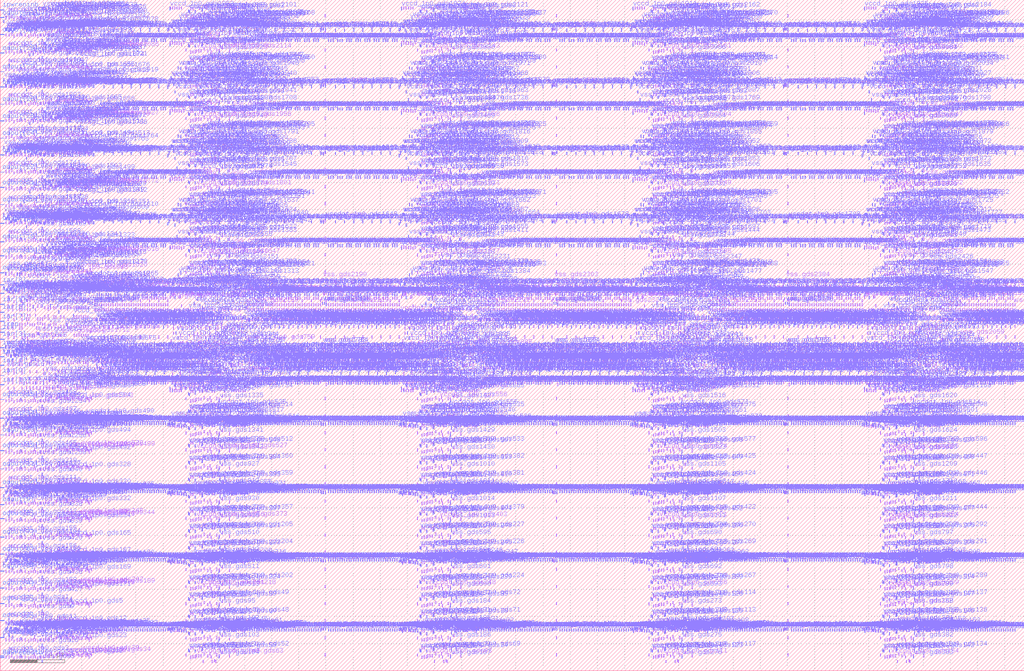
<source format=lef>
### Tool : gds2def
### Version 14.1     Linux64
### Vendor : Apache Design, Inc. A Subsidiary of ANSYS, Inc. 
### Date : Jun 19 2014 02:20:56 

VERSION 5.5 ;
NAMESCASESENSITIVE ON ;
DIVIDERCHAR "/" ;
BUSBITCHARS "[]" ;
MACRO c73p1rfshdxrom2048x32hb4img108_APACHECELL
 CLASS BLOCK ;
 ORIGIN 0 0 ;
 SIZE 75.432 BY 49.476 ;
 PIN iar[10]
 DIRECTION INPUT ;
 USE SIGNAL ;
 PORT
 LAYER m4 ;
 RECT 0 21.068 0.308 21.1 ;
 END
 END iar[10]
 PIN iar[0]
 DIRECTION INPUT ;
 USE SIGNAL ;
 PORT
 LAYER m4 ;
 RECT 0 21.754 0.308 21.786 ;
 END
 END iar[0]
 PIN iar[1]
 DIRECTION INPUT ;
 USE SIGNAL ;
 PORT
 LAYER m4 ;
 RECT 0 22.496 0.308 22.528 ;
 END
 END iar[1]
 PIN iar[2]
 DIRECTION INPUT ;
 USE SIGNAL ;
 PORT
 LAYER m4 ;
 RECT 0 23.126 0.308 23.158 ;
 END
 END iar[2]
 PIN iar[4]
 DIRECTION INPUT ;
 USE SIGNAL ;
 PORT
 LAYER m4 ;
 RECT 0 23.812 0.308 23.844 ;
 END
 END iar[4]
 PIN iar[3]
 DIRECTION INPUT ;
 USE SIGNAL ;
 PORT
 LAYER m4 ;
 RECT 0 24.442 0.308 24.474 ;
 END
 END iar[3]
 PIN iar[7]
 DIRECTION INPUT ;
 USE SIGNAL ;
 PORT
 LAYER m4 ;
 RECT 0 25.744 0.308 25.776 ;
 END
 END iar[7]
 PIN iar[6]
 DIRECTION INPUT ;
 USE SIGNAL ;
 PORT
 LAYER m4 ;
 RECT 0 26.43 0.308 26.462 ;
 END
 END iar[6]
 PIN iar[5]
 DIRECTION INPUT ;
 USE SIGNAL ;
 PORT
 LAYER m4 ;
 RECT 0 27.004 0.308 27.036 ;
 END
 END iar[5]
 PIN iar[9]
 DIRECTION INPUT ;
 USE SIGNAL ;
 PORT
 LAYER m4 ;
 RECT 0 27.802 0.308 27.834 ;
 END
 END iar[9]
 PIN iar[8]
 DIRECTION INPUT ;
 USE SIGNAL ;
 PORT
 LAYER m4 ;
 RECT 0 28.432 0.308 28.464 ;
 END
 END iar[8]
 PIN iren
 DIRECTION INPUT ;
 USE SIGNAL ;
 PORT
 LAYER m4 ;
 RECT 0 25.184 0.308 25.216 ;
 END
 END iren
 PIN ickr
 DIRECTION INPUT ;
 USE SIGNAL ;
 PORT
 LAYER m4 ;
 RECT 0 24.946 0.308 24.978 ;
 END
 END ickr
 PIN ipwreninb
 DIRECTION INPUT ;
 USE SIGNAL ;
 PORT
 LAYER m4 ;
 RECT 0 48.718 0.308 48.75 ;
 END
 END ipwreninb
 PIN opwrenoutb
 DIRECTION OUTPUT ;
 USE SIGNAL ;
 PORT
 LAYER m4 ;
 RECT 0 0.95 0.308 0.982 ;
 END
 END opwrenoutb
 PIN odout[0]
 DIRECTION OUTPUT ;
 USE SIGNAL ;
 PORT
 LAYER m4 ;
 RECT 0 1.062 0.308 1.094 ;
 END
 END odout[0]
 PIN odout[1]
 DIRECTION OUTPUT ;
 USE SIGNAL ;
 PORT
 LAYER m4 ;
 RECT 0 2.434 0.308 2.466 ;
 END
 END odout[1]
 PIN odout[2]
 DIRECTION OUTPUT ;
 USE SIGNAL ;
 PORT
 LAYER m4 ;
 RECT 0 3.694 0.308 3.726 ;
 END
 END odout[2]
 PIN odout[3]
 DIRECTION OUTPUT ;
 USE SIGNAL ;
 PORT
 LAYER m4 ;
 RECT 0 4.94 0.308 4.972 ;
 END
 END odout[3]
 PIN odout[4]
 DIRECTION OUTPUT ;
 USE SIGNAL ;
 PORT
 LAYER m4 ;
 RECT 0 6.088 0.308 6.12 ;
 END
 END odout[4]
 PIN odout[5]
 DIRECTION OUTPUT ;
 USE SIGNAL ;
 PORT
 LAYER m4 ;
 RECT 0 7.334 0.308 7.366 ;
 END
 END odout[5]
 PIN odout[6]
 DIRECTION OUTPUT ;
 USE SIGNAL ;
 PORT
 LAYER m4 ;
 RECT 0 8.594 0.308 8.626 ;
 END
 END odout[6]
 PIN odout[7]
 DIRECTION OUTPUT ;
 USE SIGNAL ;
 PORT
 LAYER m4 ;
 RECT 0 9.84 0.308 9.872 ;
 END
 END odout[7]
 PIN odout[8]
 DIRECTION OUTPUT ;
 USE SIGNAL ;
 PORT
 LAYER m4 ;
 RECT 0 11.212 0.308 11.244 ;
 END
 END odout[8]
 PIN odout[9]
 DIRECTION OUTPUT ;
 USE SIGNAL ;
 PORT
 LAYER m4 ;
 RECT 0 12.234 0.308 12.266 ;
 END
 END odout[9]
 PIN odout[10]
 DIRECTION OUTPUT ;
 USE SIGNAL ;
 PORT
 LAYER m4 ;
 RECT 0 13.494 0.308 13.526 ;
 END
 END odout[10]
 PIN odout[11]
 DIRECTION OUTPUT ;
 USE SIGNAL ;
 PORT
 LAYER m4 ;
 RECT 0 14.866 0.308 14.898 ;
 END
 END odout[11]
 PIN odout[12]
 DIRECTION OUTPUT ;
 USE SIGNAL ;
 PORT
 LAYER m4 ;
 RECT 0 16.224 0.308 16.256 ;
 END
 END odout[12]
 PIN odout[13]
 DIRECTION OUTPUT ;
 USE SIGNAL ;
 PORT
 LAYER m4 ;
 RECT 0 17.372 0.308 17.404 ;
 END
 END odout[13]
 PIN odout[14]
 DIRECTION OUTPUT ;
 USE SIGNAL ;
 PORT
 LAYER m4 ;
 RECT 0 18.618 0.308 18.65 ;
 END
 END odout[14]
 PIN odout[15]
 DIRECTION OUTPUT ;
 USE SIGNAL ;
 PORT
 LAYER m4 ;
 RECT 0 19.99 0.308 20.022 ;
 END
 END odout[15]
 PIN odout[16]
 DIRECTION OUTPUT ;
 USE SIGNAL ;
 PORT
 LAYER m4 ;
 RECT 0 29.342 0.308 29.374 ;
 END
 END odout[16]
 PIN odout[17]
 DIRECTION OUTPUT ;
 USE SIGNAL ;
 PORT
 LAYER m4 ;
 RECT 0 30.588 0.308 30.62 ;
 END
 END odout[17]
 PIN odout[18]
 DIRECTION OUTPUT ;
 USE SIGNAL ;
 PORT
 LAYER m4 ;
 RECT 0 31.624 0.308 31.656 ;
 END
 END odout[18]
 PIN odout[19]
 DIRECTION OUTPUT ;
 USE SIGNAL ;
 PORT
 LAYER m4 ;
 RECT 0 32.982 0.308 33.014 ;
 END
 END odout[19]
 PIN odout[20]
 DIRECTION OUTPUT ;
 USE SIGNAL ;
 PORT
 LAYER m4 ;
 RECT 0 34.354 0.308 34.386 ;
 END
 END odout[20]
 PIN odout[21]
 DIRECTION OUTPUT ;
 USE SIGNAL ;
 PORT
 LAYER m4 ;
 RECT 0 35.614 0.308 35.646 ;
 END
 END odout[21]
 PIN odout[22]
 DIRECTION OUTPUT ;
 USE SIGNAL ;
 PORT
 LAYER m4 ;
 RECT 0 36.748 0.308 36.78 ;
 END
 END odout[22]
 PIN odout[23]
 DIRECTION OUTPUT ;
 USE SIGNAL ;
 PORT
 LAYER m4 ;
 RECT 0 38.008 0.308 38.04 ;
 END
 END odout[23]
 PIN odout[24]
 DIRECTION OUTPUT ;
 USE SIGNAL ;
 PORT
 LAYER m4 ;
 RECT 0 39.254 0.308 39.286 ;
 END
 END odout[24]
 PIN odout[25]
 DIRECTION OUTPUT ;
 USE SIGNAL ;
 PORT
 LAYER m4 ;
 RECT 0 40.514 0.308 40.546 ;
 END
 END odout[25]
 PIN odout[26]
 DIRECTION OUTPUT ;
 USE SIGNAL ;
 PORT
 LAYER m4 ;
 RECT 0 41.76 0.308 41.792 ;
 END
 END odout[26]
 PIN odout[27]
 DIRECTION OUTPUT ;
 USE SIGNAL ;
 PORT
 LAYER m4 ;
 RECT 0 43.02 0.308 43.052 ;
 END
 END odout[27]
 PIN odout[28]
 DIRECTION OUTPUT ;
 USE SIGNAL ;
 PORT
 LAYER m4 ;
 RECT 0 44.154 0.308 44.186 ;
 END
 END odout[28]
 PIN odout[29]
 DIRECTION OUTPUT ;
 USE SIGNAL ;
 PORT
 LAYER m4 ;
 RECT 0 45.526 0.308 45.558 ;
 END
 END odout[29]
 PIN odout[30]
 DIRECTION OUTPUT ;
 USE SIGNAL ;
 PORT
 LAYER m4 ;
 RECT 0 46.898 0.308 46.93 ;
 END
 END odout[30]
 PIN odout[31]
 DIRECTION OUTPUT ;
 USE SIGNAL ;
 PORT
 LAYER m4 ;
 RECT 0 48.144 0.308 48.176 ;
 END
 END odout[31]
 PIN vccd_1p0
 DIRECTION INPUT ;
 USE POWER ;
 PORT
 LAYER m3 ;
 RECT 0.384 2.978 0.43 3.178 ;
 END
 END vccd_1p0
 PIN vccd_1p0.gds1
 DIRECTION INPUT ;
 USE POWER ;
 PORT
 LAYER m3 ;
 RECT 1.486 1.013 1.542 1.213 ;
 END
 END vccd_1p0.gds1
 PIN vccd_1p0.gds2
 DIRECTION INPUT ;
 USE POWER ;
 PORT
 LAYER m3 ;
 RECT 5.162 1.022 5.202 1.222 ;
 END
 END vccd_1p0.gds2
 PIN vccd_1p0.gds3
 DIRECTION INPUT ;
 USE POWER ;
 PORT
 LAYER m3 ;
 RECT 1.486 2.273 1.542 2.473 ;
 END
 END vccd_1p0.gds3
 PIN vccd_1p0.gds4
 DIRECTION INPUT ;
 USE POWER ;
 PORT
 LAYER m3 ;
 RECT 1.486 4.793 1.542 4.993 ;
 END
 END vccd_1p0.gds4
 PIN vccd_1p0.gds5
 DIRECTION INPUT ;
 USE POWER ;
 PORT
 LAYER m3 ;
 RECT 5.162 4.6755 5.202 4.8755 ;
 END
 END vccd_1p0.gds5
 PIN vccd_1p0.gds6
 DIRECTION INPUT ;
 USE POWER ;
 PORT
 LAYER m3 ;
 RECT 0.518 3.089 0.548 3.289 ;
 END
 END vccd_1p0.gds6
 PIN vccd_1p0.gds7
 DIRECTION INPUT ;
 USE POWER ;
 PORT
 LAYER m3 ;
 RECT 0.812 3.0505 0.858 3.2505 ;
 END
 END vccd_1p0.gds7
 PIN vccd_1p0.gds8
 DIRECTION INPUT ;
 USE POWER ;
 PORT
 LAYER m3 ;
 RECT 1.306 2.888 1.362 3.088 ;
 END
 END vccd_1p0.gds8
 PIN vccd_1p0.gds9
 DIRECTION INPUT ;
 USE POWER ;
 PORT
 LAYER m3 ;
 RECT 1.726 3.106 1.782 3.306 ;
 END
 END vccd_1p0.gds9
 PIN vccd_1p0.gds10
 DIRECTION INPUT ;
 USE POWER ;
 PORT
 LAYER m3 ;
 RECT 1.178 2.987 1.218 3.187 ;
 END
 END vccd_1p0.gds10
 PIN vccd_1p0.gds11
 DIRECTION INPUT ;
 USE POWER ;
 PORT
 LAYER m3 ;
 RECT 1.486 3.533 1.542 3.733 ;
 END
 END vccd_1p0.gds11
 PIN vccd_1p0.gds12
 DIRECTION INPUT ;
 USE POWER ;
 PORT
 LAYER m3 ;
 RECT 5.162 3.4155 5.202 3.6155 ;
 END
 END vccd_1p0.gds12
 PIN vccd_1p0.gds13
 DIRECTION INPUT ;
 USE POWER ;
 PORT
 LAYER m3 ;
 RECT 1.906 3.061 1.962 3.261 ;
 END
 END vccd_1p0.gds13
 PIN vccd_1p0.gds14
 DIRECTION INPUT ;
 USE POWER ;
 PORT
 LAYER m3 ;
 RECT 2.146 2.9685 2.202 3.1685 ;
 END
 END vccd_1p0.gds14
 PIN vccd_1p0.gds15
 DIRECTION INPUT ;
 USE POWER ;
 PORT
 LAYER m3 ;
 RECT 4.698 3.0585 4.738 3.2585 ;
 END
 END vccd_1p0.gds15
 PIN vccd_1p0.gds16
 DIRECTION INPUT ;
 USE POWER ;
 PORT
 LAYER m3 ;
 RECT 2.406 3.0145 2.462 3.2145 ;
 END
 END vccd_1p0.gds16
 PIN vccd_1p0.gds17
 DIRECTION INPUT ;
 USE POWER ;
 PORT
 LAYER m3 ;
 RECT 2.566 3.007 2.622 3.207 ;
 END
 END vccd_1p0.gds17
 PIN vccd_1p0.gds18
 DIRECTION INPUT ;
 USE POWER ;
 PORT
 LAYER m3 ;
 RECT 1.05 3.007 1.09 3.207 ;
 END
 END vccd_1p0.gds18
 PIN vccd_1p0.gds19
 DIRECTION INPUT ;
 USE POWER ;
 PORT
 LAYER m3 ;
 RECT 2.986 2.8915 3.042 3.0915 ;
 END
 END vccd_1p0.gds19
 PIN vccd_1p0.gds20
 DIRECTION INPUT ;
 USE POWER ;
 PORT
 LAYER m3 ;
 RECT 2.826 3.02 2.882 3.22 ;
 END
 END vccd_1p0.gds20
 PIN vccd_1p0.gds21
 DIRECTION INPUT ;
 USE POWER ;
 PORT
 LAYER m3 ;
 RECT 3.35 2.98 3.39 3.18 ;
 END
 END vccd_1p0.gds21
 PIN vccd_1p0.gds22
 DIRECTION INPUT ;
 USE POWER ;
 PORT
 LAYER m3 ;
 RECT 3.23 3.016 3.262 3.216 ;
 END
 END vccd_1p0.gds22
 PIN vccd_1p0.gds23
 DIRECTION INPUT ;
 USE POWER ;
 PORT
 LAYER m3 ;
 RECT 5.162 2.1555 5.202 2.3555 ;
 END
 END vccd_1p0.gds23
 PIN vccd_1p0.gds24
 DIRECTION INPUT ;
 USE POWER ;
 PORT
 LAYER m3 ;
 RECT 3.626 3.059 3.666 3.259 ;
 END
 END vccd_1p0.gds24
 PIN vccd_1p0.gds25
 DIRECTION INPUT ;
 USE POWER ;
 PORT
 LAYER m3 ;
 RECT 4.026 3.0725 4.066 3.2725 ;
 END
 END vccd_1p0.gds25
 PIN vccd_1p0.gds26
 DIRECTION INPUT ;
 USE POWER ;
 PORT
 LAYER m3 ;
 RECT 3.818 3.0725 3.858 3.2725 ;
 END
 END vccd_1p0.gds26
 PIN vccd_1p0.gds27
 DIRECTION INPUT ;
 USE POWER ;
 PORT
 LAYER m3 ;
 RECT 4.218 3.02 4.258 3.22 ;
 END
 END vccd_1p0.gds27
 PIN vccd_1p0.gds28
 DIRECTION INPUT ;
 USE POWER ;
 PORT
 LAYER m3 ;
 RECT 4.506 3.058 4.546 3.258 ;
 END
 END vccd_1p0.gds28
 PIN vccd_1p0.gds29
 DIRECTION INPUT ;
 USE POWER ;
 PORT
 LAYER m3 ;
 RECT 4.97 3.082 5.01 3.282 ;
 END
 END vccd_1p0.gds29
 PIN vccd_1p0.gds30
 DIRECTION INPUT ;
 USE POWER ;
 PORT
 LAYER m1 ;
 RECT 4.34 1.228 4.396 1.428 ;
 RECT 4.76 1.204 4.816 1.404 ;
 RECT 5.096 1.228 5.152 1.428 ;
 RECT 4.34 2.488 4.396 2.688 ;
 RECT 4.76 2.464 4.816 2.664 ;
 RECT 5.096 2.488 5.152 2.688 ;
 RECT 4.34 3.748 4.396 3.948 ;
 RECT 4.76 3.724 4.816 3.924 ;
 RECT 5.096 3.748 5.152 3.948 ;
 RECT 4.34 5.008 4.396 5.208 ;
 RECT 4.76 4.984 4.816 5.184 ;
 RECT 5.096 5.008 5.152 5.208 ;
 RECT 3.584 4.8195 3.64 5.0195 ;
 RECT 4.172 4.9055 4.228 5.1055 ;
 RECT 4.928 4.862 4.984 5.062 ;
 RECT 3.584 3.5595 3.64 3.7595 ;
 RECT 4.172 3.6455 4.228 3.8455 ;
 RECT 4.928 3.602 4.984 3.802 ;
 RECT 3.584 2.2995 3.64 2.4995 ;
 RECT 4.172 2.3855 4.228 2.5855 ;
 RECT 4.928 2.342 4.984 2.542 ;
 RECT 3.584 1.0395 3.64 1.2395 ;
 RECT 4.172 1.1255 4.228 1.3255 ;
 RECT 4.928 1.082 4.984 1.282 ;
 END
 END vccd_1p0.gds30
 PIN vccd_1p0.gds31
 DIRECTION INPUT ;
 USE POWER ;
 PORT
 LAYER m3 ;
 RECT 6.798 3.0725 6.838 3.2725 ;
 END
 END vccd_1p0.gds31
 PIN vccd_1p0.gds32
 DIRECTION INPUT ;
 USE POWER ;
 PORT
 LAYER m3 ;
 RECT 6.01 3.082 6.05 3.282 ;
 END
 END vccd_1p0.gds32
 PIN vccd_1p0.gds33
 DIRECTION INPUT ;
 USE POWER ;
 PORT
 LAYER m3 ;
 RECT 5.754 3.02 5.794 3.22 ;
 END
 END vccd_1p0.gds33
 PIN vccd_1p0.gds34
 DIRECTION INPUT ;
 USE POWER ;
 PORT
 LAYER m3 ;
 RECT 6.266 3.109 6.306 3.309 ;
 END
 END vccd_1p0.gds34
 PIN vccd_1p0.gds35
 DIRECTION INPUT ;
 USE POWER ;
 PORT
 LAYER m3 ;
 RECT 5.37 3.0725 5.41 3.2725 ;
 END
 END vccd_1p0.gds35
 PIN vccd_1p0.gds36
 DIRECTION INPUT ;
 USE POWER ;
 PORT
 LAYER m3 ;
 RECT 5.882 3.0725 5.922 3.2725 ;
 END
 END vccd_1p0.gds36
 PIN vccd_1p0.gds37
 DIRECTION INPUT ;
 USE POWER ;
 PORT
 LAYER m3 ;
 RECT 5.562 2.962 5.602 3.162 ;
 END
 END vccd_1p0.gds37
 PIN vccd_1p0.gds38
 DIRECTION INPUT ;
 USE POWER ;
 PORT
 LAYER m3 ;
 RECT 6.522 2.999 6.582 3.199 ;
 END
 END vccd_1p0.gds38
 PIN vccd_1p0.gds39
 DIRECTION INPUT ;
 USE POWER ;
 PORT
 LAYER m1 ;
 RECT 5.6 4.9055 5.656 5.1055 ;
 RECT 5.264 4.9055 5.32 5.1055 ;
 RECT 5.432 4.8195 5.488 5.0195 ;
 RECT 5.936 4.8195 5.992 5.0195 ;
 RECT 5.768 4.8195 5.824 5.0195 ;
 RECT 6.44 4.834 6.496 5.034 ;
 RECT 6.272 4.8195 6.328 5.0195 ;
 RECT 6.104 5.008 6.16 5.208 ;
 RECT 5.6 3.6455 5.656 3.8455 ;
 RECT 5.264 3.6455 5.32 3.8455 ;
 RECT 5.432 3.5595 5.488 3.7595 ;
 RECT 5.936 3.5595 5.992 3.7595 ;
 RECT 5.768 3.5595 5.824 3.7595 ;
 RECT 6.44 3.574 6.496 3.774 ;
 RECT 6.272 3.5595 6.328 3.7595 ;
 RECT 6.104 3.748 6.16 3.948 ;
 RECT 5.6 2.3855 5.656 2.5855 ;
 RECT 5.264 2.3855 5.32 2.5855 ;
 RECT 5.432 2.2995 5.488 2.4995 ;
 RECT 5.936 2.2995 5.992 2.4995 ;
 RECT 5.768 2.2995 5.824 2.4995 ;
 RECT 6.44 2.314 6.496 2.514 ;
 RECT 6.272 2.2995 6.328 2.4995 ;
 RECT 6.104 2.488 6.16 2.688 ;
 RECT 5.6 1.1255 5.656 1.3255 ;
 RECT 5.264 1.1255 5.32 1.3255 ;
 RECT 5.432 1.0395 5.488 1.2395 ;
 RECT 5.936 1.0395 5.992 1.2395 ;
 RECT 5.768 1.0395 5.824 1.2395 ;
 RECT 6.44 1.054 6.496 1.254 ;
 RECT 6.272 1.0395 6.328 1.2395 ;
 RECT 6.104 1.228 6.16 1.428 ;
 END
 END vccd_1p0.gds39
 PIN vccd_1p0.gds40
 DIRECTION INPUT ;
 USE POWER ;
 PORT
 LAYER m3 ;
 RECT 13.922 1.36 13.978 1.56 ;
 END
 END vccd_1p0.gds40
 PIN vccd_1p0.gds41
 DIRECTION INPUT ;
 USE POWER ;
 PORT
 LAYER m3 ;
 RECT 13.922 2.62 13.978 2.82 ;
 END
 END vccd_1p0.gds41
 PIN vccd_1p0.gds42
 DIRECTION INPUT ;
 USE POWER ;
 PORT
 LAYER m3 ;
 RECT 13.922 3.88 13.978 4.08 ;
 END
 END vccd_1p0.gds42
 PIN vccd_1p0.gds43
 DIRECTION INPUT ;
 USE POWER ;
 PORT
 LAYER m3 ;
 RECT 14.342 5.14 14.398 5.34 ;
 END
 END vccd_1p0.gds43
 PIN vccd_1p0.gds44
 DIRECTION INPUT ;
 USE POWER ;
 PORT
 LAYER m3 ;
 RECT 14.894 5.2675 14.934 5.4675 ;
 END
 END vccd_1p0.gds44
 PIN vccd_1p0.gds45
 DIRECTION INPUT ;
 USE POWER ;
 PORT
 LAYER m3 ;
 RECT 14.342 3.88 14.398 4.08 ;
 END
 END vccd_1p0.gds45
 PIN vccd_1p0.gds46
 DIRECTION INPUT ;
 USE POWER ;
 PORT
 LAYER m3 ;
 RECT 14.894 4.0075 14.934 4.2075 ;
 END
 END vccd_1p0.gds46
 PIN vccd_1p0.gds47
 DIRECTION INPUT ;
 USE POWER ;
 PORT
 LAYER m3 ;
 RECT 14.342 2.62 14.398 2.82 ;
 END
 END vccd_1p0.gds47
 PIN vccd_1p0.gds48
 DIRECTION INPUT ;
 USE POWER ;
 PORT
 LAYER m3 ;
 RECT 14.894 2.7475 14.934 2.9475 ;
 END
 END vccd_1p0.gds48
 PIN vccd_1p0.gds49
 DIRECTION INPUT ;
 USE POWER ;
 PORT
 LAYER m3 ;
 RECT 14.342 1.36 14.398 1.56 ;
 END
 END vccd_1p0.gds49
 PIN vccd_1p0.gds50
 DIRECTION INPUT ;
 USE POWER ;
 PORT
 LAYER m3 ;
 RECT 14.894 1.4875 14.934 1.6875 ;
 END
 END vccd_1p0.gds50
 PIN vccd_1p0.gds51
 DIRECTION INPUT ;
 USE POWER ;
 PORT
 LAYER m3 ;
 RECT 14.682 3.072 14.742 3.272 ;
 END
 END vccd_1p0.gds51
 PIN vccd_1p0.gds52
 DIRECTION INPUT ;
 USE POWER ;
 PORT
 LAYER m3 ;
 RECT 13.922 5.14 13.978 5.34 ;
 END
 END vccd_1p0.gds52
 PIN vccd_1p0.gds53
 DIRECTION INPUT ;
 USE POWER ;
 PORT
 LAYER m3 ;
 RECT 13.682 2.82 13.738 3.02 ;
 END
 END vccd_1p0.gds53
 PIN vccd_1p0.gds54
 DIRECTION INPUT ;
 USE POWER ;
 PORT
 LAYER m3 ;
 RECT 12.842 3.02 12.898 3.22 ;
 END
 END vccd_1p0.gds54
 PIN vccd_1p0.gds55
 DIRECTION INPUT ;
 USE POWER ;
 PORT
 LAYER m3 ;
 RECT 13.082 2.8975 13.138 3.0975 ;
 END
 END vccd_1p0.gds55
 PIN vccd_1p0.gds56
 DIRECTION INPUT ;
 USE POWER ;
 PORT
 LAYER m3 ;
 RECT 12.614 3.016 12.654 3.216 ;
 END
 END vccd_1p0.gds56
 PIN vccd_1p0.gds57
 DIRECTION INPUT ;
 USE POWER ;
 PORT
 LAYER m3 ;
 RECT 12.486 2.9745 12.526 3.1745 ;
 END
 END vccd_1p0.gds57
 PIN vccd_1p0.gds58
 DIRECTION INPUT ;
 USE POWER ;
 PORT
 LAYER m3 ;
 RECT 16.17 1.424 16.226 1.624 ;
 END
 END vccd_1p0.gds58
 PIN vccd_1p0.gds59
 DIRECTION INPUT ;
 USE POWER ;
 PORT
 LAYER m3 ;
 RECT 16.17 5.204 16.226 5.404 ;
 END
 END vccd_1p0.gds59
 PIN vccd_1p0.gds60
 DIRECTION INPUT ;
 USE POWER ;
 PORT
 LAYER m3 ;
 RECT 16.17 3.944 16.226 4.144 ;
 END
 END vccd_1p0.gds60
 PIN vccd_1p0.gds61
 DIRECTION INPUT ;
 USE POWER ;
 PORT
 LAYER m3 ;
 RECT 16.17 2.684 16.226 2.884 ;
 END
 END vccd_1p0.gds61
 PIN vccd_1p0.gds62
 DIRECTION INPUT ;
 USE POWER ;
 PORT
 LAYER m3 ;
 RECT 15.686 3.054 15.742 3.254 ;
 END
 END vccd_1p0.gds62
 PIN vccd_1p0.gds63
 DIRECTION INPUT ;
 USE POWER ;
 PORT
 LAYER m3 ;
 RECT 15.25 3.072 15.29 3.272 ;
 END
 END vccd_1p0.gds63
 PIN vccd_1p0.gds64
 DIRECTION INPUT ;
 USE POWER ;
 PORT
 LAYER m3 ;
 RECT 17.518 2.9985 17.574 3.1985 ;
 END
 END vccd_1p0.gds64
 PIN vccd_1p0.gds65
 DIRECTION INPUT ;
 USE POWER ;
 PORT
 LAYER m3 ;
 RECT 17.098 2.9235 17.154 3.1235 ;
 END
 END vccd_1p0.gds65
 PIN vccd_1p0.gds66
 DIRECTION INPUT ;
 USE POWER ;
 PORT
 LAYER m3 ;
 RECT 17.678 3.02 17.734 3.22 ;
 END
 END vccd_1p0.gds66
 PIN vccd_1p0.gds67
 DIRECTION INPUT ;
 USE POWER ;
 PORT
 LAYER m3 ;
 RECT 15.442 3.054 15.498 3.254 ;
 END
 END vccd_1p0.gds67
 PIN vccd_1p0.gds68
 DIRECTION INPUT ;
 USE POWER ;
 PORT
 LAYER m3 ;
 RECT 17.922 3.016 17.962 3.216 ;
 END
 END vccd_1p0.gds68
 PIN vccd_1p0.gds69
 DIRECTION INPUT ;
 USE POWER ;
 PORT
 LAYER m3 ;
 RECT 18.05 2.9745 18.09 3.1745 ;
 END
 END vccd_1p0.gds69
 PIN vccd_1p0.gds70
 DIRECTION INPUT ;
 USE POWER ;
 PORT
 LAYER m3 ;
 RECT 23.786 2.9785 23.842 3.1785 ;
 END
 END vccd_1p0.gds70
 PIN vccd_1p0.gds71
 DIRECTION INPUT ;
 USE POWER ;
 PORT
 LAYER m3 ;
 RECT 29.894 3.02 29.95 3.22 ;
 END
 END vccd_1p0.gds71
 PIN vccd_1p0.gds72
 DIRECTION INPUT ;
 USE POWER ;
 PORT
 LAYER m3 ;
 RECT 29.666 3.016 29.706 3.216 ;
 END
 END vccd_1p0.gds72
 PIN vccd_1p0.gds73
 DIRECTION INPUT ;
 USE POWER ;
 PORT
 LAYER m3 ;
 RECT 29.538 2.9745 29.578 3.1745 ;
 END
 END vccd_1p0.gds73
 PIN vccd_1p0.gds74
 DIRECTION INPUT ;
 USE POWER ;
 PORT
 LAYER m3 ;
 RECT 33.222 1.424 33.278 1.624 ;
 END
 END vccd_1p0.gds74
 PIN vccd_1p0.gds75
 DIRECTION INPUT ;
 USE POWER ;
 PORT
 LAYER m3 ;
 RECT 31.394 1.36 31.45 1.56 ;
 END
 END vccd_1p0.gds75
 PIN vccd_1p0.gds76
 DIRECTION INPUT ;
 USE POWER ;
 PORT
 LAYER m3 ;
 RECT 33.222 2.684 33.278 2.884 ;
 END
 END vccd_1p0.gds76
 PIN vccd_1p0.gds77
 DIRECTION INPUT ;
 USE POWER ;
 PORT
 LAYER m3 ;
 RECT 31.394 2.62 31.45 2.82 ;
 END
 END vccd_1p0.gds77
 PIN vccd_1p0.gds78
 DIRECTION INPUT ;
 USE POWER ;
 PORT
 LAYER m3 ;
 RECT 33.222 3.944 33.278 4.144 ;
 END
 END vccd_1p0.gds78
 PIN vccd_1p0.gds79
 DIRECTION INPUT ;
 USE POWER ;
 PORT
 LAYER m3 ;
 RECT 30.974 1.36 31.03 1.56 ;
 END
 END vccd_1p0.gds79
 PIN vccd_1p0.gds80
 DIRECTION INPUT ;
 USE POWER ;
 PORT
 LAYER m3 ;
 RECT 30.974 2.62 31.03 2.82 ;
 END
 END vccd_1p0.gds80
 PIN vccd_1p0.gds81
 DIRECTION INPUT ;
 USE POWER ;
 PORT
 LAYER m3 ;
 RECT 30.974 5.14 31.03 5.34 ;
 END
 END vccd_1p0.gds81
 PIN vccd_1p0.gds82
 DIRECTION INPUT ;
 USE POWER ;
 PORT
 LAYER m3 ;
 RECT 30.974 3.88 31.03 4.08 ;
 END
 END vccd_1p0.gds82
 PIN vccd_1p0.gds83
 DIRECTION INPUT ;
 USE POWER ;
 PORT
 LAYER m3 ;
 RECT 30.734 2.82 30.79 3.02 ;
 END
 END vccd_1p0.gds83
 PIN vccd_1p0.gds84
 DIRECTION INPUT ;
 USE POWER ;
 PORT
 LAYER m3 ;
 RECT 30.134 2.8975 30.19 3.0975 ;
 END
 END vccd_1p0.gds84
 PIN vccd_1p0.gds85
 DIRECTION INPUT ;
 USE POWER ;
 PORT
 LAYER m3 ;
 RECT 33.222 5.204 33.278 5.404 ;
 END
 END vccd_1p0.gds85
 PIN vccd_1p0.gds86
 DIRECTION INPUT ;
 USE POWER ;
 PORT
 LAYER m3 ;
 RECT 31.394 5.14 31.45 5.34 ;
 END
 END vccd_1p0.gds86
 PIN vccd_1p0.gds87
 DIRECTION INPUT ;
 USE POWER ;
 PORT
 LAYER m3 ;
 RECT 31.946 5.2675 31.986 5.4675 ;
 END
 END vccd_1p0.gds87
 PIN vccd_1p0.gds88
 DIRECTION INPUT ;
 USE POWER ;
 PORT
 LAYER m3 ;
 RECT 32.302 3.072 32.342 3.272 ;
 END
 END vccd_1p0.gds88
 PIN vccd_1p0.gds89
 DIRECTION INPUT ;
 USE POWER ;
 PORT
 LAYER m3 ;
 RECT 31.734 3.072 31.794 3.272 ;
 END
 END vccd_1p0.gds89
 PIN vccd_1p0.gds90
 DIRECTION INPUT ;
 USE POWER ;
 PORT
 LAYER m3 ;
 RECT 31.394 3.88 31.45 4.08 ;
 END
 END vccd_1p0.gds90
 PIN vccd_1p0.gds91
 DIRECTION INPUT ;
 USE POWER ;
 PORT
 LAYER m3 ;
 RECT 31.946 4.0075 31.986 4.2075 ;
 END
 END vccd_1p0.gds91
 PIN vccd_1p0.gds92
 DIRECTION INPUT ;
 USE POWER ;
 PORT
 LAYER m3 ;
 RECT 34.57 2.9985 34.626 3.1985 ;
 END
 END vccd_1p0.gds92
 PIN vccd_1p0.gds93
 DIRECTION INPUT ;
 USE POWER ;
 PORT
 LAYER m3 ;
 RECT 35.102 2.9745 35.142 3.1745 ;
 END
 END vccd_1p0.gds93
 PIN vccd_1p0.gds94
 DIRECTION INPUT ;
 USE POWER ;
 PORT
 LAYER m3 ;
 RECT 34.974 3.016 35.014 3.216 ;
 END
 END vccd_1p0.gds94
 PIN vccd_1p0.gds95
 DIRECTION INPUT ;
 USE POWER ;
 PORT
 LAYER m3 ;
 RECT 34.15 2.9235 34.206 3.1235 ;
 END
 END vccd_1p0.gds95
 PIN vccd_1p0.gds96
 DIRECTION INPUT ;
 USE POWER ;
 PORT
 LAYER m3 ;
 RECT 31.946 2.7475 31.986 2.9475 ;
 END
 END vccd_1p0.gds96
 PIN vccd_1p0.gds97
 DIRECTION INPUT ;
 USE POWER ;
 PORT
 LAYER m3 ;
 RECT 32.738 3.054 32.794 3.254 ;
 END
 END vccd_1p0.gds97
 PIN vccd_1p0.gds98
 DIRECTION INPUT ;
 USE POWER ;
 PORT
 LAYER m3 ;
 RECT 32.494 3.054 32.55 3.254 ;
 END
 END vccd_1p0.gds98
 PIN vccd_1p0.gds99
 DIRECTION INPUT ;
 USE POWER ;
 PORT
 LAYER m3 ;
 RECT 31.946 1.4875 31.986 1.6875 ;
 END
 END vccd_1p0.gds99
 PIN vccd_1p0.gds100
 DIRECTION INPUT ;
 USE POWER ;
 PORT
 LAYER m3 ;
 RECT 34.73 3.02 34.786 3.22 ;
 END
 END vccd_1p0.gds100
 PIN vccd_1p0.gds101
 DIRECTION INPUT ;
 USE POWER ;
 PORT
 LAYER m3 ;
 RECT 40.838 2.9785 40.894 3.1785 ;
 END
 END vccd_1p0.gds101
 PIN vccd_1p0.gds102
 DIRECTION INPUT ;
 USE POWER ;
 PORT
 LAYER m3 ;
 RECT 48.026 1.36 48.082 1.56 ;
 END
 END vccd_1p0.gds102
 PIN vccd_1p0.gds103
 DIRECTION INPUT ;
 USE POWER ;
 PORT
 LAYER m3 ;
 RECT 48.026 2.62 48.082 2.82 ;
 END
 END vccd_1p0.gds103
 PIN vccd_1p0.gds104
 DIRECTION INPUT ;
 USE POWER ;
 PORT
 LAYER m3 ;
 RECT 48.026 3.88 48.082 4.08 ;
 END
 END vccd_1p0.gds104
 PIN vccd_1p0.gds105
 DIRECTION INPUT ;
 USE POWER ;
 PORT
 LAYER m3 ;
 RECT 48.026 5.14 48.082 5.34 ;
 END
 END vccd_1p0.gds105
 PIN vccd_1p0.gds106
 DIRECTION INPUT ;
 USE POWER ;
 PORT
 LAYER m3 ;
 RECT 48.446 1.36 48.502 1.56 ;
 END
 END vccd_1p0.gds106
 PIN vccd_1p0.gds107
 DIRECTION INPUT ;
 USE POWER ;
 PORT
 LAYER m3 ;
 RECT 48.446 2.62 48.502 2.82 ;
 END
 END vccd_1p0.gds107
 PIN vccd_1p0.gds108
 DIRECTION INPUT ;
 USE POWER ;
 PORT
 LAYER m3 ;
 RECT 47.786 2.82 47.842 3.02 ;
 END
 END vccd_1p0.gds108
 PIN vccd_1p0.gds109
 DIRECTION INPUT ;
 USE POWER ;
 PORT
 LAYER m3 ;
 RECT 47.186 2.8975 47.242 3.0975 ;
 END
 END vccd_1p0.gds109
 PIN vccd_1p0.gds110
 DIRECTION INPUT ;
 USE POWER ;
 PORT
 LAYER m3 ;
 RECT 48.446 5.14 48.502 5.34 ;
 END
 END vccd_1p0.gds110
 PIN vccd_1p0.gds111
 DIRECTION INPUT ;
 USE POWER ;
 PORT
 LAYER m3 ;
 RECT 48.998 5.2675 49.038 5.4675 ;
 END
 END vccd_1p0.gds111
 PIN vccd_1p0.gds112
 DIRECTION INPUT ;
 USE POWER ;
 PORT
 LAYER m3 ;
 RECT 49.354 3.072 49.394 3.272 ;
 END
 END vccd_1p0.gds112
 PIN vccd_1p0.gds113
 DIRECTION INPUT ;
 USE POWER ;
 PORT
 LAYER m3 ;
 RECT 48.786 3.072 48.846 3.272 ;
 END
 END vccd_1p0.gds113
 PIN vccd_1p0.gds114
 DIRECTION INPUT ;
 USE POWER ;
 PORT
 LAYER m3 ;
 RECT 48.446 3.88 48.502 4.08 ;
 END
 END vccd_1p0.gds114
 PIN vccd_1p0.gds115
 DIRECTION INPUT ;
 USE POWER ;
 PORT
 LAYER m3 ;
 RECT 48.998 4.0075 49.038 4.2075 ;
 END
 END vccd_1p0.gds115
 PIN vccd_1p0.gds116
 DIRECTION INPUT ;
 USE POWER ;
 PORT
 LAYER m3 ;
 RECT 48.998 2.7475 49.038 2.9475 ;
 END
 END vccd_1p0.gds116
 PIN vccd_1p0.gds117
 DIRECTION INPUT ;
 USE POWER ;
 PORT
 LAYER m3 ;
 RECT 49.79 3.054 49.846 3.254 ;
 END
 END vccd_1p0.gds117
 PIN vccd_1p0.gds118
 DIRECTION INPUT ;
 USE POWER ;
 PORT
 LAYER m3 ;
 RECT 49.546 3.054 49.602 3.254 ;
 END
 END vccd_1p0.gds118
 PIN vccd_1p0.gds119
 DIRECTION INPUT ;
 USE POWER ;
 PORT
 LAYER m3 ;
 RECT 48.998 1.4875 49.038 1.6875 ;
 END
 END vccd_1p0.gds119
 PIN vccd_1p0.gds120
 DIRECTION INPUT ;
 USE POWER ;
 PORT
 LAYER m3 ;
 RECT 46.946 3.02 47.002 3.22 ;
 END
 END vccd_1p0.gds120
 PIN vccd_1p0.gds121
 DIRECTION INPUT ;
 USE POWER ;
 PORT
 LAYER m3 ;
 RECT 46.718 3.016 46.758 3.216 ;
 END
 END vccd_1p0.gds121
 PIN vccd_1p0.gds122
 DIRECTION INPUT ;
 USE POWER ;
 PORT
 LAYER m3 ;
 RECT 46.59 2.9745 46.63 3.1745 ;
 END
 END vccd_1p0.gds122
 PIN vccd_1p0.gds123
 DIRECTION INPUT ;
 USE POWER ;
 PORT
 LAYER m3 ;
 RECT 50.274 1.424 50.33 1.624 ;
 END
 END vccd_1p0.gds123
 PIN vccd_1p0.gds124
 DIRECTION INPUT ;
 USE POWER ;
 PORT
 LAYER m3 ;
 RECT 50.274 2.684 50.33 2.884 ;
 END
 END vccd_1p0.gds124
 PIN vccd_1p0.gds125
 DIRECTION INPUT ;
 USE POWER ;
 PORT
 LAYER m3 ;
 RECT 50.274 3.944 50.33 4.144 ;
 END
 END vccd_1p0.gds125
 PIN vccd_1p0.gds126
 DIRECTION INPUT ;
 USE POWER ;
 PORT
 LAYER m3 ;
 RECT 50.274 5.204 50.33 5.404 ;
 END
 END vccd_1p0.gds126
 PIN vccd_1p0.gds127
 DIRECTION INPUT ;
 USE POWER ;
 PORT
 LAYER m3 ;
 RECT 51.622 2.9985 51.678 3.1985 ;
 END
 END vccd_1p0.gds127
 PIN vccd_1p0.gds128
 DIRECTION INPUT ;
 USE POWER ;
 PORT
 LAYER m3 ;
 RECT 52.154 2.9745 52.194 3.1745 ;
 END
 END vccd_1p0.gds128
 PIN vccd_1p0.gds129
 DIRECTION INPUT ;
 USE POWER ;
 PORT
 LAYER m3 ;
 RECT 52.026 3.016 52.066 3.216 ;
 END
 END vccd_1p0.gds129
 PIN vccd_1p0.gds130
 DIRECTION INPUT ;
 USE POWER ;
 PORT
 LAYER m3 ;
 RECT 51.202 2.9235 51.258 3.1235 ;
 END
 END vccd_1p0.gds130
 PIN vccd_1p0.gds131
 DIRECTION INPUT ;
 USE POWER ;
 PORT
 LAYER m3 ;
 RECT 51.782 3.02 51.838 3.22 ;
 END
 END vccd_1p0.gds131
 PIN vccd_1p0.gds132
 DIRECTION INPUT ;
 USE POWER ;
 PORT
 LAYER m3 ;
 RECT 57.89 2.9785 57.946 3.1785 ;
 END
 END vccd_1p0.gds132
 PIN vccd_1p0.gds133
 DIRECTION INPUT ;
 USE POWER ;
 PORT
 LAYER m3 ;
 RECT 65.078 1.36 65.134 1.56 ;
 END
 END vccd_1p0.gds133
 PIN vccd_1p0.gds134
 DIRECTION INPUT ;
 USE POWER ;
 PORT
 LAYER m3 ;
 RECT 65.078 2.62 65.134 2.82 ;
 END
 END vccd_1p0.gds134
 PIN vccd_1p0.gds135
 DIRECTION INPUT ;
 USE POWER ;
 PORT
 LAYER m3 ;
 RECT 65.078 3.88 65.134 4.08 ;
 END
 END vccd_1p0.gds135
 PIN vccd_1p0.gds136
 DIRECTION INPUT ;
 USE POWER ;
 PORT
 LAYER m3 ;
 RECT 65.078 5.14 65.134 5.34 ;
 END
 END vccd_1p0.gds136
 PIN vccd_1p0.gds137
 DIRECTION INPUT ;
 USE POWER ;
 PORT
 LAYER m3 ;
 RECT 64.838 2.82 64.894 3.02 ;
 END
 END vccd_1p0.gds137
 PIN vccd_1p0.gds138
 DIRECTION INPUT ;
 USE POWER ;
 PORT
 LAYER m3 ;
 RECT 64.238 2.8975 64.294 3.0975 ;
 END
 END vccd_1p0.gds138
 PIN vccd_1p0.gds139
 DIRECTION INPUT ;
 USE POWER ;
 PORT
 LAYER m3 ;
 RECT 63.998 3.02 64.054 3.22 ;
 END
 END vccd_1p0.gds139
 PIN vccd_1p0.gds140
 DIRECTION INPUT ;
 USE POWER ;
 PORT
 LAYER m3 ;
 RECT 63.77 3.016 63.81 3.216 ;
 END
 END vccd_1p0.gds140
 PIN vccd_1p0.gds141
 DIRECTION INPUT ;
 USE POWER ;
 PORT
 LAYER m3 ;
 RECT 63.642 2.9745 63.682 3.1745 ;
 END
 END vccd_1p0.gds141
 PIN vccd_1p0.gds142
 DIRECTION INPUT ;
 USE POWER ;
 PORT
 LAYER m3 ;
 RECT 67.326 1.424 67.382 1.624 ;
 END
 END vccd_1p0.gds142
 PIN vccd_1p0.gds143
 DIRECTION INPUT ;
 USE POWER ;
 PORT
 LAYER m3 ;
 RECT 65.498 1.36 65.554 1.56 ;
 END
 END vccd_1p0.gds143
 PIN vccd_1p0.gds144
 DIRECTION INPUT ;
 USE POWER ;
 PORT
 LAYER m3 ;
 RECT 67.326 2.684 67.382 2.884 ;
 END
 END vccd_1p0.gds144
 PIN vccd_1p0.gds145
 DIRECTION INPUT ;
 USE POWER ;
 PORT
 LAYER m3 ;
 RECT 65.498 2.62 65.554 2.82 ;
 END
 END vccd_1p0.gds145
 PIN vccd_1p0.gds146
 DIRECTION INPUT ;
 USE POWER ;
 PORT
 LAYER m3 ;
 RECT 67.326 3.944 67.382 4.144 ;
 END
 END vccd_1p0.gds146
 PIN vccd_1p0.gds147
 DIRECTION INPUT ;
 USE POWER ;
 PORT
 LAYER m3 ;
 RECT 67.326 5.204 67.382 5.404 ;
 END
 END vccd_1p0.gds147
 PIN vccd_1p0.gds148
 DIRECTION INPUT ;
 USE POWER ;
 PORT
 LAYER m3 ;
 RECT 65.498 5.14 65.554 5.34 ;
 END
 END vccd_1p0.gds148
 PIN vccd_1p0.gds149
 DIRECTION INPUT ;
 USE POWER ;
 PORT
 LAYER m3 ;
 RECT 66.05 5.2675 66.09 5.4675 ;
 END
 END vccd_1p0.gds149
 PIN vccd_1p0.gds150
 DIRECTION INPUT ;
 USE POWER ;
 PORT
 LAYER m3 ;
 RECT 66.406 3.072 66.446 3.272 ;
 END
 END vccd_1p0.gds150
 PIN vccd_1p0.gds151
 DIRECTION INPUT ;
 USE POWER ;
 PORT
 LAYER m3 ;
 RECT 65.838 3.072 65.898 3.272 ;
 END
 END vccd_1p0.gds151
 PIN vccd_1p0.gds152
 DIRECTION INPUT ;
 USE POWER ;
 PORT
 LAYER m3 ;
 RECT 65.498 3.88 65.554 4.08 ;
 END
 END vccd_1p0.gds152
 PIN vccd_1p0.gds153
 DIRECTION INPUT ;
 USE POWER ;
 PORT
 LAYER m3 ;
 RECT 66.05 4.0075 66.09 4.2075 ;
 END
 END vccd_1p0.gds153
 PIN vccd_1p0.gds154
 DIRECTION INPUT ;
 USE POWER ;
 PORT
 LAYER m3 ;
 RECT 68.674 2.9985 68.73 3.1985 ;
 END
 END vccd_1p0.gds154
 PIN vccd_1p0.gds155
 DIRECTION INPUT ;
 USE POWER ;
 PORT
 LAYER m3 ;
 RECT 69.206 2.9745 69.246 3.1745 ;
 END
 END vccd_1p0.gds155
 PIN vccd_1p0.gds156
 DIRECTION INPUT ;
 USE POWER ;
 PORT
 LAYER m3 ;
 RECT 69.078 3.016 69.118 3.216 ;
 END
 END vccd_1p0.gds156
 PIN vccd_1p0.gds157
 DIRECTION INPUT ;
 USE POWER ;
 PORT
 LAYER m3 ;
 RECT 68.254 2.9235 68.31 3.1235 ;
 END
 END vccd_1p0.gds157
 PIN vccd_1p0.gds158
 DIRECTION INPUT ;
 USE POWER ;
 PORT
 LAYER m3 ;
 RECT 66.05 2.7475 66.09 2.9475 ;
 END
 END vccd_1p0.gds158
 PIN vccd_1p0.gds159
 DIRECTION INPUT ;
 USE POWER ;
 PORT
 LAYER m3 ;
 RECT 66.842 3.054 66.898 3.254 ;
 END
 END vccd_1p0.gds159
 PIN vccd_1p0.gds160
 DIRECTION INPUT ;
 USE POWER ;
 PORT
 LAYER m3 ;
 RECT 66.598 3.054 66.654 3.254 ;
 END
 END vccd_1p0.gds160
 PIN vccd_1p0.gds161
 DIRECTION INPUT ;
 USE POWER ;
 PORT
 LAYER m3 ;
 RECT 66.05 1.4875 66.09 1.6875 ;
 END
 END vccd_1p0.gds161
 PIN vccd_1p0.gds162
 DIRECTION INPUT ;
 USE POWER ;
 PORT
 LAYER m3 ;
 RECT 68.834 3.02 68.89 3.22 ;
 END
 END vccd_1p0.gds162
 PIN vccd_1p0.gds163
 DIRECTION INPUT ;
 USE POWER ;
 PORT
 LAYER m3 ;
 RECT 0.384 8.018 0.43 8.218 ;
 END
 END vccd_1p0.gds163
 PIN vccd_1p0.gds164
 DIRECTION INPUT ;
 USE POWER ;
 PORT
 LAYER m3 ;
 RECT 1.486 9.833 1.542 10.033 ;
 END
 END vccd_1p0.gds164
 PIN vccd_1p0.gds165
 DIRECTION INPUT ;
 USE POWER ;
 PORT
 LAYER m3 ;
 RECT 5.162 9.7155 5.202 9.9155 ;
 END
 END vccd_1p0.gds165
 PIN vccd_1p0.gds166
 DIRECTION INPUT ;
 USE POWER ;
 PORT
 LAYER m3 ;
 RECT 1.486 8.573 1.542 8.773 ;
 END
 END vccd_1p0.gds166
 PIN vccd_1p0.gds167
 DIRECTION INPUT ;
 USE POWER ;
 PORT
 LAYER m3 ;
 RECT 5.162 8.4555 5.202 8.6555 ;
 END
 END vccd_1p0.gds167
 PIN vccd_1p0.gds168
 DIRECTION INPUT ;
 USE POWER ;
 PORT
 LAYER m3 ;
 RECT 1.486 7.313 1.542 7.513 ;
 END
 END vccd_1p0.gds168
 PIN vccd_1p0.gds169
 DIRECTION INPUT ;
 USE POWER ;
 PORT
 LAYER m3 ;
 RECT 5.162 7.1955 5.202 7.3955 ;
 END
 END vccd_1p0.gds169
 PIN vccd_1p0.gds170
 DIRECTION INPUT ;
 USE POWER ;
 PORT
 LAYER m3 ;
 RECT 1.486 6.053 1.542 6.253 ;
 END
 END vccd_1p0.gds170
 PIN vccd_1p0.gds171
 DIRECTION INPUT ;
 USE POWER ;
 PORT
 LAYER m3 ;
 RECT 5.162 5.9355 5.202 6.1355 ;
 END
 END vccd_1p0.gds171
 PIN vccd_1p0.gds172
 DIRECTION INPUT ;
 USE POWER ;
 PORT
 LAYER m3 ;
 RECT 0.518 8.129 0.548 8.329 ;
 END
 END vccd_1p0.gds172
 PIN vccd_1p0.gds173
 DIRECTION INPUT ;
 USE POWER ;
 PORT
 LAYER m3 ;
 RECT 0.812 8.0905 0.858 8.2905 ;
 END
 END vccd_1p0.gds173
 PIN vccd_1p0.gds174
 DIRECTION INPUT ;
 USE POWER ;
 PORT
 LAYER m3 ;
 RECT 1.306 7.928 1.362 8.128 ;
 END
 END vccd_1p0.gds174
 PIN vccd_1p0.gds175
 DIRECTION INPUT ;
 USE POWER ;
 PORT
 LAYER m3 ;
 RECT 1.726 8.146 1.782 8.346 ;
 END
 END vccd_1p0.gds175
 PIN vccd_1p0.gds176
 DIRECTION INPUT ;
 USE POWER ;
 PORT
 LAYER m3 ;
 RECT 1.178 8.027 1.218 8.227 ;
 END
 END vccd_1p0.gds176
 PIN vccd_1p0.gds177
 DIRECTION INPUT ;
 USE POWER ;
 PORT
 LAYER m3 ;
 RECT 1.906 8.101 1.962 8.301 ;
 END
 END vccd_1p0.gds177
 PIN vccd_1p0.gds178
 DIRECTION INPUT ;
 USE POWER ;
 PORT
 LAYER m3 ;
 RECT 2.146 8.0085 2.202 8.2085 ;
 END
 END vccd_1p0.gds178
 PIN vccd_1p0.gds179
 DIRECTION INPUT ;
 USE POWER ;
 PORT
 LAYER m3 ;
 RECT 4.698 8.0985 4.738 8.2985 ;
 END
 END vccd_1p0.gds179
 PIN vccd_1p0.gds180
 DIRECTION INPUT ;
 USE POWER ;
 PORT
 LAYER m3 ;
 RECT 2.406 8.0545 2.462 8.2545 ;
 END
 END vccd_1p0.gds180
 PIN vccd_1p0.gds181
 DIRECTION INPUT ;
 USE POWER ;
 PORT
 LAYER m3 ;
 RECT 2.566 8.047 2.622 8.247 ;
 END
 END vccd_1p0.gds181
 PIN vccd_1p0.gds182
 DIRECTION INPUT ;
 USE POWER ;
 PORT
 LAYER m3 ;
 RECT 1.05 8.047 1.09 8.247 ;
 END
 END vccd_1p0.gds182
 PIN vccd_1p0.gds183
 DIRECTION INPUT ;
 USE POWER ;
 PORT
 LAYER m3 ;
 RECT 2.986 7.9315 3.042 8.1315 ;
 END
 END vccd_1p0.gds183
 PIN vccd_1p0.gds184
 DIRECTION INPUT ;
 USE POWER ;
 PORT
 LAYER m3 ;
 RECT 2.826 8.06 2.882 8.26 ;
 END
 END vccd_1p0.gds184
 PIN vccd_1p0.gds185
 DIRECTION INPUT ;
 USE POWER ;
 PORT
 LAYER m3 ;
 RECT 3.35 8.02 3.39 8.22 ;
 END
 END vccd_1p0.gds185
 PIN vccd_1p0.gds186
 DIRECTION INPUT ;
 USE POWER ;
 PORT
 LAYER m3 ;
 RECT 3.23 8.056 3.262 8.256 ;
 END
 END vccd_1p0.gds186
 PIN vccd_1p0.gds187
 DIRECTION INPUT ;
 USE POWER ;
 PORT
 LAYER m3 ;
 RECT 3.626 8.099 3.666 8.299 ;
 END
 END vccd_1p0.gds187
 PIN vccd_1p0.gds188
 DIRECTION INPUT ;
 USE POWER ;
 PORT
 LAYER m3 ;
 RECT 4.026 8.1125 4.066 8.3125 ;
 END
 END vccd_1p0.gds188
 PIN vccd_1p0.gds189
 DIRECTION INPUT ;
 USE POWER ;
 PORT
 LAYER m3 ;
 RECT 3.818 8.1125 3.858 8.3125 ;
 END
 END vccd_1p0.gds189
 PIN vccd_1p0.gds190
 DIRECTION INPUT ;
 USE POWER ;
 PORT
 LAYER m3 ;
 RECT 4.218 8.06 4.258 8.26 ;
 END
 END vccd_1p0.gds190
 PIN vccd_1p0.gds191
 DIRECTION INPUT ;
 USE POWER ;
 PORT
 LAYER m3 ;
 RECT 4.506 8.098 4.546 8.298 ;
 END
 END vccd_1p0.gds191
 PIN vccd_1p0.gds192
 DIRECTION INPUT ;
 USE POWER ;
 PORT
 LAYER m3 ;
 RECT 4.97 8.122 5.01 8.322 ;
 END
 END vccd_1p0.gds192
 PIN vccd_1p0.gds193
 DIRECTION INPUT ;
 USE POWER ;
 PORT
 LAYER m1 ;
 RECT 4.34 6.268 4.396 6.468 ;
 RECT 4.76 6.244 4.816 6.444 ;
 RECT 5.096 6.268 5.152 6.468 ;
 RECT 4.34 7.528 4.396 7.728 ;
 RECT 4.76 7.504 4.816 7.704 ;
 RECT 5.096 7.528 5.152 7.728 ;
 RECT 4.34 8.788 4.396 8.988 ;
 RECT 4.76 8.764 4.816 8.964 ;
 RECT 5.096 8.788 5.152 8.988 ;
 RECT 4.34 10.048 4.396 10.248 ;
 RECT 4.76 10.024 4.816 10.224 ;
 RECT 5.096 10.048 5.152 10.248 ;
 RECT 3.584 9.8595 3.64 10.0595 ;
 RECT 4.172 9.9455 4.228 10.1455 ;
 RECT 4.928 9.902 4.984 10.102 ;
 RECT 3.584 8.5995 3.64 8.7995 ;
 RECT 4.172 8.6855 4.228 8.8855 ;
 RECT 4.928 8.642 4.984 8.842 ;
 RECT 3.584 7.3395 3.64 7.5395 ;
 RECT 4.172 7.4255 4.228 7.6255 ;
 RECT 4.928 7.382 4.984 7.582 ;
 RECT 3.584 6.0795 3.64 6.2795 ;
 RECT 4.172 6.1655 4.228 6.3655 ;
 RECT 4.928 6.122 4.984 6.322 ;
 END
 END vccd_1p0.gds193
 PIN vccd_1p0.gds194
 DIRECTION INPUT ;
 USE POWER ;
 PORT
 LAYER m3 ;
 RECT 6.798 8.1125 6.838 8.3125 ;
 END
 END vccd_1p0.gds194
 PIN vccd_1p0.gds195
 DIRECTION INPUT ;
 USE POWER ;
 PORT
 LAYER m3 ;
 RECT 6.01 8.122 6.05 8.322 ;
 END
 END vccd_1p0.gds195
 PIN vccd_1p0.gds196
 DIRECTION INPUT ;
 USE POWER ;
 PORT
 LAYER m3 ;
 RECT 5.754 8.06 5.794 8.26 ;
 END
 END vccd_1p0.gds196
 PIN vccd_1p0.gds197
 DIRECTION INPUT ;
 USE POWER ;
 PORT
 LAYER m3 ;
 RECT 6.266 8.149 6.306 8.349 ;
 END
 END vccd_1p0.gds197
 PIN vccd_1p0.gds198
 DIRECTION INPUT ;
 USE POWER ;
 PORT
 LAYER m3 ;
 RECT 5.37 8.1125 5.41 8.3125 ;
 END
 END vccd_1p0.gds198
 PIN vccd_1p0.gds199
 DIRECTION INPUT ;
 USE POWER ;
 PORT
 LAYER m3 ;
 RECT 5.882 8.1125 5.922 8.3125 ;
 END
 END vccd_1p0.gds199
 PIN vccd_1p0.gds200
 DIRECTION INPUT ;
 USE POWER ;
 PORT
 LAYER m3 ;
 RECT 5.562 8.002 5.602 8.202 ;
 END
 END vccd_1p0.gds200
 PIN vccd_1p0.gds201
 DIRECTION INPUT ;
 USE POWER ;
 PORT
 LAYER m3 ;
 RECT 6.522 8.039 6.582 8.239 ;
 END
 END vccd_1p0.gds201
 PIN vccd_1p0.gds202
 DIRECTION INPUT ;
 USE POWER ;
 PORT
 LAYER m1 ;
 RECT 5.6 9.9455 5.656 10.1455 ;
 RECT 5.264 9.9455 5.32 10.1455 ;
 RECT 5.432 9.8595 5.488 10.0595 ;
 RECT 5.936 9.8595 5.992 10.0595 ;
 RECT 5.768 9.8595 5.824 10.0595 ;
 RECT 6.44 9.874 6.496 10.074 ;
 RECT 6.272 9.8595 6.328 10.0595 ;
 RECT 6.104 10.048 6.16 10.248 ;
 RECT 5.6 8.6855 5.656 8.8855 ;
 RECT 5.264 8.6855 5.32 8.8855 ;
 RECT 5.432 8.5995 5.488 8.7995 ;
 RECT 5.936 8.5995 5.992 8.7995 ;
 RECT 5.768 8.5995 5.824 8.7995 ;
 RECT 6.44 8.614 6.496 8.814 ;
 RECT 6.272 8.5995 6.328 8.7995 ;
 RECT 6.104 8.788 6.16 8.988 ;
 RECT 5.6 7.4255 5.656 7.6255 ;
 RECT 5.264 7.4255 5.32 7.6255 ;
 RECT 5.432 7.3395 5.488 7.5395 ;
 RECT 5.936 7.3395 5.992 7.5395 ;
 RECT 5.768 7.3395 5.824 7.5395 ;
 RECT 6.44 7.354 6.496 7.554 ;
 RECT 6.272 7.3395 6.328 7.5395 ;
 RECT 6.104 7.528 6.16 7.728 ;
 RECT 5.6 6.1655 5.656 6.3655 ;
 RECT 5.264 6.1655 5.32 6.3655 ;
 RECT 5.432 6.0795 5.488 6.2795 ;
 RECT 5.936 6.0795 5.992 6.2795 ;
 RECT 5.768 6.0795 5.824 6.2795 ;
 RECT 6.44 6.094 6.496 6.294 ;
 RECT 6.272 6.0795 6.328 6.2795 ;
 RECT 6.104 6.268 6.16 6.468 ;
 END
 END vccd_1p0.gds202
 PIN vccd_1p0.gds203
 DIRECTION INPUT ;
 USE POWER ;
 PORT
 LAYER m3 ;
 RECT 13.922 6.4 13.978 6.6 ;
 END
 END vccd_1p0.gds203
 PIN vccd_1p0.gds204
 DIRECTION INPUT ;
 USE POWER ;
 PORT
 LAYER m3 ;
 RECT 13.922 7.66 13.978 7.86 ;
 END
 END vccd_1p0.gds204
 PIN vccd_1p0.gds205
 DIRECTION INPUT ;
 USE POWER ;
 PORT
 LAYER m3 ;
 RECT 13.922 8.92 13.978 9.12 ;
 END
 END vccd_1p0.gds205
 PIN vccd_1p0.gds206
 DIRECTION INPUT ;
 USE POWER ;
 PORT
 LAYER m3 ;
 RECT 13.922 10.18 13.978 10.38 ;
 END
 END vccd_1p0.gds206
 PIN vccd_1p0.gds207
 DIRECTION INPUT ;
 USE POWER ;
 PORT
 LAYER m3 ;
 RECT 14.342 10.18 14.398 10.38 ;
 END
 END vccd_1p0.gds207
 PIN vccd_1p0.gds208
 DIRECTION INPUT ;
 USE POWER ;
 PORT
 LAYER m3 ;
 RECT 14.894 10.3075 14.934 10.5075 ;
 END
 END vccd_1p0.gds208
 PIN vccd_1p0.gds209
 DIRECTION INPUT ;
 USE POWER ;
 PORT
 LAYER m3 ;
 RECT 14.342 8.92 14.398 9.12 ;
 END
 END vccd_1p0.gds209
 PIN vccd_1p0.gds210
 DIRECTION INPUT ;
 USE POWER ;
 PORT
 LAYER m3 ;
 RECT 14.894 9.0475 14.934 9.2475 ;
 END
 END vccd_1p0.gds210
 PIN vccd_1p0.gds211
 DIRECTION INPUT ;
 USE POWER ;
 PORT
 LAYER m3 ;
 RECT 14.342 7.66 14.398 7.86 ;
 END
 END vccd_1p0.gds211
 PIN vccd_1p0.gds212
 DIRECTION INPUT ;
 USE POWER ;
 PORT
 LAYER m3 ;
 RECT 14.894 7.7875 14.934 7.9875 ;
 END
 END vccd_1p0.gds212
 PIN vccd_1p0.gds213
 DIRECTION INPUT ;
 USE POWER ;
 PORT
 LAYER m3 ;
 RECT 14.342 6.4 14.398 6.6 ;
 END
 END vccd_1p0.gds213
 PIN vccd_1p0.gds214
 DIRECTION INPUT ;
 USE POWER ;
 PORT
 LAYER m3 ;
 RECT 14.894 6.5275 14.934 6.7275 ;
 END
 END vccd_1p0.gds214
 PIN vccd_1p0.gds215
 DIRECTION INPUT ;
 USE POWER ;
 PORT
 LAYER m3 ;
 RECT 14.682 8.112 14.742 8.312 ;
 END
 END vccd_1p0.gds215
 PIN vccd_1p0.gds216
 DIRECTION INPUT ;
 USE POWER ;
 PORT
 LAYER m3 ;
 RECT 13.682 7.86 13.738 8.06 ;
 END
 END vccd_1p0.gds216
 PIN vccd_1p0.gds217
 DIRECTION INPUT ;
 USE POWER ;
 PORT
 LAYER m3 ;
 RECT 12.842 8.06 12.898 8.26 ;
 END
 END vccd_1p0.gds217
 PIN vccd_1p0.gds218
 DIRECTION INPUT ;
 USE POWER ;
 PORT
 LAYER m3 ;
 RECT 13.082 7.9375 13.138 8.1375 ;
 END
 END vccd_1p0.gds218
 PIN vccd_1p0.gds219
 DIRECTION INPUT ;
 USE POWER ;
 PORT
 LAYER m3 ;
 RECT 12.614 8.056 12.654 8.256 ;
 END
 END vccd_1p0.gds219
 PIN vccd_1p0.gds220
 DIRECTION INPUT ;
 USE POWER ;
 PORT
 LAYER m3 ;
 RECT 12.486 8.0145 12.526 8.2145 ;
 END
 END vccd_1p0.gds220
 PIN vccd_1p0.gds221
 DIRECTION INPUT ;
 USE POWER ;
 PORT
 LAYER m3 ;
 RECT 16.17 10.244 16.226 10.444 ;
 END
 END vccd_1p0.gds221
 PIN vccd_1p0.gds222
 DIRECTION INPUT ;
 USE POWER ;
 PORT
 LAYER m3 ;
 RECT 16.17 8.984 16.226 9.184 ;
 END
 END vccd_1p0.gds222
 PIN vccd_1p0.gds223
 DIRECTION INPUT ;
 USE POWER ;
 PORT
 LAYER m3 ;
 RECT 16.17 7.724 16.226 7.924 ;
 END
 END vccd_1p0.gds223
 PIN vccd_1p0.gds224
 DIRECTION INPUT ;
 USE POWER ;
 PORT
 LAYER m3 ;
 RECT 16.17 6.464 16.226 6.664 ;
 END
 END vccd_1p0.gds224
 PIN vccd_1p0.gds225
 DIRECTION INPUT ;
 USE POWER ;
 PORT
 LAYER m3 ;
 RECT 15.686 8.094 15.742 8.294 ;
 END
 END vccd_1p0.gds225
 PIN vccd_1p0.gds226
 DIRECTION INPUT ;
 USE POWER ;
 PORT
 LAYER m3 ;
 RECT 15.25 8.112 15.29 8.312 ;
 END
 END vccd_1p0.gds226
 PIN vccd_1p0.gds227
 DIRECTION INPUT ;
 USE POWER ;
 PORT
 LAYER m3 ;
 RECT 17.518 8.0385 17.574 8.2385 ;
 END
 END vccd_1p0.gds227
 PIN vccd_1p0.gds228
 DIRECTION INPUT ;
 USE POWER ;
 PORT
 LAYER m3 ;
 RECT 17.098 7.9635 17.154 8.1635 ;
 END
 END vccd_1p0.gds228
 PIN vccd_1p0.gds229
 DIRECTION INPUT ;
 USE POWER ;
 PORT
 LAYER m3 ;
 RECT 17.678 8.06 17.734 8.26 ;
 END
 END vccd_1p0.gds229
 PIN vccd_1p0.gds230
 DIRECTION INPUT ;
 USE POWER ;
 PORT
 LAYER m3 ;
 RECT 15.442 8.094 15.498 8.294 ;
 END
 END vccd_1p0.gds230
 PIN vccd_1p0.gds231
 DIRECTION INPUT ;
 USE POWER ;
 PORT
 LAYER m3 ;
 RECT 17.922 8.056 17.962 8.256 ;
 END
 END vccd_1p0.gds231
 PIN vccd_1p0.gds232
 DIRECTION INPUT ;
 USE POWER ;
 PORT
 LAYER m3 ;
 RECT 18.05 8.0145 18.09 8.2145 ;
 END
 END vccd_1p0.gds232
 PIN vccd_1p0.gds233
 DIRECTION INPUT ;
 USE POWER ;
 PORT
 LAYER m3 ;
 RECT 23.786 8.0185 23.842 8.2185 ;
 END
 END vccd_1p0.gds233
 PIN vccd_1p0.gds234
 DIRECTION INPUT ;
 USE POWER ;
 PORT
 LAYER m3 ;
 RECT 29.894 8.06 29.95 8.26 ;
 END
 END vccd_1p0.gds234
 PIN vccd_1p0.gds235
 DIRECTION INPUT ;
 USE POWER ;
 PORT
 LAYER m3 ;
 RECT 29.666 8.056 29.706 8.256 ;
 END
 END vccd_1p0.gds235
 PIN vccd_1p0.gds236
 DIRECTION INPUT ;
 USE POWER ;
 PORT
 LAYER m3 ;
 RECT 29.538 8.0145 29.578 8.2145 ;
 END
 END vccd_1p0.gds236
 PIN vccd_1p0.gds237
 DIRECTION INPUT ;
 USE POWER ;
 PORT
 LAYER m3 ;
 RECT 30.974 10.18 31.03 10.38 ;
 END
 END vccd_1p0.gds237
 PIN vccd_1p0.gds238
 DIRECTION INPUT ;
 USE POWER ;
 PORT
 LAYER m3 ;
 RECT 30.974 8.92 31.03 9.12 ;
 END
 END vccd_1p0.gds238
 PIN vccd_1p0.gds239
 DIRECTION INPUT ;
 USE POWER ;
 PORT
 LAYER m3 ;
 RECT 33.222 6.464 33.278 6.664 ;
 END
 END vccd_1p0.gds239
 PIN vccd_1p0.gds240
 DIRECTION INPUT ;
 USE POWER ;
 PORT
 LAYER m3 ;
 RECT 31.394 6.4 31.45 6.6 ;
 END
 END vccd_1p0.gds240
 PIN vccd_1p0.gds241
 DIRECTION INPUT ;
 USE POWER ;
 PORT
 LAYER m3 ;
 RECT 31.946 6.5275 31.986 6.7275 ;
 END
 END vccd_1p0.gds241
 PIN vccd_1p0.gds242
 DIRECTION INPUT ;
 USE POWER ;
 PORT
 LAYER m3 ;
 RECT 33.222 7.724 33.278 7.924 ;
 END
 END vccd_1p0.gds242
 PIN vccd_1p0.gds243
 DIRECTION INPUT ;
 USE POWER ;
 PORT
 LAYER m3 ;
 RECT 31.394 7.66 31.45 7.86 ;
 END
 END vccd_1p0.gds243
 PIN vccd_1p0.gds244
 DIRECTION INPUT ;
 USE POWER ;
 PORT
 LAYER m3 ;
 RECT 31.946 7.7875 31.986 7.9875 ;
 END
 END vccd_1p0.gds244
 PIN vccd_1p0.gds245
 DIRECTION INPUT ;
 USE POWER ;
 PORT
 LAYER m3 ;
 RECT 33.222 8.984 33.278 9.184 ;
 END
 END vccd_1p0.gds245
 PIN vccd_1p0.gds246
 DIRECTION INPUT ;
 USE POWER ;
 PORT
 LAYER m3 ;
 RECT 31.394 8.92 31.45 9.12 ;
 END
 END vccd_1p0.gds246
 PIN vccd_1p0.gds247
 DIRECTION INPUT ;
 USE POWER ;
 PORT
 LAYER m3 ;
 RECT 31.946 9.0475 31.986 9.2475 ;
 END
 END vccd_1p0.gds247
 PIN vccd_1p0.gds248
 DIRECTION INPUT ;
 USE POWER ;
 PORT
 LAYER m3 ;
 RECT 33.222 10.244 33.278 10.444 ;
 END
 END vccd_1p0.gds248
 PIN vccd_1p0.gds249
 DIRECTION INPUT ;
 USE POWER ;
 PORT
 LAYER m3 ;
 RECT 31.394 10.18 31.45 10.38 ;
 END
 END vccd_1p0.gds249
 PIN vccd_1p0.gds250
 DIRECTION INPUT ;
 USE POWER ;
 PORT
 LAYER m3 ;
 RECT 31.946 10.3075 31.986 10.5075 ;
 END
 END vccd_1p0.gds250
 PIN vccd_1p0.gds251
 DIRECTION INPUT ;
 USE POWER ;
 PORT
 LAYER m3 ;
 RECT 30.974 7.66 31.03 7.86 ;
 END
 END vccd_1p0.gds251
 PIN vccd_1p0.gds252
 DIRECTION INPUT ;
 USE POWER ;
 PORT
 LAYER m3 ;
 RECT 30.974 6.4 31.03 6.6 ;
 END
 END vccd_1p0.gds252
 PIN vccd_1p0.gds253
 DIRECTION INPUT ;
 USE POWER ;
 PORT
 LAYER m3 ;
 RECT 30.734 7.86 30.79 8.06 ;
 END
 END vccd_1p0.gds253
 PIN vccd_1p0.gds254
 DIRECTION INPUT ;
 USE POWER ;
 PORT
 LAYER m3 ;
 RECT 30.134 7.9375 30.19 8.1375 ;
 END
 END vccd_1p0.gds254
 PIN vccd_1p0.gds255
 DIRECTION INPUT ;
 USE POWER ;
 PORT
 LAYER m3 ;
 RECT 32.302 8.112 32.342 8.312 ;
 END
 END vccd_1p0.gds255
 PIN vccd_1p0.gds256
 DIRECTION INPUT ;
 USE POWER ;
 PORT
 LAYER m3 ;
 RECT 31.734 8.112 31.794 8.312 ;
 END
 END vccd_1p0.gds256
 PIN vccd_1p0.gds257
 DIRECTION INPUT ;
 USE POWER ;
 PORT
 LAYER m3 ;
 RECT 34.57 8.0385 34.626 8.2385 ;
 END
 END vccd_1p0.gds257
 PIN vccd_1p0.gds258
 DIRECTION INPUT ;
 USE POWER ;
 PORT
 LAYER m3 ;
 RECT 35.102 8.0145 35.142 8.2145 ;
 END
 END vccd_1p0.gds258
 PIN vccd_1p0.gds259
 DIRECTION INPUT ;
 USE POWER ;
 PORT
 LAYER m3 ;
 RECT 34.974 8.056 35.014 8.256 ;
 END
 END vccd_1p0.gds259
 PIN vccd_1p0.gds260
 DIRECTION INPUT ;
 USE POWER ;
 PORT
 LAYER m3 ;
 RECT 34.15 7.9635 34.206 8.1635 ;
 END
 END vccd_1p0.gds260
 PIN vccd_1p0.gds261
 DIRECTION INPUT ;
 USE POWER ;
 PORT
 LAYER m3 ;
 RECT 32.738 8.094 32.794 8.294 ;
 END
 END vccd_1p0.gds261
 PIN vccd_1p0.gds262
 DIRECTION INPUT ;
 USE POWER ;
 PORT
 LAYER m3 ;
 RECT 32.494 8.094 32.55 8.294 ;
 END
 END vccd_1p0.gds262
 PIN vccd_1p0.gds263
 DIRECTION INPUT ;
 USE POWER ;
 PORT
 LAYER m3 ;
 RECT 34.73 8.06 34.786 8.26 ;
 END
 END vccd_1p0.gds263
 PIN vccd_1p0.gds264
 DIRECTION INPUT ;
 USE POWER ;
 PORT
 LAYER m3 ;
 RECT 40.838 8.0185 40.894 8.2185 ;
 END
 END vccd_1p0.gds264
 PIN vccd_1p0.gds265
 DIRECTION INPUT ;
 USE POWER ;
 PORT
 LAYER m3 ;
 RECT 48.026 6.4 48.082 6.6 ;
 END
 END vccd_1p0.gds265
 PIN vccd_1p0.gds266
 DIRECTION INPUT ;
 USE POWER ;
 PORT
 LAYER m3 ;
 RECT 48.026 7.66 48.082 7.86 ;
 END
 END vccd_1p0.gds266
 PIN vccd_1p0.gds267
 DIRECTION INPUT ;
 USE POWER ;
 PORT
 LAYER m3 ;
 RECT 48.026 8.92 48.082 9.12 ;
 END
 END vccd_1p0.gds267
 PIN vccd_1p0.gds268
 DIRECTION INPUT ;
 USE POWER ;
 PORT
 LAYER m3 ;
 RECT 48.026 10.18 48.082 10.38 ;
 END
 END vccd_1p0.gds268
 PIN vccd_1p0.gds269
 DIRECTION INPUT ;
 USE POWER ;
 PORT
 LAYER m3 ;
 RECT 48.446 10.18 48.502 10.38 ;
 END
 END vccd_1p0.gds269
 PIN vccd_1p0.gds270
 DIRECTION INPUT ;
 USE POWER ;
 PORT
 LAYER m3 ;
 RECT 48.998 10.3075 49.038 10.5075 ;
 END
 END vccd_1p0.gds270
 PIN vccd_1p0.gds271
 DIRECTION INPUT ;
 USE POWER ;
 PORT
 LAYER m3 ;
 RECT 48.446 8.92 48.502 9.12 ;
 END
 END vccd_1p0.gds271
 PIN vccd_1p0.gds272
 DIRECTION INPUT ;
 USE POWER ;
 PORT
 LAYER m3 ;
 RECT 48.998 9.0475 49.038 9.2475 ;
 END
 END vccd_1p0.gds272
 PIN vccd_1p0.gds273
 DIRECTION INPUT ;
 USE POWER ;
 PORT
 LAYER m3 ;
 RECT 48.446 7.66 48.502 7.86 ;
 END
 END vccd_1p0.gds273
 PIN vccd_1p0.gds274
 DIRECTION INPUT ;
 USE POWER ;
 PORT
 LAYER m3 ;
 RECT 48.998 7.7875 49.038 7.9875 ;
 END
 END vccd_1p0.gds274
 PIN vccd_1p0.gds275
 DIRECTION INPUT ;
 USE POWER ;
 PORT
 LAYER m3 ;
 RECT 48.446 6.4 48.502 6.6 ;
 END
 END vccd_1p0.gds275
 PIN vccd_1p0.gds276
 DIRECTION INPUT ;
 USE POWER ;
 PORT
 LAYER m3 ;
 RECT 48.998 6.5275 49.038 6.7275 ;
 END
 END vccd_1p0.gds276
 PIN vccd_1p0.gds277
 DIRECTION INPUT ;
 USE POWER ;
 PORT
 LAYER m3 ;
 RECT 47.786 7.86 47.842 8.06 ;
 END
 END vccd_1p0.gds277
 PIN vccd_1p0.gds278
 DIRECTION INPUT ;
 USE POWER ;
 PORT
 LAYER m3 ;
 RECT 47.186 7.9375 47.242 8.1375 ;
 END
 END vccd_1p0.gds278
 PIN vccd_1p0.gds279
 DIRECTION INPUT ;
 USE POWER ;
 PORT
 LAYER m3 ;
 RECT 49.354 8.112 49.394 8.312 ;
 END
 END vccd_1p0.gds279
 PIN vccd_1p0.gds280
 DIRECTION INPUT ;
 USE POWER ;
 PORT
 LAYER m3 ;
 RECT 48.786 8.112 48.846 8.312 ;
 END
 END vccd_1p0.gds280
 PIN vccd_1p0.gds281
 DIRECTION INPUT ;
 USE POWER ;
 PORT
 LAYER m3 ;
 RECT 49.79 8.094 49.846 8.294 ;
 END
 END vccd_1p0.gds281
 PIN vccd_1p0.gds282
 DIRECTION INPUT ;
 USE POWER ;
 PORT
 LAYER m3 ;
 RECT 49.546 8.094 49.602 8.294 ;
 END
 END vccd_1p0.gds282
 PIN vccd_1p0.gds283
 DIRECTION INPUT ;
 USE POWER ;
 PORT
 LAYER m3 ;
 RECT 46.946 8.06 47.002 8.26 ;
 END
 END vccd_1p0.gds283
 PIN vccd_1p0.gds284
 DIRECTION INPUT ;
 USE POWER ;
 PORT
 LAYER m3 ;
 RECT 46.718 8.056 46.758 8.256 ;
 END
 END vccd_1p0.gds284
 PIN vccd_1p0.gds285
 DIRECTION INPUT ;
 USE POWER ;
 PORT
 LAYER m3 ;
 RECT 46.59 8.0145 46.63 8.2145 ;
 END
 END vccd_1p0.gds285
 PIN vccd_1p0.gds286
 DIRECTION INPUT ;
 USE POWER ;
 PORT
 LAYER m3 ;
 RECT 50.274 10.244 50.33 10.444 ;
 END
 END vccd_1p0.gds286
 PIN vccd_1p0.gds287
 DIRECTION INPUT ;
 USE POWER ;
 PORT
 LAYER m3 ;
 RECT 50.274 8.984 50.33 9.184 ;
 END
 END vccd_1p0.gds287
 PIN vccd_1p0.gds288
 DIRECTION INPUT ;
 USE POWER ;
 PORT
 LAYER m3 ;
 RECT 50.274 7.724 50.33 7.924 ;
 END
 END vccd_1p0.gds288
 PIN vccd_1p0.gds289
 DIRECTION INPUT ;
 USE POWER ;
 PORT
 LAYER m3 ;
 RECT 50.274 6.464 50.33 6.664 ;
 END
 END vccd_1p0.gds289
 PIN vccd_1p0.gds290
 DIRECTION INPUT ;
 USE POWER ;
 PORT
 LAYER m3 ;
 RECT 51.622 8.0385 51.678 8.2385 ;
 END
 END vccd_1p0.gds290
 PIN vccd_1p0.gds291
 DIRECTION INPUT ;
 USE POWER ;
 PORT
 LAYER m3 ;
 RECT 52.154 8.0145 52.194 8.2145 ;
 END
 END vccd_1p0.gds291
 PIN vccd_1p0.gds292
 DIRECTION INPUT ;
 USE POWER ;
 PORT
 LAYER m3 ;
 RECT 52.026 8.056 52.066 8.256 ;
 END
 END vccd_1p0.gds292
 PIN vccd_1p0.gds293
 DIRECTION INPUT ;
 USE POWER ;
 PORT
 LAYER m3 ;
 RECT 51.202 7.9635 51.258 8.1635 ;
 END
 END vccd_1p0.gds293
 PIN vccd_1p0.gds294
 DIRECTION INPUT ;
 USE POWER ;
 PORT
 LAYER m3 ;
 RECT 51.782 8.06 51.838 8.26 ;
 END
 END vccd_1p0.gds294
 PIN vccd_1p0.gds295
 DIRECTION INPUT ;
 USE POWER ;
 PORT
 LAYER m3 ;
 RECT 57.89 8.0185 57.946 8.2185 ;
 END
 END vccd_1p0.gds295
 PIN vccd_1p0.gds296
 DIRECTION INPUT ;
 USE POWER ;
 PORT
 LAYER m3 ;
 RECT 65.078 6.4 65.134 6.6 ;
 END
 END vccd_1p0.gds296
 PIN vccd_1p0.gds297
 DIRECTION INPUT ;
 USE POWER ;
 PORT
 LAYER m3 ;
 RECT 65.078 10.18 65.134 10.38 ;
 END
 END vccd_1p0.gds297
 PIN vccd_1p0.gds298
 DIRECTION INPUT ;
 USE POWER ;
 PORT
 LAYER m3 ;
 RECT 65.078 8.92 65.134 9.12 ;
 END
 END vccd_1p0.gds298
 PIN vccd_1p0.gds299
 DIRECTION INPUT ;
 USE POWER ;
 PORT
 LAYER m3 ;
 RECT 65.078 7.66 65.134 7.86 ;
 END
 END vccd_1p0.gds299
 PIN vccd_1p0.gds300
 DIRECTION INPUT ;
 USE POWER ;
 PORT
 LAYER m3 ;
 RECT 64.838 7.86 64.894 8.06 ;
 END
 END vccd_1p0.gds300
 PIN vccd_1p0.gds301
 DIRECTION INPUT ;
 USE POWER ;
 PORT
 LAYER m3 ;
 RECT 64.238 7.9375 64.294 8.1375 ;
 END
 END vccd_1p0.gds301
 PIN vccd_1p0.gds302
 DIRECTION INPUT ;
 USE POWER ;
 PORT
 LAYER m3 ;
 RECT 63.998 8.06 64.054 8.26 ;
 END
 END vccd_1p0.gds302
 PIN vccd_1p0.gds303
 DIRECTION INPUT ;
 USE POWER ;
 PORT
 LAYER m3 ;
 RECT 63.77 8.056 63.81 8.256 ;
 END
 END vccd_1p0.gds303
 PIN vccd_1p0.gds304
 DIRECTION INPUT ;
 USE POWER ;
 PORT
 LAYER m3 ;
 RECT 63.642 8.0145 63.682 8.2145 ;
 END
 END vccd_1p0.gds304
 PIN vccd_1p0.gds305
 DIRECTION INPUT ;
 USE POWER ;
 PORT
 LAYER m3 ;
 RECT 67.326 10.244 67.382 10.444 ;
 END
 END vccd_1p0.gds305
 PIN vccd_1p0.gds306
 DIRECTION INPUT ;
 USE POWER ;
 PORT
 LAYER m3 ;
 RECT 65.498 10.18 65.554 10.38 ;
 END
 END vccd_1p0.gds306
 PIN vccd_1p0.gds307
 DIRECTION INPUT ;
 USE POWER ;
 PORT
 LAYER m3 ;
 RECT 66.05 10.3075 66.09 10.5075 ;
 END
 END vccd_1p0.gds307
 PIN vccd_1p0.gds308
 DIRECTION INPUT ;
 USE POWER ;
 PORT
 LAYER m3 ;
 RECT 67.326 8.984 67.382 9.184 ;
 END
 END vccd_1p0.gds308
 PIN vccd_1p0.gds309
 DIRECTION INPUT ;
 USE POWER ;
 PORT
 LAYER m3 ;
 RECT 65.498 8.92 65.554 9.12 ;
 END
 END vccd_1p0.gds309
 PIN vccd_1p0.gds310
 DIRECTION INPUT ;
 USE POWER ;
 PORT
 LAYER m3 ;
 RECT 66.05 9.0475 66.09 9.2475 ;
 END
 END vccd_1p0.gds310
 PIN vccd_1p0.gds311
 DIRECTION INPUT ;
 USE POWER ;
 PORT
 LAYER m3 ;
 RECT 67.326 7.724 67.382 7.924 ;
 END
 END vccd_1p0.gds311
 PIN vccd_1p0.gds312
 DIRECTION INPUT ;
 USE POWER ;
 PORT
 LAYER m3 ;
 RECT 65.498 7.66 65.554 7.86 ;
 END
 END vccd_1p0.gds312
 PIN vccd_1p0.gds313
 DIRECTION INPUT ;
 USE POWER ;
 PORT
 LAYER m3 ;
 RECT 66.05 7.7875 66.09 7.9875 ;
 END
 END vccd_1p0.gds313
 PIN vccd_1p0.gds314
 DIRECTION INPUT ;
 USE POWER ;
 PORT
 LAYER m3 ;
 RECT 67.326 6.464 67.382 6.664 ;
 END
 END vccd_1p0.gds314
 PIN vccd_1p0.gds315
 DIRECTION INPUT ;
 USE POWER ;
 PORT
 LAYER m3 ;
 RECT 65.498 6.4 65.554 6.6 ;
 END
 END vccd_1p0.gds315
 PIN vccd_1p0.gds316
 DIRECTION INPUT ;
 USE POWER ;
 PORT
 LAYER m3 ;
 RECT 66.05 6.5275 66.09 6.7275 ;
 END
 END vccd_1p0.gds316
 PIN vccd_1p0.gds317
 DIRECTION INPUT ;
 USE POWER ;
 PORT
 LAYER m3 ;
 RECT 66.406 8.112 66.446 8.312 ;
 END
 END vccd_1p0.gds317
 PIN vccd_1p0.gds318
 DIRECTION INPUT ;
 USE POWER ;
 PORT
 LAYER m3 ;
 RECT 65.838 8.112 65.898 8.312 ;
 END
 END vccd_1p0.gds318
 PIN vccd_1p0.gds319
 DIRECTION INPUT ;
 USE POWER ;
 PORT
 LAYER m3 ;
 RECT 68.674 8.0385 68.73 8.2385 ;
 END
 END vccd_1p0.gds319
 PIN vccd_1p0.gds320
 DIRECTION INPUT ;
 USE POWER ;
 PORT
 LAYER m3 ;
 RECT 69.206 8.0145 69.246 8.2145 ;
 END
 END vccd_1p0.gds320
 PIN vccd_1p0.gds321
 DIRECTION INPUT ;
 USE POWER ;
 PORT
 LAYER m3 ;
 RECT 69.078 8.056 69.118 8.256 ;
 END
 END vccd_1p0.gds321
 PIN vccd_1p0.gds322
 DIRECTION INPUT ;
 USE POWER ;
 PORT
 LAYER m3 ;
 RECT 68.254 7.9635 68.31 8.1635 ;
 END
 END vccd_1p0.gds322
 PIN vccd_1p0.gds323
 DIRECTION INPUT ;
 USE POWER ;
 PORT
 LAYER m3 ;
 RECT 66.842 8.094 66.898 8.294 ;
 END
 END vccd_1p0.gds323
 PIN vccd_1p0.gds324
 DIRECTION INPUT ;
 USE POWER ;
 PORT
 LAYER m3 ;
 RECT 66.598 8.094 66.654 8.294 ;
 END
 END vccd_1p0.gds324
 PIN vccd_1p0.gds325
 DIRECTION INPUT ;
 USE POWER ;
 PORT
 LAYER m3 ;
 RECT 68.834 8.06 68.89 8.26 ;
 END
 END vccd_1p0.gds325
 PIN vccd_1p0.gds326
 DIRECTION INPUT ;
 USE POWER ;
 PORT
 LAYER m3 ;
 RECT 0.384 13.058 0.43 13.258 ;
 END
 END vccd_1p0.gds326
 PIN vccd_1p0.gds327
 DIRECTION INPUT ;
 USE POWER ;
 PORT
 LAYER m3 ;
 RECT 1.486 14.873 1.542 15.073 ;
 END
 END vccd_1p0.gds327
 PIN vccd_1p0.gds328
 DIRECTION INPUT ;
 USE POWER ;
 PORT
 LAYER m3 ;
 RECT 5.162 14.7555 5.202 14.9555 ;
 END
 END vccd_1p0.gds328
 PIN vccd_1p0.gds329
 DIRECTION INPUT ;
 USE POWER ;
 PORT
 LAYER m3 ;
 RECT 1.486 13.613 1.542 13.813 ;
 END
 END vccd_1p0.gds329
 PIN vccd_1p0.gds330
 DIRECTION INPUT ;
 USE POWER ;
 PORT
 LAYER m3 ;
 RECT 5.162 13.4955 5.202 13.6955 ;
 END
 END vccd_1p0.gds330
 PIN vccd_1p0.gds331
 DIRECTION INPUT ;
 USE POWER ;
 PORT
 LAYER m3 ;
 RECT 1.486 12.353 1.542 12.553 ;
 END
 END vccd_1p0.gds331
 PIN vccd_1p0.gds332
 DIRECTION INPUT ;
 USE POWER ;
 PORT
 LAYER m3 ;
 RECT 5.162 12.2355 5.202 12.4355 ;
 END
 END vccd_1p0.gds332
 PIN vccd_1p0.gds333
 DIRECTION INPUT ;
 USE POWER ;
 PORT
 LAYER m3 ;
 RECT 1.486 11.093 1.542 11.293 ;
 END
 END vccd_1p0.gds333
 PIN vccd_1p0.gds334
 DIRECTION INPUT ;
 USE POWER ;
 PORT
 LAYER m3 ;
 RECT 5.162 10.9755 5.202 11.1755 ;
 END
 END vccd_1p0.gds334
 PIN vccd_1p0.gds335
 DIRECTION INPUT ;
 USE POWER ;
 PORT
 LAYER m3 ;
 RECT 0.518 13.169 0.548 13.369 ;
 END
 END vccd_1p0.gds335
 PIN vccd_1p0.gds336
 DIRECTION INPUT ;
 USE POWER ;
 PORT
 LAYER m3 ;
 RECT 0.812 13.1305 0.858 13.3305 ;
 END
 END vccd_1p0.gds336
 PIN vccd_1p0.gds337
 DIRECTION INPUT ;
 USE POWER ;
 PORT
 LAYER m3 ;
 RECT 1.306 12.968 1.362 13.168 ;
 END
 END vccd_1p0.gds337
 PIN vccd_1p0.gds338
 DIRECTION INPUT ;
 USE POWER ;
 PORT
 LAYER m3 ;
 RECT 1.726 13.186 1.782 13.386 ;
 END
 END vccd_1p0.gds338
 PIN vccd_1p0.gds339
 DIRECTION INPUT ;
 USE POWER ;
 PORT
 LAYER m3 ;
 RECT 1.178 13.067 1.218 13.267 ;
 END
 END vccd_1p0.gds339
 PIN vccd_1p0.gds340
 DIRECTION INPUT ;
 USE POWER ;
 PORT
 LAYER m3 ;
 RECT 1.906 13.141 1.962 13.341 ;
 END
 END vccd_1p0.gds340
 PIN vccd_1p0.gds341
 DIRECTION INPUT ;
 USE POWER ;
 PORT
 LAYER m3 ;
 RECT 2.146 13.0485 2.202 13.2485 ;
 END
 END vccd_1p0.gds341
 PIN vccd_1p0.gds342
 DIRECTION INPUT ;
 USE POWER ;
 PORT
 LAYER m3 ;
 RECT 4.698 13.1385 4.738 13.3385 ;
 END
 END vccd_1p0.gds342
 PIN vccd_1p0.gds343
 DIRECTION INPUT ;
 USE POWER ;
 PORT
 LAYER m3 ;
 RECT 2.406 13.0945 2.462 13.2945 ;
 END
 END vccd_1p0.gds343
 PIN vccd_1p0.gds344
 DIRECTION INPUT ;
 USE POWER ;
 PORT
 LAYER m3 ;
 RECT 2.566 13.087 2.622 13.287 ;
 END
 END vccd_1p0.gds344
 PIN vccd_1p0.gds345
 DIRECTION INPUT ;
 USE POWER ;
 PORT
 LAYER m3 ;
 RECT 1.05 13.087 1.09 13.287 ;
 END
 END vccd_1p0.gds345
 PIN vccd_1p0.gds346
 DIRECTION INPUT ;
 USE POWER ;
 PORT
 LAYER m3 ;
 RECT 2.986 12.9715 3.042 13.1715 ;
 END
 END vccd_1p0.gds346
 PIN vccd_1p0.gds347
 DIRECTION INPUT ;
 USE POWER ;
 PORT
 LAYER m3 ;
 RECT 2.826 13.1 2.882 13.3 ;
 END
 END vccd_1p0.gds347
 PIN vccd_1p0.gds348
 DIRECTION INPUT ;
 USE POWER ;
 PORT
 LAYER m3 ;
 RECT 3.35 13.06 3.39 13.26 ;
 END
 END vccd_1p0.gds348
 PIN vccd_1p0.gds349
 DIRECTION INPUT ;
 USE POWER ;
 PORT
 LAYER m3 ;
 RECT 3.23 13.096 3.262 13.296 ;
 END
 END vccd_1p0.gds349
 PIN vccd_1p0.gds350
 DIRECTION INPUT ;
 USE POWER ;
 PORT
 LAYER m3 ;
 RECT 3.626 13.139 3.666 13.339 ;
 END
 END vccd_1p0.gds350
 PIN vccd_1p0.gds351
 DIRECTION INPUT ;
 USE POWER ;
 PORT
 LAYER m3 ;
 RECT 4.026 13.1525 4.066 13.3525 ;
 END
 END vccd_1p0.gds351
 PIN vccd_1p0.gds352
 DIRECTION INPUT ;
 USE POWER ;
 PORT
 LAYER m3 ;
 RECT 3.818 13.1525 3.858 13.3525 ;
 END
 END vccd_1p0.gds352
 PIN vccd_1p0.gds353
 DIRECTION INPUT ;
 USE POWER ;
 PORT
 LAYER m3 ;
 RECT 4.218 13.1 4.258 13.3 ;
 END
 END vccd_1p0.gds353
 PIN vccd_1p0.gds354
 DIRECTION INPUT ;
 USE POWER ;
 PORT
 LAYER m3 ;
 RECT 4.506 13.138 4.546 13.338 ;
 END
 END vccd_1p0.gds354
 PIN vccd_1p0.gds355
 DIRECTION INPUT ;
 USE POWER ;
 PORT
 LAYER m3 ;
 RECT 4.97 13.162 5.01 13.362 ;
 END
 END vccd_1p0.gds355
 PIN vccd_1p0.gds356
 DIRECTION INPUT ;
 USE POWER ;
 PORT
 LAYER m1 ;
 RECT 4.34 11.308 4.396 11.508 ;
 RECT 4.76 11.284 4.816 11.484 ;
 RECT 5.096 11.308 5.152 11.508 ;
 RECT 4.34 12.568 4.396 12.768 ;
 RECT 4.76 12.544 4.816 12.744 ;
 RECT 5.096 12.568 5.152 12.768 ;
 RECT 4.34 13.828 4.396 14.028 ;
 RECT 4.76 13.804 4.816 14.004 ;
 RECT 5.096 13.828 5.152 14.028 ;
 RECT 4.34 15.088 4.396 15.288 ;
 RECT 4.76 15.064 4.816 15.264 ;
 RECT 5.096 15.088 5.152 15.288 ;
 RECT 3.584 14.8995 3.64 15.0995 ;
 RECT 4.172 14.9855 4.228 15.1855 ;
 RECT 4.928 14.942 4.984 15.142 ;
 RECT 3.584 13.6395 3.64 13.8395 ;
 RECT 4.172 13.7255 4.228 13.9255 ;
 RECT 4.928 13.682 4.984 13.882 ;
 RECT 3.584 12.3795 3.64 12.5795 ;
 RECT 4.172 12.4655 4.228 12.6655 ;
 RECT 4.928 12.422 4.984 12.622 ;
 RECT 3.584 11.1195 3.64 11.3195 ;
 RECT 4.172 11.2055 4.228 11.4055 ;
 RECT 4.928 11.162 4.984 11.362 ;
 END
 END vccd_1p0.gds356
 PIN vccd_1p0.gds357
 DIRECTION INPUT ;
 USE POWER ;
 PORT
 LAYER m3 ;
 RECT 6.798 13.1525 6.838 13.3525 ;
 END
 END vccd_1p0.gds357
 PIN vccd_1p0.gds358
 DIRECTION INPUT ;
 USE POWER ;
 PORT
 LAYER m3 ;
 RECT 6.01 13.162 6.05 13.362 ;
 END
 END vccd_1p0.gds358
 PIN vccd_1p0.gds359
 DIRECTION INPUT ;
 USE POWER ;
 PORT
 LAYER m3 ;
 RECT 5.754 13.1 5.794 13.3 ;
 END
 END vccd_1p0.gds359
 PIN vccd_1p0.gds360
 DIRECTION INPUT ;
 USE POWER ;
 PORT
 LAYER m3 ;
 RECT 6.266 13.189 6.306 13.389 ;
 END
 END vccd_1p0.gds360
 PIN vccd_1p0.gds361
 DIRECTION INPUT ;
 USE POWER ;
 PORT
 LAYER m3 ;
 RECT 5.37 13.1525 5.41 13.3525 ;
 END
 END vccd_1p0.gds361
 PIN vccd_1p0.gds362
 DIRECTION INPUT ;
 USE POWER ;
 PORT
 LAYER m3 ;
 RECT 5.882 13.1525 5.922 13.3525 ;
 END
 END vccd_1p0.gds362
 PIN vccd_1p0.gds363
 DIRECTION INPUT ;
 USE POWER ;
 PORT
 LAYER m3 ;
 RECT 5.562 13.042 5.602 13.242 ;
 END
 END vccd_1p0.gds363
 PIN vccd_1p0.gds364
 DIRECTION INPUT ;
 USE POWER ;
 PORT
 LAYER m3 ;
 RECT 6.522 13.079 6.582 13.279 ;
 END
 END vccd_1p0.gds364
 PIN vccd_1p0.gds365
 DIRECTION INPUT ;
 USE POWER ;
 PORT
 LAYER m1 ;
 RECT 5.6 14.9855 5.656 15.1855 ;
 RECT 5.264 14.9855 5.32 15.1855 ;
 RECT 5.432 14.8995 5.488 15.0995 ;
 RECT 5.936 14.8995 5.992 15.0995 ;
 RECT 5.768 14.8995 5.824 15.0995 ;
 RECT 6.44 14.914 6.496 15.114 ;
 RECT 6.272 14.8995 6.328 15.0995 ;
 RECT 6.104 15.088 6.16 15.288 ;
 RECT 5.6 13.7255 5.656 13.9255 ;
 RECT 5.264 13.7255 5.32 13.9255 ;
 RECT 5.432 13.6395 5.488 13.8395 ;
 RECT 5.936 13.6395 5.992 13.8395 ;
 RECT 5.768 13.6395 5.824 13.8395 ;
 RECT 6.44 13.654 6.496 13.854 ;
 RECT 6.272 13.6395 6.328 13.8395 ;
 RECT 6.104 13.828 6.16 14.028 ;
 RECT 5.6 12.4655 5.656 12.6655 ;
 RECT 5.264 12.4655 5.32 12.6655 ;
 RECT 5.432 12.3795 5.488 12.5795 ;
 RECT 5.936 12.3795 5.992 12.5795 ;
 RECT 5.768 12.3795 5.824 12.5795 ;
 RECT 6.44 12.394 6.496 12.594 ;
 RECT 6.272 12.3795 6.328 12.5795 ;
 RECT 6.104 12.568 6.16 12.768 ;
 RECT 5.6 11.2055 5.656 11.4055 ;
 RECT 5.264 11.2055 5.32 11.4055 ;
 RECT 5.432 11.1195 5.488 11.3195 ;
 RECT 5.936 11.1195 5.992 11.3195 ;
 RECT 5.768 11.1195 5.824 11.3195 ;
 RECT 6.44 11.134 6.496 11.334 ;
 RECT 6.272 11.1195 6.328 11.3195 ;
 RECT 6.104 11.308 6.16 11.508 ;
 END
 END vccd_1p0.gds365
 PIN vccd_1p0.gds366
 DIRECTION INPUT ;
 USE POWER ;
 PORT
 LAYER m3 ;
 RECT 13.922 11.44 13.978 11.64 ;
 END
 END vccd_1p0.gds366
 PIN vccd_1p0.gds367
 DIRECTION INPUT ;
 USE POWER ;
 PORT
 LAYER m3 ;
 RECT 13.922 12.7 13.978 12.9 ;
 END
 END vccd_1p0.gds367
 PIN vccd_1p0.gds368
 DIRECTION INPUT ;
 USE POWER ;
 PORT
 LAYER m3 ;
 RECT 13.922 13.96 13.978 14.16 ;
 END
 END vccd_1p0.gds368
 PIN vccd_1p0.gds369
 DIRECTION INPUT ;
 USE POWER ;
 PORT
 LAYER m3 ;
 RECT 13.922 15.22 13.978 15.42 ;
 END
 END vccd_1p0.gds369
 PIN vccd_1p0.gds370
 DIRECTION INPUT ;
 USE POWER ;
 PORT
 LAYER m3 ;
 RECT 14.342 15.22 14.398 15.42 ;
 END
 END vccd_1p0.gds370
 PIN vccd_1p0.gds371
 DIRECTION INPUT ;
 USE POWER ;
 PORT
 LAYER m3 ;
 RECT 14.894 15.3475 14.934 15.5475 ;
 END
 END vccd_1p0.gds371
 PIN vccd_1p0.gds372
 DIRECTION INPUT ;
 USE POWER ;
 PORT
 LAYER m3 ;
 RECT 14.342 13.96 14.398 14.16 ;
 END
 END vccd_1p0.gds372
 PIN vccd_1p0.gds373
 DIRECTION INPUT ;
 USE POWER ;
 PORT
 LAYER m3 ;
 RECT 14.894 14.0875 14.934 14.2875 ;
 END
 END vccd_1p0.gds373
 PIN vccd_1p0.gds374
 DIRECTION INPUT ;
 USE POWER ;
 PORT
 LAYER m3 ;
 RECT 14.342 12.7 14.398 12.9 ;
 END
 END vccd_1p0.gds374
 PIN vccd_1p0.gds375
 DIRECTION INPUT ;
 USE POWER ;
 PORT
 LAYER m3 ;
 RECT 14.894 12.8275 14.934 13.0275 ;
 END
 END vccd_1p0.gds375
 PIN vccd_1p0.gds376
 DIRECTION INPUT ;
 USE POWER ;
 PORT
 LAYER m3 ;
 RECT 14.342 11.44 14.398 11.64 ;
 END
 END vccd_1p0.gds376
 PIN vccd_1p0.gds377
 DIRECTION INPUT ;
 USE POWER ;
 PORT
 LAYER m3 ;
 RECT 14.894 11.5675 14.934 11.7675 ;
 END
 END vccd_1p0.gds377
 PIN vccd_1p0.gds378
 DIRECTION INPUT ;
 USE POWER ;
 PORT
 LAYER m3 ;
 RECT 14.682 13.152 14.742 13.352 ;
 END
 END vccd_1p0.gds378
 PIN vccd_1p0.gds379
 DIRECTION INPUT ;
 USE POWER ;
 PORT
 LAYER m3 ;
 RECT 13.682 12.9 13.738 13.1 ;
 END
 END vccd_1p0.gds379
 PIN vccd_1p0.gds380
 DIRECTION INPUT ;
 USE POWER ;
 PORT
 LAYER m3 ;
 RECT 12.842 13.1 12.898 13.3 ;
 END
 END vccd_1p0.gds380
 PIN vccd_1p0.gds381
 DIRECTION INPUT ;
 USE POWER ;
 PORT
 LAYER m3 ;
 RECT 13.082 12.9775 13.138 13.1775 ;
 END
 END vccd_1p0.gds381
 PIN vccd_1p0.gds382
 DIRECTION INPUT ;
 USE POWER ;
 PORT
 LAYER m3 ;
 RECT 12.614 13.096 12.654 13.296 ;
 END
 END vccd_1p0.gds382
 PIN vccd_1p0.gds383
 DIRECTION INPUT ;
 USE POWER ;
 PORT
 LAYER m3 ;
 RECT 12.486 13.0545 12.526 13.2545 ;
 END
 END vccd_1p0.gds383
 PIN vccd_1p0.gds384
 DIRECTION INPUT ;
 USE POWER ;
 PORT
 LAYER m3 ;
 RECT 16.17 15.284 16.226 15.484 ;
 END
 END vccd_1p0.gds384
 PIN vccd_1p0.gds385
 DIRECTION INPUT ;
 USE POWER ;
 PORT
 LAYER m3 ;
 RECT 16.17 14.024 16.226 14.224 ;
 END
 END vccd_1p0.gds385
 PIN vccd_1p0.gds386
 DIRECTION INPUT ;
 USE POWER ;
 PORT
 LAYER m3 ;
 RECT 16.17 12.764 16.226 12.964 ;
 END
 END vccd_1p0.gds386
 PIN vccd_1p0.gds387
 DIRECTION INPUT ;
 USE POWER ;
 PORT
 LAYER m3 ;
 RECT 16.17 11.504 16.226 11.704 ;
 END
 END vccd_1p0.gds387
 PIN vccd_1p0.gds388
 DIRECTION INPUT ;
 USE POWER ;
 PORT
 LAYER m3 ;
 RECT 15.686 13.134 15.742 13.334 ;
 END
 END vccd_1p0.gds388
 PIN vccd_1p0.gds389
 DIRECTION INPUT ;
 USE POWER ;
 PORT
 LAYER m3 ;
 RECT 15.25 13.152 15.29 13.352 ;
 END
 END vccd_1p0.gds389
 PIN vccd_1p0.gds390
 DIRECTION INPUT ;
 USE POWER ;
 PORT
 LAYER m3 ;
 RECT 17.518 13.0785 17.574 13.2785 ;
 END
 END vccd_1p0.gds390
 PIN vccd_1p0.gds391
 DIRECTION INPUT ;
 USE POWER ;
 PORT
 LAYER m3 ;
 RECT 17.098 13.0035 17.154 13.2035 ;
 END
 END vccd_1p0.gds391
 PIN vccd_1p0.gds392
 DIRECTION INPUT ;
 USE POWER ;
 PORT
 LAYER m3 ;
 RECT 17.678 13.1 17.734 13.3 ;
 END
 END vccd_1p0.gds392
 PIN vccd_1p0.gds393
 DIRECTION INPUT ;
 USE POWER ;
 PORT
 LAYER m3 ;
 RECT 15.442 13.134 15.498 13.334 ;
 END
 END vccd_1p0.gds393
 PIN vccd_1p0.gds394
 DIRECTION INPUT ;
 USE POWER ;
 PORT
 LAYER m3 ;
 RECT 17.922 13.096 17.962 13.296 ;
 END
 END vccd_1p0.gds394
 PIN vccd_1p0.gds395
 DIRECTION INPUT ;
 USE POWER ;
 PORT
 LAYER m3 ;
 RECT 18.05 13.0545 18.09 13.2545 ;
 END
 END vccd_1p0.gds395
 PIN vccd_1p0.gds396
 DIRECTION INPUT ;
 USE POWER ;
 PORT
 LAYER m3 ;
 RECT 23.786 13.0585 23.842 13.2585 ;
 END
 END vccd_1p0.gds396
 PIN vccd_1p0.gds397
 DIRECTION INPUT ;
 USE POWER ;
 PORT
 LAYER m3 ;
 RECT 29.894 13.1 29.95 13.3 ;
 END
 END vccd_1p0.gds397
 PIN vccd_1p0.gds398
 DIRECTION INPUT ;
 USE POWER ;
 PORT
 LAYER m3 ;
 RECT 29.666 13.096 29.706 13.296 ;
 END
 END vccd_1p0.gds398
 PIN vccd_1p0.gds399
 DIRECTION INPUT ;
 USE POWER ;
 PORT
 LAYER m3 ;
 RECT 29.538 13.0545 29.578 13.2545 ;
 END
 END vccd_1p0.gds399
 PIN vccd_1p0.gds400
 DIRECTION INPUT ;
 USE POWER ;
 PORT
 LAYER m3 ;
 RECT 30.974 15.22 31.03 15.42 ;
 END
 END vccd_1p0.gds400
 PIN vccd_1p0.gds401
 DIRECTION INPUT ;
 USE POWER ;
 PORT
 LAYER m3 ;
 RECT 30.974 13.96 31.03 14.16 ;
 END
 END vccd_1p0.gds401
 PIN vccd_1p0.gds402
 DIRECTION INPUT ;
 USE POWER ;
 PORT
 LAYER m3 ;
 RECT 30.974 12.7 31.03 12.9 ;
 END
 END vccd_1p0.gds402
 PIN vccd_1p0.gds403
 DIRECTION INPUT ;
 USE POWER ;
 PORT
 LAYER m3 ;
 RECT 30.974 11.44 31.03 11.64 ;
 END
 END vccd_1p0.gds403
 PIN vccd_1p0.gds404
 DIRECTION INPUT ;
 USE POWER ;
 PORT
 LAYER m3 ;
 RECT 33.222 11.504 33.278 11.704 ;
 END
 END vccd_1p0.gds404
 PIN vccd_1p0.gds405
 DIRECTION INPUT ;
 USE POWER ;
 PORT
 LAYER m3 ;
 RECT 31.394 11.44 31.45 11.64 ;
 END
 END vccd_1p0.gds405
 PIN vccd_1p0.gds406
 DIRECTION INPUT ;
 USE POWER ;
 PORT
 LAYER m3 ;
 RECT 31.946 11.5675 31.986 11.7675 ;
 END
 END vccd_1p0.gds406
 PIN vccd_1p0.gds407
 DIRECTION INPUT ;
 USE POWER ;
 PORT
 LAYER m3 ;
 RECT 33.222 12.764 33.278 12.964 ;
 END
 END vccd_1p0.gds407
 PIN vccd_1p0.gds408
 DIRECTION INPUT ;
 USE POWER ;
 PORT
 LAYER m3 ;
 RECT 31.394 12.7 31.45 12.9 ;
 END
 END vccd_1p0.gds408
 PIN vccd_1p0.gds409
 DIRECTION INPUT ;
 USE POWER ;
 PORT
 LAYER m3 ;
 RECT 31.946 12.8275 31.986 13.0275 ;
 END
 END vccd_1p0.gds409
 PIN vccd_1p0.gds410
 DIRECTION INPUT ;
 USE POWER ;
 PORT
 LAYER m3 ;
 RECT 33.222 14.024 33.278 14.224 ;
 END
 END vccd_1p0.gds410
 PIN vccd_1p0.gds411
 DIRECTION INPUT ;
 USE POWER ;
 PORT
 LAYER m3 ;
 RECT 31.394 13.96 31.45 14.16 ;
 END
 END vccd_1p0.gds411
 PIN vccd_1p0.gds412
 DIRECTION INPUT ;
 USE POWER ;
 PORT
 LAYER m3 ;
 RECT 31.946 14.0875 31.986 14.2875 ;
 END
 END vccd_1p0.gds412
 PIN vccd_1p0.gds413
 DIRECTION INPUT ;
 USE POWER ;
 PORT
 LAYER m3 ;
 RECT 33.222 15.284 33.278 15.484 ;
 END
 END vccd_1p0.gds413
 PIN vccd_1p0.gds414
 DIRECTION INPUT ;
 USE POWER ;
 PORT
 LAYER m3 ;
 RECT 31.394 15.22 31.45 15.42 ;
 END
 END vccd_1p0.gds414
 PIN vccd_1p0.gds415
 DIRECTION INPUT ;
 USE POWER ;
 PORT
 LAYER m3 ;
 RECT 31.946 15.3475 31.986 15.5475 ;
 END
 END vccd_1p0.gds415
 PIN vccd_1p0.gds416
 DIRECTION INPUT ;
 USE POWER ;
 PORT
 LAYER m3 ;
 RECT 30.734 12.9 30.79 13.1 ;
 END
 END vccd_1p0.gds416
 PIN vccd_1p0.gds417
 DIRECTION INPUT ;
 USE POWER ;
 PORT
 LAYER m3 ;
 RECT 30.134 12.9775 30.19 13.1775 ;
 END
 END vccd_1p0.gds417
 PIN vccd_1p0.gds418
 DIRECTION INPUT ;
 USE POWER ;
 PORT
 LAYER m3 ;
 RECT 32.302 13.152 32.342 13.352 ;
 END
 END vccd_1p0.gds418
 PIN vccd_1p0.gds419
 DIRECTION INPUT ;
 USE POWER ;
 PORT
 LAYER m3 ;
 RECT 31.734 13.152 31.794 13.352 ;
 END
 END vccd_1p0.gds419
 PIN vccd_1p0.gds420
 DIRECTION INPUT ;
 USE POWER ;
 PORT
 LAYER m3 ;
 RECT 34.57 13.0785 34.626 13.2785 ;
 END
 END vccd_1p0.gds420
 PIN vccd_1p0.gds421
 DIRECTION INPUT ;
 USE POWER ;
 PORT
 LAYER m3 ;
 RECT 35.102 13.0545 35.142 13.2545 ;
 END
 END vccd_1p0.gds421
 PIN vccd_1p0.gds422
 DIRECTION INPUT ;
 USE POWER ;
 PORT
 LAYER m3 ;
 RECT 34.974 13.096 35.014 13.296 ;
 END
 END vccd_1p0.gds422
 PIN vccd_1p0.gds423
 DIRECTION INPUT ;
 USE POWER ;
 PORT
 LAYER m3 ;
 RECT 34.15 13.0035 34.206 13.2035 ;
 END
 END vccd_1p0.gds423
 PIN vccd_1p0.gds424
 DIRECTION INPUT ;
 USE POWER ;
 PORT
 LAYER m3 ;
 RECT 32.738 13.134 32.794 13.334 ;
 END
 END vccd_1p0.gds424
 PIN vccd_1p0.gds425
 DIRECTION INPUT ;
 USE POWER ;
 PORT
 LAYER m3 ;
 RECT 32.494 13.134 32.55 13.334 ;
 END
 END vccd_1p0.gds425
 PIN vccd_1p0.gds426
 DIRECTION INPUT ;
 USE POWER ;
 PORT
 LAYER m3 ;
 RECT 34.73 13.1 34.786 13.3 ;
 END
 END vccd_1p0.gds426
 PIN vccd_1p0.gds427
 DIRECTION INPUT ;
 USE POWER ;
 PORT
 LAYER m3 ;
 RECT 40.838 13.0585 40.894 13.2585 ;
 END
 END vccd_1p0.gds427
 PIN vccd_1p0.gds428
 DIRECTION INPUT ;
 USE POWER ;
 PORT
 LAYER m3 ;
 RECT 48.026 11.44 48.082 11.64 ;
 END
 END vccd_1p0.gds428
 PIN vccd_1p0.gds429
 DIRECTION INPUT ;
 USE POWER ;
 PORT
 LAYER m3 ;
 RECT 48.026 12.7 48.082 12.9 ;
 END
 END vccd_1p0.gds429
 PIN vccd_1p0.gds430
 DIRECTION INPUT ;
 USE POWER ;
 PORT
 LAYER m3 ;
 RECT 48.026 13.96 48.082 14.16 ;
 END
 END vccd_1p0.gds430
 PIN vccd_1p0.gds431
 DIRECTION INPUT ;
 USE POWER ;
 PORT
 LAYER m3 ;
 RECT 48.446 15.22 48.502 15.42 ;
 END
 END vccd_1p0.gds431
 PIN vccd_1p0.gds432
 DIRECTION INPUT ;
 USE POWER ;
 PORT
 LAYER m3 ;
 RECT 48.998 15.3475 49.038 15.5475 ;
 END
 END vccd_1p0.gds432
 PIN vccd_1p0.gds433
 DIRECTION INPUT ;
 USE POWER ;
 PORT
 LAYER m3 ;
 RECT 48.446 13.96 48.502 14.16 ;
 END
 END vccd_1p0.gds433
 PIN vccd_1p0.gds434
 DIRECTION INPUT ;
 USE POWER ;
 PORT
 LAYER m3 ;
 RECT 48.998 14.0875 49.038 14.2875 ;
 END
 END vccd_1p0.gds434
 PIN vccd_1p0.gds435
 DIRECTION INPUT ;
 USE POWER ;
 PORT
 LAYER m3 ;
 RECT 48.446 12.7 48.502 12.9 ;
 END
 END vccd_1p0.gds435
 PIN vccd_1p0.gds436
 DIRECTION INPUT ;
 USE POWER ;
 PORT
 LAYER m3 ;
 RECT 48.998 12.8275 49.038 13.0275 ;
 END
 END vccd_1p0.gds436
 PIN vccd_1p0.gds437
 DIRECTION INPUT ;
 USE POWER ;
 PORT
 LAYER m3 ;
 RECT 48.446 11.44 48.502 11.64 ;
 END
 END vccd_1p0.gds437
 PIN vccd_1p0.gds438
 DIRECTION INPUT ;
 USE POWER ;
 PORT
 LAYER m3 ;
 RECT 48.998 11.5675 49.038 11.7675 ;
 END
 END vccd_1p0.gds438
 PIN vccd_1p0.gds439
 DIRECTION INPUT ;
 USE POWER ;
 PORT
 LAYER m3 ;
 RECT 48.026 15.22 48.082 15.42 ;
 END
 END vccd_1p0.gds439
 PIN vccd_1p0.gds440
 DIRECTION INPUT ;
 USE POWER ;
 PORT
 LAYER m3 ;
 RECT 47.786 12.9 47.842 13.1 ;
 END
 END vccd_1p0.gds440
 PIN vccd_1p0.gds441
 DIRECTION INPUT ;
 USE POWER ;
 PORT
 LAYER m3 ;
 RECT 47.186 12.9775 47.242 13.1775 ;
 END
 END vccd_1p0.gds441
 PIN vccd_1p0.gds442
 DIRECTION INPUT ;
 USE POWER ;
 PORT
 LAYER m3 ;
 RECT 49.354 13.152 49.394 13.352 ;
 END
 END vccd_1p0.gds442
 PIN vccd_1p0.gds443
 DIRECTION INPUT ;
 USE POWER ;
 PORT
 LAYER m3 ;
 RECT 48.786 13.152 48.846 13.352 ;
 END
 END vccd_1p0.gds443
 PIN vccd_1p0.gds444
 DIRECTION INPUT ;
 USE POWER ;
 PORT
 LAYER m3 ;
 RECT 49.79 13.134 49.846 13.334 ;
 END
 END vccd_1p0.gds444
 PIN vccd_1p0.gds445
 DIRECTION INPUT ;
 USE POWER ;
 PORT
 LAYER m3 ;
 RECT 49.546 13.134 49.602 13.334 ;
 END
 END vccd_1p0.gds445
 PIN vccd_1p0.gds446
 DIRECTION INPUT ;
 USE POWER ;
 PORT
 LAYER m3 ;
 RECT 46.946 13.1 47.002 13.3 ;
 END
 END vccd_1p0.gds446
 PIN vccd_1p0.gds447
 DIRECTION INPUT ;
 USE POWER ;
 PORT
 LAYER m3 ;
 RECT 46.718 13.096 46.758 13.296 ;
 END
 END vccd_1p0.gds447
 PIN vccd_1p0.gds448
 DIRECTION INPUT ;
 USE POWER ;
 PORT
 LAYER m3 ;
 RECT 46.59 13.0545 46.63 13.2545 ;
 END
 END vccd_1p0.gds448
 PIN vccd_1p0.gds449
 DIRECTION INPUT ;
 USE POWER ;
 PORT
 LAYER m3 ;
 RECT 50.274 15.284 50.33 15.484 ;
 END
 END vccd_1p0.gds449
 PIN vccd_1p0.gds450
 DIRECTION INPUT ;
 USE POWER ;
 PORT
 LAYER m3 ;
 RECT 50.274 14.024 50.33 14.224 ;
 END
 END vccd_1p0.gds450
 PIN vccd_1p0.gds451
 DIRECTION INPUT ;
 USE POWER ;
 PORT
 LAYER m3 ;
 RECT 50.274 12.764 50.33 12.964 ;
 END
 END vccd_1p0.gds451
 PIN vccd_1p0.gds452
 DIRECTION INPUT ;
 USE POWER ;
 PORT
 LAYER m3 ;
 RECT 50.274 11.504 50.33 11.704 ;
 END
 END vccd_1p0.gds452
 PIN vccd_1p0.gds453
 DIRECTION INPUT ;
 USE POWER ;
 PORT
 LAYER m3 ;
 RECT 51.622 13.0785 51.678 13.2785 ;
 END
 END vccd_1p0.gds453
 PIN vccd_1p0.gds454
 DIRECTION INPUT ;
 USE POWER ;
 PORT
 LAYER m3 ;
 RECT 52.154 13.0545 52.194 13.2545 ;
 END
 END vccd_1p0.gds454
 PIN vccd_1p0.gds455
 DIRECTION INPUT ;
 USE POWER ;
 PORT
 LAYER m3 ;
 RECT 52.026 13.096 52.066 13.296 ;
 END
 END vccd_1p0.gds455
 PIN vccd_1p0.gds456
 DIRECTION INPUT ;
 USE POWER ;
 PORT
 LAYER m3 ;
 RECT 51.202 13.0035 51.258 13.2035 ;
 END
 END vccd_1p0.gds456
 PIN vccd_1p0.gds457
 DIRECTION INPUT ;
 USE POWER ;
 PORT
 LAYER m3 ;
 RECT 51.782 13.1 51.838 13.3 ;
 END
 END vccd_1p0.gds457
 PIN vccd_1p0.gds458
 DIRECTION INPUT ;
 USE POWER ;
 PORT
 LAYER m3 ;
 RECT 57.89 13.0585 57.946 13.2585 ;
 END
 END vccd_1p0.gds458
 PIN vccd_1p0.gds459
 DIRECTION INPUT ;
 USE POWER ;
 PORT
 LAYER m3 ;
 RECT 65.078 15.22 65.134 15.42 ;
 END
 END vccd_1p0.gds459
 PIN vccd_1p0.gds460
 DIRECTION INPUT ;
 USE POWER ;
 PORT
 LAYER m3 ;
 RECT 65.078 13.96 65.134 14.16 ;
 END
 END vccd_1p0.gds460
 PIN vccd_1p0.gds461
 DIRECTION INPUT ;
 USE POWER ;
 PORT
 LAYER m3 ;
 RECT 65.078 12.7 65.134 12.9 ;
 END
 END vccd_1p0.gds461
 PIN vccd_1p0.gds462
 DIRECTION INPUT ;
 USE POWER ;
 PORT
 LAYER m3 ;
 RECT 65.078 11.44 65.134 11.64 ;
 END
 END vccd_1p0.gds462
 PIN vccd_1p0.gds463
 DIRECTION INPUT ;
 USE POWER ;
 PORT
 LAYER m3 ;
 RECT 64.838 12.9 64.894 13.1 ;
 END
 END vccd_1p0.gds463
 PIN vccd_1p0.gds464
 DIRECTION INPUT ;
 USE POWER ;
 PORT
 LAYER m3 ;
 RECT 64.238 12.9775 64.294 13.1775 ;
 END
 END vccd_1p0.gds464
 PIN vccd_1p0.gds465
 DIRECTION INPUT ;
 USE POWER ;
 PORT
 LAYER m3 ;
 RECT 63.998 13.1 64.054 13.3 ;
 END
 END vccd_1p0.gds465
 PIN vccd_1p0.gds466
 DIRECTION INPUT ;
 USE POWER ;
 PORT
 LAYER m3 ;
 RECT 63.77 13.096 63.81 13.296 ;
 END
 END vccd_1p0.gds466
 PIN vccd_1p0.gds467
 DIRECTION INPUT ;
 USE POWER ;
 PORT
 LAYER m3 ;
 RECT 63.642 13.0545 63.682 13.2545 ;
 END
 END vccd_1p0.gds467
 PIN vccd_1p0.gds468
 DIRECTION INPUT ;
 USE POWER ;
 PORT
 LAYER m3 ;
 RECT 67.326 15.284 67.382 15.484 ;
 END
 END vccd_1p0.gds468
 PIN vccd_1p0.gds469
 DIRECTION INPUT ;
 USE POWER ;
 PORT
 LAYER m3 ;
 RECT 65.498 15.22 65.554 15.42 ;
 END
 END vccd_1p0.gds469
 PIN vccd_1p0.gds470
 DIRECTION INPUT ;
 USE POWER ;
 PORT
 LAYER m3 ;
 RECT 66.05 15.3475 66.09 15.5475 ;
 END
 END vccd_1p0.gds470
 PIN vccd_1p0.gds471
 DIRECTION INPUT ;
 USE POWER ;
 PORT
 LAYER m3 ;
 RECT 67.326 14.024 67.382 14.224 ;
 END
 END vccd_1p0.gds471
 PIN vccd_1p0.gds472
 DIRECTION INPUT ;
 USE POWER ;
 PORT
 LAYER m3 ;
 RECT 65.498 13.96 65.554 14.16 ;
 END
 END vccd_1p0.gds472
 PIN vccd_1p0.gds473
 DIRECTION INPUT ;
 USE POWER ;
 PORT
 LAYER m3 ;
 RECT 66.05 14.0875 66.09 14.2875 ;
 END
 END vccd_1p0.gds473
 PIN vccd_1p0.gds474
 DIRECTION INPUT ;
 USE POWER ;
 PORT
 LAYER m3 ;
 RECT 67.326 12.764 67.382 12.964 ;
 END
 END vccd_1p0.gds474
 PIN vccd_1p0.gds475
 DIRECTION INPUT ;
 USE POWER ;
 PORT
 LAYER m3 ;
 RECT 65.498 12.7 65.554 12.9 ;
 END
 END vccd_1p0.gds475
 PIN vccd_1p0.gds476
 DIRECTION INPUT ;
 USE POWER ;
 PORT
 LAYER m3 ;
 RECT 66.05 12.8275 66.09 13.0275 ;
 END
 END vccd_1p0.gds476
 PIN vccd_1p0.gds477
 DIRECTION INPUT ;
 USE POWER ;
 PORT
 LAYER m3 ;
 RECT 67.326 11.504 67.382 11.704 ;
 END
 END vccd_1p0.gds477
 PIN vccd_1p0.gds478
 DIRECTION INPUT ;
 USE POWER ;
 PORT
 LAYER m3 ;
 RECT 65.498 11.44 65.554 11.64 ;
 END
 END vccd_1p0.gds478
 PIN vccd_1p0.gds479
 DIRECTION INPUT ;
 USE POWER ;
 PORT
 LAYER m3 ;
 RECT 66.05 11.5675 66.09 11.7675 ;
 END
 END vccd_1p0.gds479
 PIN vccd_1p0.gds480
 DIRECTION INPUT ;
 USE POWER ;
 PORT
 LAYER m3 ;
 RECT 66.406 13.152 66.446 13.352 ;
 END
 END vccd_1p0.gds480
 PIN vccd_1p0.gds481
 DIRECTION INPUT ;
 USE POWER ;
 PORT
 LAYER m3 ;
 RECT 65.838 13.152 65.898 13.352 ;
 END
 END vccd_1p0.gds481
 PIN vccd_1p0.gds482
 DIRECTION INPUT ;
 USE POWER ;
 PORT
 LAYER m3 ;
 RECT 68.674 13.0785 68.73 13.2785 ;
 END
 END vccd_1p0.gds482
 PIN vccd_1p0.gds483
 DIRECTION INPUT ;
 USE POWER ;
 PORT
 LAYER m3 ;
 RECT 69.206 13.0545 69.246 13.2545 ;
 END
 END vccd_1p0.gds483
 PIN vccd_1p0.gds484
 DIRECTION INPUT ;
 USE POWER ;
 PORT
 LAYER m3 ;
 RECT 69.078 13.096 69.118 13.296 ;
 END
 END vccd_1p0.gds484
 PIN vccd_1p0.gds485
 DIRECTION INPUT ;
 USE POWER ;
 PORT
 LAYER m3 ;
 RECT 68.254 13.0035 68.31 13.2035 ;
 END
 END vccd_1p0.gds485
 PIN vccd_1p0.gds486
 DIRECTION INPUT ;
 USE POWER ;
 PORT
 LAYER m3 ;
 RECT 66.842 13.134 66.898 13.334 ;
 END
 END vccd_1p0.gds486
 PIN vccd_1p0.gds487
 DIRECTION INPUT ;
 USE POWER ;
 PORT
 LAYER m3 ;
 RECT 66.598 13.134 66.654 13.334 ;
 END
 END vccd_1p0.gds487
 PIN vccd_1p0.gds488
 DIRECTION INPUT ;
 USE POWER ;
 PORT
 LAYER m3 ;
 RECT 68.834 13.1 68.89 13.3 ;
 END
 END vccd_1p0.gds488
 PIN vccd_1p0.gds489
 DIRECTION INPUT ;
 USE POWER ;
 PORT
 LAYER m3 ;
 RECT 0.384 18.098 0.43 18.298 ;
 END
 END vccd_1p0.gds489
 PIN vccd_1p0.gds490
 DIRECTION INPUT ;
 USE POWER ;
 PORT
 LAYER m3 ;
 RECT 1.486 19.913 1.542 20.113 ;
 END
 END vccd_1p0.gds490
 PIN vccd_1p0.gds491
 DIRECTION INPUT ;
 USE POWER ;
 PORT
 LAYER m3 ;
 RECT 1.486 16.133 1.542 16.333 ;
 END
 END vccd_1p0.gds491
 PIN vccd_1p0.gds492
 DIRECTION INPUT ;
 USE POWER ;
 PORT
 LAYER m3 ;
 RECT 5.162 16.0155 5.202 16.2155 ;
 END
 END vccd_1p0.gds492
 PIN vccd_1p0.gds493
 DIRECTION INPUT ;
 USE POWER ;
 PORT
 LAYER m3 ;
 RECT 1.486 17.393 1.542 17.593 ;
 END
 END vccd_1p0.gds493
 PIN vccd_1p0.gds494
 DIRECTION INPUT ;
 USE POWER ;
 PORT
 LAYER m3 ;
 RECT 5.162 17.2755 5.202 17.4755 ;
 END
 END vccd_1p0.gds494
 PIN vccd_1p0.gds495
 DIRECTION INPUT ;
 USE POWER ;
 PORT
 LAYER m3 ;
 RECT 1.486 18.653 1.542 18.853 ;
 END
 END vccd_1p0.gds495
 PIN vccd_1p0.gds496
 DIRECTION INPUT ;
 USE POWER ;
 PORT
 LAYER m3 ;
 RECT 5.162 18.5355 5.202 18.7355 ;
 END
 END vccd_1p0.gds496
 PIN vccd_1p0.gds497
 DIRECTION INPUT ;
 USE POWER ;
 PORT
 LAYER m3 ;
 RECT 0.518 18.3535 0.548 18.5535 ;
 END
 END vccd_1p0.gds497
 PIN vccd_1p0.gds498
 DIRECTION INPUT ;
 USE POWER ;
 PORT
 LAYER m3 ;
 RECT 0.812 18.1705 0.858 18.3705 ;
 END
 END vccd_1p0.gds498
 PIN vccd_1p0.gds499
 DIRECTION INPUT ;
 USE POWER ;
 PORT
 LAYER m3 ;
 RECT 1.306 18.008 1.362 18.208 ;
 END
 END vccd_1p0.gds499
 PIN vccd_1p0.gds500
 DIRECTION INPUT ;
 USE POWER ;
 PORT
 LAYER m3 ;
 RECT 1.726 18.342 1.782 18.542 ;
 END
 END vccd_1p0.gds500
 PIN vccd_1p0.gds501
 DIRECTION INPUT ;
 USE POWER ;
 PORT
 LAYER m3 ;
 RECT 1.178 18.107 1.218 18.307 ;
 END
 END vccd_1p0.gds501
 PIN vccd_1p0.gds502
 DIRECTION INPUT ;
 USE POWER ;
 PORT
 LAYER m3 ;
 RECT 1.906 18.181 1.962 18.381 ;
 END
 END vccd_1p0.gds502
 PIN vccd_1p0.gds503
 DIRECTION INPUT ;
 USE POWER ;
 PORT
 LAYER m3 ;
 RECT 2.146 18.0885 2.202 18.2885 ;
 END
 END vccd_1p0.gds503
 PIN vccd_1p0.gds504
 DIRECTION INPUT ;
 USE POWER ;
 PORT
 LAYER m3 ;
 RECT 5.162 19.885 5.202 20.085 ;
 END
 END vccd_1p0.gds504
 PIN vccd_1p0.gds505
 DIRECTION INPUT ;
 USE POWER ;
 PORT
 LAYER m3 ;
 RECT 4.698 18.1785 4.738 18.3785 ;
 END
 END vccd_1p0.gds505
 PIN vccd_1p0.gds506
 DIRECTION INPUT ;
 USE POWER ;
 PORT
 LAYER m3 ;
 RECT 2.406 18.1345 2.462 18.3345 ;
 END
 END vccd_1p0.gds506
 PIN vccd_1p0.gds507
 DIRECTION INPUT ;
 USE POWER ;
 PORT
 LAYER m3 ;
 RECT 2.566 18.127 2.622 18.327 ;
 END
 END vccd_1p0.gds507
 PIN vccd_1p0.gds508
 DIRECTION INPUT ;
 USE POWER ;
 PORT
 LAYER m3 ;
 RECT 1.05 18.127 1.09 18.327 ;
 END
 END vccd_1p0.gds508
 PIN vccd_1p0.gds509
 DIRECTION INPUT ;
 USE POWER ;
 PORT
 LAYER m3 ;
 RECT 2.986 18.0115 3.042 18.2115 ;
 END
 END vccd_1p0.gds509
 PIN vccd_1p0.gds510
 DIRECTION INPUT ;
 USE POWER ;
 PORT
 LAYER m3 ;
 RECT 2.826 18.14 2.882 18.34 ;
 END
 END vccd_1p0.gds510
 PIN vccd_1p0.gds511
 DIRECTION INPUT ;
 USE POWER ;
 PORT
 LAYER m3 ;
 RECT 3.35 18.1 3.39 18.3 ;
 END
 END vccd_1p0.gds511
 PIN vccd_1p0.gds512
 DIRECTION INPUT ;
 USE POWER ;
 PORT
 LAYER m3 ;
 RECT 3.23 18.136 3.262 18.336 ;
 END
 END vccd_1p0.gds512
 PIN vccd_1p0.gds513
 DIRECTION INPUT ;
 USE POWER ;
 PORT
 LAYER m3 ;
 RECT 3.626 18.179 3.666 18.379 ;
 END
 END vccd_1p0.gds513
 PIN vccd_1p0.gds514
 DIRECTION INPUT ;
 USE POWER ;
 PORT
 LAYER m3 ;
 RECT 4.026 18.1925 4.066 18.3925 ;
 END
 END vccd_1p0.gds514
 PIN vccd_1p0.gds515
 DIRECTION INPUT ;
 USE POWER ;
 PORT
 LAYER m3 ;
 RECT 3.818 18.1925 3.858 18.3925 ;
 END
 END vccd_1p0.gds515
 PIN vccd_1p0.gds516
 DIRECTION INPUT ;
 USE POWER ;
 PORT
 LAYER m3 ;
 RECT 4.218 18.14 4.258 18.34 ;
 END
 END vccd_1p0.gds516
 PIN vccd_1p0.gds517
 DIRECTION INPUT ;
 USE POWER ;
 PORT
 LAYER m3 ;
 RECT 4.506 18.178 4.546 18.378 ;
 END
 END vccd_1p0.gds517
 PIN vccd_1p0.gds518
 DIRECTION INPUT ;
 USE POWER ;
 PORT
 LAYER m3 ;
 RECT 4.97 18.202 5.01 18.402 ;
 END
 END vccd_1p0.gds518
 PIN vccd_1p0.gds519
 DIRECTION INPUT ;
 USE POWER ;
 PORT
 LAYER m1 ;
 RECT 4.34 16.348 4.396 16.548 ;
 RECT 4.76 16.324 4.816 16.524 ;
 RECT 5.096 16.348 5.152 16.548 ;
 RECT 4.34 17.608 4.396 17.808 ;
 RECT 4.76 17.584 4.816 17.784 ;
 RECT 5.096 17.608 5.152 17.808 ;
 RECT 4.34 18.868 4.396 19.068 ;
 RECT 4.76 18.844 4.816 19.044 ;
 RECT 5.096 18.868 5.152 19.068 ;
 RECT 4.34 20.128 4.396 20.328 ;
 RECT 4.76 20.104 4.816 20.304 ;
 RECT 5.096 20.128 5.152 20.328 ;
 RECT 3.584 19.9395 3.64 20.1395 ;
 RECT 4.172 20.0255 4.228 20.2255 ;
 RECT 4.928 19.982 4.984 20.182 ;
 RECT 3.584 18.6795 3.64 18.8795 ;
 RECT 4.172 18.7655 4.228 18.9655 ;
 RECT 4.928 18.722 4.984 18.922 ;
 RECT 3.584 17.4195 3.64 17.6195 ;
 RECT 4.172 17.5055 4.228 17.7055 ;
 RECT 4.928 17.462 4.984 17.662 ;
 RECT 3.584 16.1595 3.64 16.3595 ;
 RECT 4.172 16.2455 4.228 16.4455 ;
 RECT 4.928 16.202 4.984 16.402 ;
 END
 END vccd_1p0.gds519
 PIN vccd_1p0.gds520
 DIRECTION INPUT ;
 USE POWER ;
 PORT
 LAYER m3 ;
 RECT 6.798 18.1925 6.838 18.3925 ;
 END
 END vccd_1p0.gds520
 PIN vccd_1p0.gds521
 DIRECTION INPUT ;
 USE POWER ;
 PORT
 LAYER m3 ;
 RECT 6.01 18.202 6.05 18.402 ;
 END
 END vccd_1p0.gds521
 PIN vccd_1p0.gds522
 DIRECTION INPUT ;
 USE POWER ;
 PORT
 LAYER m3 ;
 RECT 5.754 18.14 5.794 18.34 ;
 END
 END vccd_1p0.gds522
 PIN vccd_1p0.gds523
 DIRECTION INPUT ;
 USE POWER ;
 PORT
 LAYER m3 ;
 RECT 6.266 18.229 6.306 18.429 ;
 END
 END vccd_1p0.gds523
 PIN vccd_1p0.gds524
 DIRECTION INPUT ;
 USE POWER ;
 PORT
 LAYER m3 ;
 RECT 5.37 18.1925 5.41 18.3925 ;
 END
 END vccd_1p0.gds524
 PIN vccd_1p0.gds525
 DIRECTION INPUT ;
 USE POWER ;
 PORT
 LAYER m3 ;
 RECT 5.882 18.1925 5.922 18.3925 ;
 END
 END vccd_1p0.gds525
 PIN vccd_1p0.gds526
 DIRECTION INPUT ;
 USE POWER ;
 PORT
 LAYER m3 ;
 RECT 5.562 18.082 5.602 18.282 ;
 END
 END vccd_1p0.gds526
 PIN vccd_1p0.gds527
 DIRECTION INPUT ;
 USE POWER ;
 PORT
 LAYER m3 ;
 RECT 6.522 18.119 6.582 18.319 ;
 END
 END vccd_1p0.gds527
 PIN vccd_1p0.gds528
 DIRECTION INPUT ;
 USE POWER ;
 PORT
 LAYER m1 ;
 RECT 5.6 20.0255 5.656 20.2255 ;
 RECT 5.264 20.0255 5.32 20.2255 ;
 RECT 5.432 19.9395 5.488 20.1395 ;
 RECT 5.936 19.9395 5.992 20.1395 ;
 RECT 5.768 19.9395 5.824 20.1395 ;
 RECT 6.44 19.954 6.496 20.154 ;
 RECT 6.272 19.9395 6.328 20.1395 ;
 RECT 6.104 20.128 6.16 20.328 ;
 RECT 5.6 18.7655 5.656 18.9655 ;
 RECT 5.264 18.7655 5.32 18.9655 ;
 RECT 5.432 18.6795 5.488 18.8795 ;
 RECT 5.936 18.6795 5.992 18.8795 ;
 RECT 5.768 18.6795 5.824 18.8795 ;
 RECT 6.44 18.694 6.496 18.894 ;
 RECT 6.272 18.6795 6.328 18.8795 ;
 RECT 6.104 18.868 6.16 19.068 ;
 RECT 5.6 17.5055 5.656 17.7055 ;
 RECT 5.264 17.5055 5.32 17.7055 ;
 RECT 5.432 17.4195 5.488 17.6195 ;
 RECT 5.936 17.4195 5.992 17.6195 ;
 RECT 5.768 17.4195 5.824 17.6195 ;
 RECT 6.44 17.434 6.496 17.634 ;
 RECT 6.272 17.4195 6.328 17.6195 ;
 RECT 6.104 17.608 6.16 17.808 ;
 RECT 5.6 16.2455 5.656 16.4455 ;
 RECT 5.264 16.2455 5.32 16.4455 ;
 RECT 5.432 16.1595 5.488 16.3595 ;
 RECT 5.936 16.1595 5.992 16.3595 ;
 RECT 5.768 16.1595 5.824 16.3595 ;
 RECT 6.44 16.174 6.496 16.374 ;
 RECT 6.272 16.1595 6.328 16.3595 ;
 RECT 6.104 16.348 6.16 16.548 ;
 END
 END vccd_1p0.gds528
 PIN vccd_1p0.gds529
 DIRECTION INPUT ;
 USE POWER ;
 PORT
 LAYER m3 ;
 RECT 13.922 19 13.978 19.2 ;
 END
 END vccd_1p0.gds529
 PIN vccd_1p0.gds530
 DIRECTION INPUT ;
 USE POWER ;
 PORT
 LAYER m3 ;
 RECT 13.922 20.26 13.978 20.46 ;
 END
 END vccd_1p0.gds530
 PIN vccd_1p0.gds531
 DIRECTION INPUT ;
 USE POWER ;
 PORT
 LAYER m3 ;
 RECT 14.342 19 14.398 19.2 ;
 END
 END vccd_1p0.gds531
 PIN vccd_1p0.gds532
 DIRECTION INPUT ;
 USE POWER ;
 PORT
 LAYER m3 ;
 RECT 14.342 20.3805 14.398 20.5805 ;
 END
 END vccd_1p0.gds532
 PIN vccd_1p0.gds533
 DIRECTION INPUT ;
 USE POWER ;
 PORT
 LAYER m3 ;
 RECT 13.922 17.74 13.978 17.94 ;
 END
 END vccd_1p0.gds533
 PIN vccd_1p0.gds534
 DIRECTION INPUT ;
 USE POWER ;
 PORT
 LAYER m3 ;
 RECT 14.342 16.48 14.398 16.68 ;
 END
 END vccd_1p0.gds534
 PIN vccd_1p0.gds535
 DIRECTION INPUT ;
 USE POWER ;
 PORT
 LAYER m3 ;
 RECT 14.894 16.6075 14.934 16.8075 ;
 END
 END vccd_1p0.gds535
 PIN vccd_1p0.gds536
 DIRECTION INPUT ;
 USE POWER ;
 PORT
 LAYER m3 ;
 RECT 14.342 17.74 14.398 17.94 ;
 END
 END vccd_1p0.gds536
 PIN vccd_1p0.gds537
 DIRECTION INPUT ;
 USE POWER ;
 PORT
 LAYER m3 ;
 RECT 14.894 17.8675 14.934 18.0675 ;
 END
 END vccd_1p0.gds537
 PIN vccd_1p0.gds538
 DIRECTION INPUT ;
 USE POWER ;
 PORT
 LAYER m3 ;
 RECT 14.682 18.192 14.742 18.392 ;
 END
 END vccd_1p0.gds538
 PIN vccd_1p0.gds539
 DIRECTION INPUT ;
 USE POWER ;
 PORT
 LAYER m3 ;
 RECT 13.922 16.48 13.978 16.68 ;
 END
 END vccd_1p0.gds539
 PIN vccd_1p0.gds540
 DIRECTION INPUT ;
 USE POWER ;
 PORT
 LAYER m3 ;
 RECT 13.682 17.94 13.738 18.14 ;
 END
 END vccd_1p0.gds540
 PIN vccd_1p0.gds541
 DIRECTION INPUT ;
 USE POWER ;
 PORT
 LAYER m3 ;
 RECT 12.842 18.14 12.898 18.34 ;
 END
 END vccd_1p0.gds541
 PIN vccd_1p0.gds542
 DIRECTION INPUT ;
 USE POWER ;
 PORT
 LAYER m3 ;
 RECT 13.082 18.0175 13.138 18.2175 ;
 END
 END vccd_1p0.gds542
 PIN vccd_1p0.gds543
 DIRECTION INPUT ;
 USE POWER ;
 PORT
 LAYER m3 ;
 RECT 12.614 18.136 12.654 18.336 ;
 END
 END vccd_1p0.gds543
 PIN vccd_1p0.gds544
 DIRECTION INPUT ;
 USE POWER ;
 PORT
 LAYER m3 ;
 RECT 12.486 18.0945 12.526 18.2945 ;
 END
 END vccd_1p0.gds544
 PIN vccd_1p0.gds545
 DIRECTION INPUT ;
 USE POWER ;
 PORT
 LAYER m3 ;
 RECT 14.894 19.1275 14.934 19.3275 ;
 END
 END vccd_1p0.gds545
 PIN vccd_1p0.gds546
 DIRECTION INPUT ;
 USE POWER ;
 PORT
 LAYER m3 ;
 RECT 16.17 19.064 16.226 19.264 ;
 END
 END vccd_1p0.gds546
 PIN vccd_1p0.gds547
 DIRECTION INPUT ;
 USE POWER ;
 PORT
 LAYER m3 ;
 RECT 16.17 17.804 16.226 18.004 ;
 END
 END vccd_1p0.gds547
 PIN vccd_1p0.gds548
 DIRECTION INPUT ;
 USE POWER ;
 PORT
 LAYER m3 ;
 RECT 16.17 16.544 16.226 16.744 ;
 END
 END vccd_1p0.gds548
 PIN vccd_1p0.gds549
 DIRECTION INPUT ;
 USE POWER ;
 PORT
 LAYER m3 ;
 RECT 15.686 18.174 15.742 18.374 ;
 END
 END vccd_1p0.gds549
 PIN vccd_1p0.gds550
 DIRECTION INPUT ;
 USE POWER ;
 PORT
 LAYER m3 ;
 RECT 15.25 18.192 15.29 18.392 ;
 END
 END vccd_1p0.gds550
 PIN vccd_1p0.gds551
 DIRECTION INPUT ;
 USE POWER ;
 PORT
 LAYER m3 ;
 RECT 17.518 18.1185 17.574 18.3185 ;
 END
 END vccd_1p0.gds551
 PIN vccd_1p0.gds552
 DIRECTION INPUT ;
 USE POWER ;
 PORT
 LAYER m3 ;
 RECT 17.098 18.0435 17.154 18.2435 ;
 END
 END vccd_1p0.gds552
 PIN vccd_1p0.gds553
 DIRECTION INPUT ;
 USE POWER ;
 PORT
 LAYER m3 ;
 RECT 17.678 18.14 17.734 18.34 ;
 END
 END vccd_1p0.gds553
 PIN vccd_1p0.gds554
 DIRECTION INPUT ;
 USE POWER ;
 PORT
 LAYER m3 ;
 RECT 15.442 18.174 15.498 18.374 ;
 END
 END vccd_1p0.gds554
 PIN vccd_1p0.gds555
 DIRECTION INPUT ;
 USE POWER ;
 PORT
 LAYER m3 ;
 RECT 17.922 18.136 17.962 18.336 ;
 END
 END vccd_1p0.gds555
 PIN vccd_1p0.gds556
 DIRECTION INPUT ;
 USE POWER ;
 PORT
 LAYER m3 ;
 RECT 18.05 18.0945 18.09 18.2945 ;
 END
 END vccd_1p0.gds556
 PIN vccd_1p0.gds557
 DIRECTION INPUT ;
 USE POWER ;
 PORT
 LAYER m3 ;
 RECT 23.786 18.0985 23.842 18.2985 ;
 END
 END vccd_1p0.gds557
 PIN vccd_1p0.gds558
 DIRECTION INPUT ;
 USE POWER ;
 PORT
 LAYER m3 ;
 RECT 29.894 18.14 29.95 18.34 ;
 END
 END vccd_1p0.gds558
 PIN vccd_1p0.gds559
 DIRECTION INPUT ;
 USE POWER ;
 PORT
 LAYER m3 ;
 RECT 29.666 18.136 29.706 18.336 ;
 END
 END vccd_1p0.gds559
 PIN vccd_1p0.gds560
 DIRECTION INPUT ;
 USE POWER ;
 PORT
 LAYER m3 ;
 RECT 29.538 18.0945 29.578 18.2945 ;
 END
 END vccd_1p0.gds560
 PIN vccd_1p0.gds561
 DIRECTION INPUT ;
 USE POWER ;
 PORT
 LAYER m3 ;
 RECT 30.974 19 31.03 19.2 ;
 END
 END vccd_1p0.gds561
 PIN vccd_1p0.gds562
 DIRECTION INPUT ;
 USE POWER ;
 PORT
 LAYER m3 ;
 RECT 30.974 20.26 31.03 20.46 ;
 END
 END vccd_1p0.gds562
 PIN vccd_1p0.gds563
 DIRECTION INPUT ;
 USE POWER ;
 PORT
 LAYER m3 ;
 RECT 33.222 19.064 33.278 19.264 ;
 END
 END vccd_1p0.gds563
 PIN vccd_1p0.gds564
 DIRECTION INPUT ;
 USE POWER ;
 PORT
 LAYER m3 ;
 RECT 31.394 19 31.45 19.2 ;
 END
 END vccd_1p0.gds564
 PIN vccd_1p0.gds565
 DIRECTION INPUT ;
 USE POWER ;
 PORT
 LAYER m3 ;
 RECT 30.974 17.74 31.03 17.94 ;
 END
 END vccd_1p0.gds565
 PIN vccd_1p0.gds566
 DIRECTION INPUT ;
 USE POWER ;
 PORT
 LAYER m3 ;
 RECT 30.974 16.48 31.03 16.68 ;
 END
 END vccd_1p0.gds566
 PIN vccd_1p0.gds567
 DIRECTION INPUT ;
 USE POWER ;
 PORT
 LAYER m3 ;
 RECT 33.222 16.544 33.278 16.744 ;
 END
 END vccd_1p0.gds567
 PIN vccd_1p0.gds568
 DIRECTION INPUT ;
 USE POWER ;
 PORT
 LAYER m3 ;
 RECT 31.394 16.48 31.45 16.68 ;
 END
 END vccd_1p0.gds568
 PIN vccd_1p0.gds569
 DIRECTION INPUT ;
 USE POWER ;
 PORT
 LAYER m3 ;
 RECT 31.946 16.6075 31.986 16.8075 ;
 END
 END vccd_1p0.gds569
 PIN vccd_1p0.gds570
 DIRECTION INPUT ;
 USE POWER ;
 PORT
 LAYER m3 ;
 RECT 33.222 17.804 33.278 18.004 ;
 END
 END vccd_1p0.gds570
 PIN vccd_1p0.gds571
 DIRECTION INPUT ;
 USE POWER ;
 PORT
 LAYER m3 ;
 RECT 31.394 17.74 31.45 17.94 ;
 END
 END vccd_1p0.gds571
 PIN vccd_1p0.gds572
 DIRECTION INPUT ;
 USE POWER ;
 PORT
 LAYER m3 ;
 RECT 31.946 17.8675 31.986 18.0675 ;
 END
 END vccd_1p0.gds572
 PIN vccd_1p0.gds573
 DIRECTION INPUT ;
 USE POWER ;
 PORT
 LAYER m3 ;
 RECT 30.734 17.94 30.79 18.14 ;
 END
 END vccd_1p0.gds573
 PIN vccd_1p0.gds574
 DIRECTION INPUT ;
 USE POWER ;
 PORT
 LAYER m3 ;
 RECT 30.134 18.0175 30.19 18.2175 ;
 END
 END vccd_1p0.gds574
 PIN vccd_1p0.gds575
 DIRECTION INPUT ;
 USE POWER ;
 PORT
 LAYER m3 ;
 RECT 32.302 18.192 32.342 18.392 ;
 END
 END vccd_1p0.gds575
 PIN vccd_1p0.gds576
 DIRECTION INPUT ;
 USE POWER ;
 PORT
 LAYER m3 ;
 RECT 31.394 20.3805 31.45 20.5805 ;
 END
 END vccd_1p0.gds576
 PIN vccd_1p0.gds577
 DIRECTION INPUT ;
 USE POWER ;
 PORT
 LAYER m3 ;
 RECT 31.734 18.192 31.794 18.392 ;
 END
 END vccd_1p0.gds577
 PIN vccd_1p0.gds578
 DIRECTION INPUT ;
 USE POWER ;
 PORT
 LAYER m3 ;
 RECT 34.57 18.1185 34.626 18.3185 ;
 END
 END vccd_1p0.gds578
 PIN vccd_1p0.gds579
 DIRECTION INPUT ;
 USE POWER ;
 PORT
 LAYER m3 ;
 RECT 35.102 18.0945 35.142 18.2945 ;
 END
 END vccd_1p0.gds579
 PIN vccd_1p0.gds580
 DIRECTION INPUT ;
 USE POWER ;
 PORT
 LAYER m3 ;
 RECT 31.946 19.1275 31.986 19.3275 ;
 END
 END vccd_1p0.gds580
 PIN vccd_1p0.gds581
 DIRECTION INPUT ;
 USE POWER ;
 PORT
 LAYER m3 ;
 RECT 34.974 18.136 35.014 18.336 ;
 END
 END vccd_1p0.gds581
 PIN vccd_1p0.gds582
 DIRECTION INPUT ;
 USE POWER ;
 PORT
 LAYER m3 ;
 RECT 34.15 18.0435 34.206 18.2435 ;
 END
 END vccd_1p0.gds582
 PIN vccd_1p0.gds583
 DIRECTION INPUT ;
 USE POWER ;
 PORT
 LAYER m3 ;
 RECT 32.738 18.174 32.794 18.374 ;
 END
 END vccd_1p0.gds583
 PIN vccd_1p0.gds584
 DIRECTION INPUT ;
 USE POWER ;
 PORT
 LAYER m3 ;
 RECT 32.494 18.174 32.55 18.374 ;
 END
 END vccd_1p0.gds584
 PIN vccd_1p0.gds585
 DIRECTION INPUT ;
 USE POWER ;
 PORT
 LAYER m3 ;
 RECT 34.73 18.14 34.786 18.34 ;
 END
 END vccd_1p0.gds585
 PIN vccd_1p0.gds586
 DIRECTION INPUT ;
 USE POWER ;
 PORT
 LAYER m3 ;
 RECT 40.838 18.0985 40.894 18.2985 ;
 END
 END vccd_1p0.gds586
 PIN vccd_1p0.gds587
 DIRECTION INPUT ;
 USE POWER ;
 PORT
 LAYER m3 ;
 RECT 48.026 19 48.082 19.2 ;
 END
 END vccd_1p0.gds587
 PIN vccd_1p0.gds588
 DIRECTION INPUT ;
 USE POWER ;
 PORT
 LAYER m3 ;
 RECT 48.026 20.26 48.082 20.46 ;
 END
 END vccd_1p0.gds588
 PIN vccd_1p0.gds589
 DIRECTION INPUT ;
 USE POWER ;
 PORT
 LAYER m3 ;
 RECT 48.446 19 48.502 19.2 ;
 END
 END vccd_1p0.gds589
 PIN vccd_1p0.gds590
 DIRECTION INPUT ;
 USE POWER ;
 PORT
 LAYER m3 ;
 RECT 48.026 17.74 48.082 17.94 ;
 END
 END vccd_1p0.gds590
 PIN vccd_1p0.gds591
 DIRECTION INPUT ;
 USE POWER ;
 PORT
 LAYER m3 ;
 RECT 48.446 16.48 48.502 16.68 ;
 END
 END vccd_1p0.gds591
 PIN vccd_1p0.gds592
 DIRECTION INPUT ;
 USE POWER ;
 PORT
 LAYER m3 ;
 RECT 48.998 16.6075 49.038 16.8075 ;
 END
 END vccd_1p0.gds592
 PIN vccd_1p0.gds593
 DIRECTION INPUT ;
 USE POWER ;
 PORT
 LAYER m3 ;
 RECT 48.446 17.74 48.502 17.94 ;
 END
 END vccd_1p0.gds593
 PIN vccd_1p0.gds594
 DIRECTION INPUT ;
 USE POWER ;
 PORT
 LAYER m3 ;
 RECT 48.998 17.8675 49.038 18.0675 ;
 END
 END vccd_1p0.gds594
 PIN vccd_1p0.gds595
 DIRECTION INPUT ;
 USE POWER ;
 PORT
 LAYER m3 ;
 RECT 48.026 16.48 48.082 16.68 ;
 END
 END vccd_1p0.gds595
 PIN vccd_1p0.gds596
 DIRECTION INPUT ;
 USE POWER ;
 PORT
 LAYER m3 ;
 RECT 47.786 17.94 47.842 18.14 ;
 END
 END vccd_1p0.gds596
 PIN vccd_1p0.gds597
 DIRECTION INPUT ;
 USE POWER ;
 PORT
 LAYER m3 ;
 RECT 47.186 18.0175 47.242 18.2175 ;
 END
 END vccd_1p0.gds597
 PIN vccd_1p0.gds598
 DIRECTION INPUT ;
 USE POWER ;
 PORT
 LAYER m3 ;
 RECT 49.354 18.192 49.394 18.392 ;
 END
 END vccd_1p0.gds598
 PIN vccd_1p0.gds599
 DIRECTION INPUT ;
 USE POWER ;
 PORT
 LAYER m3 ;
 RECT 48.446 20.3805 48.502 20.5805 ;
 END
 END vccd_1p0.gds599
 PIN vccd_1p0.gds600
 DIRECTION INPUT ;
 USE POWER ;
 PORT
 LAYER m3 ;
 RECT 48.786 18.192 48.846 18.392 ;
 END
 END vccd_1p0.gds600
 PIN vccd_1p0.gds601
 DIRECTION INPUT ;
 USE POWER ;
 PORT
 LAYER m3 ;
 RECT 48.998 19.1275 49.038 19.3275 ;
 END
 END vccd_1p0.gds601
 PIN vccd_1p0.gds602
 DIRECTION INPUT ;
 USE POWER ;
 PORT
 LAYER m3 ;
 RECT 49.79 18.174 49.846 18.374 ;
 END
 END vccd_1p0.gds602
 PIN vccd_1p0.gds603
 DIRECTION INPUT ;
 USE POWER ;
 PORT
 LAYER m3 ;
 RECT 49.546 18.174 49.602 18.374 ;
 END
 END vccd_1p0.gds603
 PIN vccd_1p0.gds604
 DIRECTION INPUT ;
 USE POWER ;
 PORT
 LAYER m3 ;
 RECT 46.946 18.14 47.002 18.34 ;
 END
 END vccd_1p0.gds604
 PIN vccd_1p0.gds605
 DIRECTION INPUT ;
 USE POWER ;
 PORT
 LAYER m3 ;
 RECT 46.718 18.136 46.758 18.336 ;
 END
 END vccd_1p0.gds605
 PIN vccd_1p0.gds606
 DIRECTION INPUT ;
 USE POWER ;
 PORT
 LAYER m3 ;
 RECT 46.59 18.0945 46.63 18.2945 ;
 END
 END vccd_1p0.gds606
 PIN vccd_1p0.gds607
 DIRECTION INPUT ;
 USE POWER ;
 PORT
 LAYER m3 ;
 RECT 50.274 19.064 50.33 19.264 ;
 END
 END vccd_1p0.gds607
 PIN vccd_1p0.gds608
 DIRECTION INPUT ;
 USE POWER ;
 PORT
 LAYER m3 ;
 RECT 50.274 16.544 50.33 16.744 ;
 END
 END vccd_1p0.gds608
 PIN vccd_1p0.gds609
 DIRECTION INPUT ;
 USE POWER ;
 PORT
 LAYER m3 ;
 RECT 50.274 17.804 50.33 18.004 ;
 END
 END vccd_1p0.gds609
 PIN vccd_1p0.gds610
 DIRECTION INPUT ;
 USE POWER ;
 PORT
 LAYER m3 ;
 RECT 51.622 18.1185 51.678 18.3185 ;
 END
 END vccd_1p0.gds610
 PIN vccd_1p0.gds611
 DIRECTION INPUT ;
 USE POWER ;
 PORT
 LAYER m3 ;
 RECT 52.154 18.0945 52.194 18.2945 ;
 END
 END vccd_1p0.gds611
 PIN vccd_1p0.gds612
 DIRECTION INPUT ;
 USE POWER ;
 PORT
 LAYER m3 ;
 RECT 52.026 18.136 52.066 18.336 ;
 END
 END vccd_1p0.gds612
 PIN vccd_1p0.gds613
 DIRECTION INPUT ;
 USE POWER ;
 PORT
 LAYER m3 ;
 RECT 51.202 18.0435 51.258 18.2435 ;
 END
 END vccd_1p0.gds613
 PIN vccd_1p0.gds614
 DIRECTION INPUT ;
 USE POWER ;
 PORT
 LAYER m3 ;
 RECT 51.782 18.14 51.838 18.34 ;
 END
 END vccd_1p0.gds614
 PIN vccd_1p0.gds615
 DIRECTION INPUT ;
 USE POWER ;
 PORT
 LAYER m3 ;
 RECT 57.89 18.0985 57.946 18.2985 ;
 END
 END vccd_1p0.gds615
 PIN vccd_1p0.gds616
 DIRECTION INPUT ;
 USE POWER ;
 PORT
 LAYER m3 ;
 RECT 65.078 19 65.134 19.2 ;
 END
 END vccd_1p0.gds616
 PIN vccd_1p0.gds617
 DIRECTION INPUT ;
 USE POWER ;
 PORT
 LAYER m3 ;
 RECT 65.078 20.26 65.134 20.46 ;
 END
 END vccd_1p0.gds617
 PIN vccd_1p0.gds618
 DIRECTION INPUT ;
 USE POWER ;
 PORT
 LAYER m3 ;
 RECT 65.078 17.74 65.134 17.94 ;
 END
 END vccd_1p0.gds618
 PIN vccd_1p0.gds619
 DIRECTION INPUT ;
 USE POWER ;
 PORT
 LAYER m3 ;
 RECT 65.078 16.48 65.134 16.68 ;
 END
 END vccd_1p0.gds619
 PIN vccd_1p0.gds620
 DIRECTION INPUT ;
 USE POWER ;
 PORT
 LAYER m3 ;
 RECT 64.838 17.94 64.894 18.14 ;
 END
 END vccd_1p0.gds620
 PIN vccd_1p0.gds621
 DIRECTION INPUT ;
 USE POWER ;
 PORT
 LAYER m3 ;
 RECT 64.238 18.0175 64.294 18.2175 ;
 END
 END vccd_1p0.gds621
 PIN vccd_1p0.gds622
 DIRECTION INPUT ;
 USE POWER ;
 PORT
 LAYER m3 ;
 RECT 63.998 18.14 64.054 18.34 ;
 END
 END vccd_1p0.gds622
 PIN vccd_1p0.gds623
 DIRECTION INPUT ;
 USE POWER ;
 PORT
 LAYER m3 ;
 RECT 63.77 18.136 63.81 18.336 ;
 END
 END vccd_1p0.gds623
 PIN vccd_1p0.gds624
 DIRECTION INPUT ;
 USE POWER ;
 PORT
 LAYER m3 ;
 RECT 63.642 18.0945 63.682 18.2945 ;
 END
 END vccd_1p0.gds624
 PIN vccd_1p0.gds625
 DIRECTION INPUT ;
 USE POWER ;
 PORT
 LAYER m3 ;
 RECT 67.326 19.064 67.382 19.264 ;
 END
 END vccd_1p0.gds625
 PIN vccd_1p0.gds626
 DIRECTION INPUT ;
 USE POWER ;
 PORT
 LAYER m3 ;
 RECT 65.498 19 65.554 19.2 ;
 END
 END vccd_1p0.gds626
 PIN vccd_1p0.gds627
 DIRECTION INPUT ;
 USE POWER ;
 PORT
 LAYER m3 ;
 RECT 67.326 17.804 67.382 18.004 ;
 END
 END vccd_1p0.gds627
 PIN vccd_1p0.gds628
 DIRECTION INPUT ;
 USE POWER ;
 PORT
 LAYER m3 ;
 RECT 65.498 17.74 65.554 17.94 ;
 END
 END vccd_1p0.gds628
 PIN vccd_1p0.gds629
 DIRECTION INPUT ;
 USE POWER ;
 PORT
 LAYER m3 ;
 RECT 66.05 17.8675 66.09 18.0675 ;
 END
 END vccd_1p0.gds629
 PIN vccd_1p0.gds630
 DIRECTION INPUT ;
 USE POWER ;
 PORT
 LAYER m3 ;
 RECT 67.326 16.544 67.382 16.744 ;
 END
 END vccd_1p0.gds630
 PIN vccd_1p0.gds631
 DIRECTION INPUT ;
 USE POWER ;
 PORT
 LAYER m3 ;
 RECT 65.498 16.48 65.554 16.68 ;
 END
 END vccd_1p0.gds631
 PIN vccd_1p0.gds632
 DIRECTION INPUT ;
 USE POWER ;
 PORT
 LAYER m3 ;
 RECT 66.05 16.6075 66.09 16.8075 ;
 END
 END vccd_1p0.gds632
 PIN vccd_1p0.gds633
 DIRECTION INPUT ;
 USE POWER ;
 PORT
 LAYER m3 ;
 RECT 66.406 18.192 66.446 18.392 ;
 END
 END vccd_1p0.gds633
 PIN vccd_1p0.gds634
 DIRECTION INPUT ;
 USE POWER ;
 PORT
 LAYER m3 ;
 RECT 65.498 20.3805 65.554 20.5805 ;
 END
 END vccd_1p0.gds634
 PIN vccd_1p0.gds635
 DIRECTION INPUT ;
 USE POWER ;
 PORT
 LAYER m3 ;
 RECT 65.838 18.192 65.898 18.392 ;
 END
 END vccd_1p0.gds635
 PIN vccd_1p0.gds636
 DIRECTION INPUT ;
 USE POWER ;
 PORT
 LAYER m3 ;
 RECT 68.674 18.1185 68.73 18.3185 ;
 END
 END vccd_1p0.gds636
 PIN vccd_1p0.gds637
 DIRECTION INPUT ;
 USE POWER ;
 PORT
 LAYER m3 ;
 RECT 69.206 18.0945 69.246 18.2945 ;
 END
 END vccd_1p0.gds637
 PIN vccd_1p0.gds638
 DIRECTION INPUT ;
 USE POWER ;
 PORT
 LAYER m3 ;
 RECT 66.05 19.1275 66.09 19.3275 ;
 END
 END vccd_1p0.gds638
 PIN vccd_1p0.gds639
 DIRECTION INPUT ;
 USE POWER ;
 PORT
 LAYER m3 ;
 RECT 69.078 18.136 69.118 18.336 ;
 END
 END vccd_1p0.gds639
 PIN vccd_1p0.gds640
 DIRECTION INPUT ;
 USE POWER ;
 PORT
 LAYER m3 ;
 RECT 68.254 18.0435 68.31 18.2435 ;
 END
 END vccd_1p0.gds640
 PIN vccd_1p0.gds641
 DIRECTION INPUT ;
 USE POWER ;
 PORT
 LAYER m3 ;
 RECT 66.842 18.174 66.898 18.374 ;
 END
 END vccd_1p0.gds641
 PIN vccd_1p0.gds642
 DIRECTION INPUT ;
 USE POWER ;
 PORT
 LAYER m3 ;
 RECT 66.598 18.174 66.654 18.374 ;
 END
 END vccd_1p0.gds642
 PIN vccd_1p0.gds643
 DIRECTION INPUT ;
 USE POWER ;
 PORT
 LAYER m3 ;
 RECT 68.834 18.14 68.89 18.34 ;
 END
 END vccd_1p0.gds643
 PIN vccd_1p0.gds644
 DIRECTION INPUT ;
 USE POWER ;
 PORT
 LAYER m3 ;
 RECT 0.384 23.749 0.43 23.949 ;
 END
 END vccd_1p0.gds644
 PIN vccd_1p0.gds645
 DIRECTION INPUT ;
 USE POWER ;
 PORT
 LAYER m3 ;
 RECT 0.518 23.444 0.548 23.644 ;
 END
 END vccd_1p0.gds645
 PIN vccd_1p0.gds646
 DIRECTION INPUT ;
 USE POWER ;
 PORT
 LAYER m3 ;
 RECT 1.486 23.18 1.542 23.38 ;
 END
 END vccd_1p0.gds646
 PIN vccd_1p0.gds647
 DIRECTION INPUT ;
 USE POWER ;
 PORT
 LAYER m3 ;
 RECT 0.812 23.112 0.858 23.312 ;
 END
 END vccd_1p0.gds647
 PIN vccd_1p0.gds648
 DIRECTION INPUT ;
 USE POWER ;
 PORT
 LAYER m3 ;
 RECT 1.306 23.177 1.362 23.377 ;
 END
 END vccd_1p0.gds648
 PIN vccd_1p0.gds649
 DIRECTION INPUT ;
 USE POWER ;
 PORT
 LAYER m3 ;
 RECT 1.726 21.09 1.782 21.29 ;
 END
 END vccd_1p0.gds649
 PIN vccd_1p0.gds650
 DIRECTION INPUT ;
 USE POWER ;
 PORT
 LAYER m3 ;
 RECT 1.178 23.2035 1.218 23.4035 ;
 END
 END vccd_1p0.gds650
 PIN vccd_1p0.gds651
 DIRECTION INPUT ;
 USE POWER ;
 PORT
 LAYER m3 ;
 RECT 1.906 22.904 1.962 23.104 ;
 END
 END vccd_1p0.gds651
 PIN vccd_1p0.gds652
 DIRECTION INPUT ;
 USE POWER ;
 PORT
 LAYER m3 ;
 RECT 4.698 21.1605 4.738 21.3605 ;
 END
 END vccd_1p0.gds652
 PIN vccd_1p0.gds653
 DIRECTION INPUT ;
 USE POWER ;
 PORT
 LAYER m3 ;
 RECT 2.406 22.829 2.462 23.029 ;
 END
 END vccd_1p0.gds653
 PIN vccd_1p0.gds654
 DIRECTION INPUT ;
 USE POWER ;
 PORT
 LAYER m3 ;
 RECT 2.566 21.117 2.622 21.317 ;
 END
 END vccd_1p0.gds654
 PIN vccd_1p0.gds655
 DIRECTION INPUT ;
 USE POWER ;
 PORT
 LAYER m3 ;
 RECT 1.05 23.184 1.09 23.384 ;
 END
 END vccd_1p0.gds655
 PIN vccd_1p0.gds656
 DIRECTION INPUT ;
 USE POWER ;
 PORT
 LAYER m3 ;
 RECT 2.986 23.197 3.042 23.397 ;
 END
 END vccd_1p0.gds656
 PIN vccd_1p0.gds657
 DIRECTION INPUT ;
 USE POWER ;
 PORT
 LAYER m3 ;
 RECT 2.826 23.58 2.882 23.78 ;
 END
 END vccd_1p0.gds657
 PIN vccd_1p0.gds658
 DIRECTION INPUT ;
 USE POWER ;
 PORT
 LAYER m3 ;
 RECT 3.35 23.144 3.39 23.344 ;
 END
 END vccd_1p0.gds658
 PIN vccd_1p0.gds659
 DIRECTION INPUT ;
 USE POWER ;
 PORT
 LAYER m3 ;
 RECT 2.566 22.85 2.622 23.05 ;
 END
 END vccd_1p0.gds659
 PIN vccd_1p0.gds660
 DIRECTION INPUT ;
 USE POWER ;
 PORT
 LAYER m3 ;
 RECT 3.23 23.2815 3.262 23.4815 ;
 END
 END vccd_1p0.gds660
 PIN vccd_1p0.gds661
 DIRECTION INPUT ;
 USE POWER ;
 PORT
 LAYER m3 ;
 RECT 3.626 21.3375 3.666 21.5375 ;
 END
 END vccd_1p0.gds661
 PIN vccd_1p0.gds662
 DIRECTION INPUT ;
 USE POWER ;
 PORT
 LAYER m3 ;
 RECT 4.026 21.299 4.066 21.499 ;
 END
 END vccd_1p0.gds662
 PIN vccd_1p0.gds663
 DIRECTION INPUT ;
 USE POWER ;
 PORT
 LAYER m3 ;
 RECT 3.818 23.4305 3.858 23.6305 ;
 END
 END vccd_1p0.gds663
 PIN vccd_1p0.gds664
 DIRECTION INPUT ;
 USE POWER ;
 PORT
 LAYER m3 ;
 RECT 4.218 20.879 4.258 21.079 ;
 END
 END vccd_1p0.gds664
 PIN vccd_1p0.gds665
 DIRECTION INPUT ;
 USE POWER ;
 PORT
 LAYER m3 ;
 RECT 4.506 23.2685 4.546 23.4685 ;
 END
 END vccd_1p0.gds665
 PIN vccd_1p0.gds666
 DIRECTION INPUT ;
 USE POWER ;
 PORT
 LAYER m3 ;
 RECT 4.97 23.4755 5.01 23.6755 ;
 END
 END vccd_1p0.gds666
 PIN vccd_1p0.gds667
 DIRECTION INPUT ;
 USE POWER ;
 PORT
 LAYER m3 ;
 RECT 9.982 25.238 10.022 25.438 ;
 END
 END vccd_1p0.gds667
 PIN vccd_1p0.gds668
 DIRECTION INPUT ;
 USE POWER ;
 PORT
 LAYER m3 ;
 RECT 9.31 25.238 9.35 25.438 ;
 END
 END vccd_1p0.gds668
 PIN vccd_1p0.gds669
 DIRECTION INPUT ;
 USE POWER ;
 PORT
 LAYER m3 ;
 RECT 8.638 25.238 8.678 25.438 ;
 END
 END vccd_1p0.gds669
 PIN vccd_1p0.gds670
 DIRECTION INPUT ;
 USE POWER ;
 PORT
 LAYER m3 ;
 RECT 7.966 25.238 8.006 25.438 ;
 END
 END vccd_1p0.gds670
 PIN vccd_1p0.gds671
 DIRECTION INPUT ;
 USE POWER ;
 PORT
 LAYER m3 ;
 RECT 7.294 25.238 7.334 25.438 ;
 END
 END vccd_1p0.gds671
 PIN vccd_1p0.gds672
 DIRECTION INPUT ;
 USE POWER ;
 PORT
 LAYER m3 ;
 RECT 10.046 21.826 10.086 22.026 ;
 END
 END vccd_1p0.gds672
 PIN vccd_1p0.gds673
 DIRECTION INPUT ;
 USE POWER ;
 PORT
 LAYER m3 ;
 RECT 9.374 21.826 9.414 22.026 ;
 END
 END vccd_1p0.gds673
 PIN vccd_1p0.gds674
 DIRECTION INPUT ;
 USE POWER ;
 PORT
 LAYER m3 ;
 RECT 8.702 21.826 8.742 22.026 ;
 END
 END vccd_1p0.gds674
 PIN vccd_1p0.gds675
 DIRECTION INPUT ;
 USE POWER ;
 PORT
 LAYER m3 ;
 RECT 8.03 21.826 8.07 22.026 ;
 END
 END vccd_1p0.gds675
 PIN vccd_1p0.gds676
 DIRECTION INPUT ;
 USE POWER ;
 PORT
 LAYER m3 ;
 RECT 9.848 22.8795 9.894 23.0795 ;
 END
 END vccd_1p0.gds676
 PIN vccd_1p0.gds677
 DIRECTION INPUT ;
 USE POWER ;
 PORT
 LAYER m3 ;
 RECT 9.176 22.8795 9.222 23.0795 ;
 END
 END vccd_1p0.gds677
 PIN vccd_1p0.gds678
 DIRECTION INPUT ;
 USE POWER ;
 PORT
 LAYER m3 ;
 RECT 8.504 22.8795 8.55 23.0795 ;
 END
 END vccd_1p0.gds678
 PIN vccd_1p0.gds679
 DIRECTION INPUT ;
 USE POWER ;
 PORT
 LAYER m3 ;
 RECT 7.832 22.8795 7.878 23.0795 ;
 END
 END vccd_1p0.gds679
 PIN vccd_1p0.gds680
 DIRECTION INPUT ;
 USE POWER ;
 PORT
 LAYER m3 ;
 RECT 7.16 22.901 7.206 23.101 ;
 END
 END vccd_1p0.gds680
 PIN vccd_1p0.gds681
 DIRECTION INPUT ;
 USE POWER ;
 PORT
 LAYER m3 ;
 RECT 6.798 22.6595 6.838 22.8595 ;
 END
 END vccd_1p0.gds681
 PIN vccd_1p0.gds682
 DIRECTION INPUT ;
 USE POWER ;
 PORT
 LAYER m3 ;
 RECT 6.01 21.1485 6.05 21.3485 ;
 END
 END vccd_1p0.gds682
 PIN vccd_1p0.gds683
 DIRECTION INPUT ;
 USE POWER ;
 PORT
 LAYER m3 ;
 RECT 6.266 20.666 6.306 20.866 ;
 END
 END vccd_1p0.gds683
 PIN vccd_1p0.gds684
 DIRECTION INPUT ;
 USE POWER ;
 PORT
 LAYER m3 ;
 RECT 5.37 21.565 5.41 21.765 ;
 END
 END vccd_1p0.gds684
 PIN vccd_1p0.gds685
 DIRECTION INPUT ;
 USE POWER ;
 PORT
 LAYER m3 ;
 RECT 5.882 21.247 5.922 21.447 ;
 END
 END vccd_1p0.gds685
 PIN vccd_1p0.gds686
 DIRECTION INPUT ;
 USE POWER ;
 PORT
 LAYER m3 ;
 RECT 5.562 23.4065 5.602 23.6065 ;
 END
 END vccd_1p0.gds686
 PIN vccd_1p0.gds687
 DIRECTION INPUT ;
 USE POWER ;
 PORT
 LAYER m3 ;
 RECT 6.266 24.1075 6.306 24.3075 ;
 END
 END vccd_1p0.gds687
 PIN vccd_1p0.gds688
 DIRECTION INPUT ;
 USE POWER ;
 PORT
 LAYER m3 ;
 RECT 7.358 22.112 7.398 22.312 ;
 END
 END vccd_1p0.gds688
 PIN vccd_1p0.gds689
 DIRECTION INPUT ;
 USE POWER ;
 PORT
 LAYER m3 ;
 RECT 6.522 23.291 6.582 23.491 ;
 END
 END vccd_1p0.gds689
 PIN vccd_1p0.gds690
 DIRECTION INPUT ;
 USE POWER ;
 PORT
 LAYER m3 ;
 RECT 11.998 25.238 12.038 25.438 ;
 END
 END vccd_1p0.gds690
 PIN vccd_1p0.gds691
 DIRECTION INPUT ;
 USE POWER ;
 PORT
 LAYER m3 ;
 RECT 11.326 25.238 11.366 25.438 ;
 END
 END vccd_1p0.gds691
 PIN vccd_1p0.gds692
 DIRECTION INPUT ;
 USE POWER ;
 PORT
 LAYER m3 ;
 RECT 10.654 25.238 10.694 25.438 ;
 END
 END vccd_1p0.gds692
 PIN vccd_1p0.gds693
 DIRECTION INPUT ;
 USE POWER ;
 PORT
 LAYER m3 ;
 RECT 12.062 21.8735 12.102 22.0735 ;
 END
 END vccd_1p0.gds693
 PIN vccd_1p0.gds694
 DIRECTION INPUT ;
 USE POWER ;
 PORT
 LAYER m3 ;
 RECT 11.39 21.826 11.43 22.026 ;
 END
 END vccd_1p0.gds694
 PIN vccd_1p0.gds695
 DIRECTION INPUT ;
 USE POWER ;
 PORT
 LAYER m3 ;
 RECT 10.718 21.826 10.758 22.026 ;
 END
 END vccd_1p0.gds695
 PIN vccd_1p0.gds696
 DIRECTION INPUT ;
 USE POWER ;
 PORT
 LAYER m3 ;
 RECT 13.082 24.432 13.138 24.632 ;
 END
 END vccd_1p0.gds696
 PIN vccd_1p0.gds697
 DIRECTION INPUT ;
 USE POWER ;
 PORT
 LAYER m3 ;
 RECT 12.614 24.056 12.654 24.256 ;
 END
 END vccd_1p0.gds697
 PIN vccd_1p0.gds698
 DIRECTION INPUT ;
 USE POWER ;
 PORT
 LAYER m3 ;
 RECT 15.25 23.3505 15.29 23.5505 ;
 END
 END vccd_1p0.gds698
 PIN vccd_1p0.gds699
 DIRECTION INPUT ;
 USE POWER ;
 PORT
 LAYER m3 ;
 RECT 14.894 22.7035 14.934 22.9035 ;
 END
 END vccd_1p0.gds699
 PIN vccd_1p0.gds700
 DIRECTION INPUT ;
 USE POWER ;
 PORT
 LAYER m3 ;
 RECT 12.678 22.434 12.718 22.634 ;
 END
 END vccd_1p0.gds700
 PIN vccd_1p0.gds701
 DIRECTION INPUT ;
 USE POWER ;
 PORT
 LAYER m3 ;
 RECT 13.262 21.013 13.318 21.213 ;
 END
 END vccd_1p0.gds701
 PIN vccd_1p0.gds702
 DIRECTION INPUT ;
 USE POWER ;
 PORT
 LAYER m3 ;
 RECT 13.922 21.573 13.978 21.773 ;
 END
 END vccd_1p0.gds702
 PIN vccd_1p0.gds703
 DIRECTION INPUT ;
 USE POWER ;
 PORT
 LAYER m3 ;
 RECT 14.682 20.9785 14.742 21.1785 ;
 END
 END vccd_1p0.gds703
 PIN vccd_1p0.gds704
 DIRECTION INPUT ;
 USE POWER ;
 PORT
 LAYER m3 ;
 RECT 13.682 20.738 13.738 20.938 ;
 END
 END vccd_1p0.gds704
 PIN vccd_1p0.gds705
 DIRECTION INPUT ;
 USE POWER ;
 PORT
 LAYER m3 ;
 RECT 12.842 20.984 12.898 21.184 ;
 END
 END vccd_1p0.gds705
 PIN vccd_1p0.gds706
 DIRECTION INPUT ;
 USE POWER ;
 PORT
 LAYER m3 ;
 RECT 12.486 20.737 12.526 20.937 ;
 END
 END vccd_1p0.gds706
 PIN vccd_1p0.gds707
 DIRECTION INPUT ;
 USE POWER ;
 PORT
 LAYER m3 ;
 RECT 14.894 20.5055 14.934 20.7055 ;
 END
 END vccd_1p0.gds707
 PIN vccd_1p0.gds708
 DIRECTION INPUT ;
 USE POWER ;
 PORT
 LAYER m3 ;
 RECT 11.864 22.8795 11.91 23.0795 ;
 END
 END vccd_1p0.gds708
 PIN vccd_1p0.gds709
 DIRECTION INPUT ;
 USE POWER ;
 PORT
 LAYER m3 ;
 RECT 11.192 22.8795 11.238 23.0795 ;
 END
 END vccd_1p0.gds709
 PIN vccd_1p0.gds710
 DIRECTION INPUT ;
 USE POWER ;
 PORT
 LAYER m3 ;
 RECT 10.52 22.8795 10.566 23.0795 ;
 END
 END vccd_1p0.gds710
 PIN vccd_1p0.gds711
 DIRECTION INPUT ;
 USE POWER ;
 PORT
 LAYER m3 ;
 RECT 19.894 25.238 19.934 25.438 ;
 END
 END vccd_1p0.gds711
 PIN vccd_1p0.gds712
 DIRECTION INPUT ;
 USE POWER ;
 PORT
 LAYER m3 ;
 RECT 19.222 25.238 19.262 25.438 ;
 END
 END vccd_1p0.gds712
 PIN vccd_1p0.gds713
 DIRECTION INPUT ;
 USE POWER ;
 PORT
 LAYER m3 ;
 RECT 18.55 25.238 18.59 25.438 ;
 END
 END vccd_1p0.gds713
 PIN vccd_1p0.gds714
 DIRECTION INPUT ;
 USE POWER ;
 PORT
 LAYER m3 ;
 RECT 19.958 21.826 19.998 22.026 ;
 END
 END vccd_1p0.gds714
 PIN vccd_1p0.gds715
 DIRECTION INPUT ;
 USE POWER ;
 PORT
 LAYER m3 ;
 RECT 17.018 22.3645 17.074 22.5645 ;
 END
 END vccd_1p0.gds715
 PIN vccd_1p0.gds716
 DIRECTION INPUT ;
 USE POWER ;
 PORT
 LAYER m3 ;
 RECT 19.76 22.8795 19.806 23.0795 ;
 END
 END vccd_1p0.gds716
 PIN vccd_1p0.gds717
 DIRECTION INPUT ;
 USE POWER ;
 PORT
 LAYER m3 ;
 RECT 15.606 22.767 15.662 22.967 ;
 END
 END vccd_1p0.gds717
 PIN vccd_1p0.gds718
 DIRECTION INPUT ;
 USE POWER ;
 PORT
 LAYER m3 ;
 RECT 15.686 20.9415 15.742 21.1415 ;
 END
 END vccd_1p0.gds718
 PIN vccd_1p0.gds719
 DIRECTION INPUT ;
 USE POWER ;
 PORT
 LAYER m3 ;
 RECT 15.25 20.712 15.29 20.912 ;
 END
 END vccd_1p0.gds719
 PIN vccd_1p0.gds720
 DIRECTION INPUT ;
 USE POWER ;
 PORT
 LAYER m3 ;
 RECT 16.17 20.728 16.226 20.928 ;
 END
 END vccd_1p0.gds720
 PIN vccd_1p0.gds721
 DIRECTION INPUT ;
 USE POWER ;
 PORT
 LAYER m3 ;
 RECT 17.518 20.9905 17.574 21.1905 ;
 END
 END vccd_1p0.gds721
 PIN vccd_1p0.gds722
 DIRECTION INPUT ;
 USE POWER ;
 PORT
 LAYER m3 ;
 RECT 17.098 21.0135 17.154 21.2135 ;
 END
 END vccd_1p0.gds722
 PIN vccd_1p0.gds723
 DIRECTION INPUT ;
 USE POWER ;
 PORT
 LAYER m3 ;
 RECT 17.678 21.523 17.734 21.723 ;
 END
 END vccd_1p0.gds723
 PIN vccd_1p0.gds724
 DIRECTION INPUT ;
 USE POWER ;
 PORT
 LAYER m3 ;
 RECT 15.442 20.7045 15.498 20.9045 ;
 END
 END vccd_1p0.gds724
 PIN vccd_1p0.gds725
 DIRECTION INPUT ;
 USE POWER ;
 PORT
 LAYER m3 ;
 RECT 17.438 23.3685 17.494 23.5685 ;
 END
 END vccd_1p0.gds725
 PIN vccd_1p0.gds726
 DIRECTION INPUT ;
 USE POWER ;
 PORT
 LAYER m3 ;
 RECT 16.25 23.4885 16.31 23.6885 ;
 END
 END vccd_1p0.gds726
 PIN vccd_1p0.gds727
 DIRECTION INPUT ;
 USE POWER ;
 PORT
 LAYER m3 ;
 RECT 18.416 22.901 18.462 23.101 ;
 END
 END vccd_1p0.gds727
 PIN vccd_1p0.gds728
 DIRECTION INPUT ;
 USE POWER ;
 PORT
 LAYER m3 ;
 RECT 19.088 22.8795 19.134 23.0795 ;
 END
 END vccd_1p0.gds728
 PIN vccd_1p0.gds729
 DIRECTION INPUT ;
 USE POWER ;
 PORT
 LAYER m3 ;
 RECT 19.286 21.826 19.326 22.026 ;
 END
 END vccd_1p0.gds729
 PIN vccd_1p0.gds730
 DIRECTION INPUT ;
 USE POWER ;
 PORT
 LAYER m3 ;
 RECT 18.614 22.112 18.654 22.312 ;
 END
 END vccd_1p0.gds730
 PIN vccd_1p0.gds731
 DIRECTION INPUT ;
 USE POWER ;
 PORT
 LAYER m3 ;
 RECT 16.514 24.901 16.57 25.101 ;
 END
 END vccd_1p0.gds731
 PIN vccd_1p0.gds732
 DIRECTION INPUT ;
 USE POWER ;
 PORT
 LAYER m3 ;
 RECT 17.922 22.962 17.962 23.162 ;
 END
 END vccd_1p0.gds732
 PIN vccd_1p0.gds733
 DIRECTION INPUT ;
 USE POWER ;
 PORT
 LAYER m3 ;
 RECT 18.05 22.6615 18.09 22.8615 ;
 END
 END vccd_1p0.gds733
 PIN vccd_1p0.gds734
 DIRECTION INPUT ;
 USE POWER ;
 PORT
 LAYER m3 ;
 RECT 25.018 25.238 25.058 25.438 ;
 END
 END vccd_1p0.gds734
 PIN vccd_1p0.gds735
 DIRECTION INPUT ;
 USE POWER ;
 PORT
 LAYER m3 ;
 RECT 24.346 25.362 24.386 25.562 ;
 END
 END vccd_1p0.gds735
 PIN vccd_1p0.gds736
 DIRECTION INPUT ;
 USE POWER ;
 PORT
 LAYER m3 ;
 RECT 23.254 25.238 23.294 25.438 ;
 END
 END vccd_1p0.gds736
 PIN vccd_1p0.gds737
 DIRECTION INPUT ;
 USE POWER ;
 PORT
 LAYER m3 ;
 RECT 22.582 25.238 22.622 25.438 ;
 END
 END vccd_1p0.gds737
 PIN vccd_1p0.gds738
 DIRECTION INPUT ;
 USE POWER ;
 PORT
 LAYER m3 ;
 RECT 21.91 25.238 21.95 25.438 ;
 END
 END vccd_1p0.gds738
 PIN vccd_1p0.gds739
 DIRECTION INPUT ;
 USE POWER ;
 PORT
 LAYER m3 ;
 RECT 21.238 25.238 21.278 25.438 ;
 END
 END vccd_1p0.gds739
 PIN vccd_1p0.gds740
 DIRECTION INPUT ;
 USE POWER ;
 PORT
 LAYER m3 ;
 RECT 20.566 25.238 20.606 25.438 ;
 END
 END vccd_1p0.gds740
 PIN vccd_1p0.gds741
 DIRECTION INPUT ;
 USE POWER ;
 PORT
 LAYER m3 ;
 RECT 25.082 21.826 25.122 22.026 ;
 END
 END vccd_1p0.gds741
 PIN vccd_1p0.gds742
 DIRECTION INPUT ;
 USE POWER ;
 PORT
 LAYER m3 ;
 RECT 24.41 21.8735 24.45 22.0735 ;
 END
 END vccd_1p0.gds742
 PIN vccd_1p0.gds743
 DIRECTION INPUT ;
 USE POWER ;
 PORT
 LAYER m3 ;
 RECT 23.318 22.112 23.358 22.312 ;
 END
 END vccd_1p0.gds743
 PIN vccd_1p0.gds744
 DIRECTION INPUT ;
 USE POWER ;
 PORT
 LAYER m3 ;
 RECT 22.646 21.826 22.686 22.026 ;
 END
 END vccd_1p0.gds744
 PIN vccd_1p0.gds745
 DIRECTION INPUT ;
 USE POWER ;
 PORT
 LAYER m3 ;
 RECT 21.974 21.826 22.014 22.026 ;
 END
 END vccd_1p0.gds745
 PIN vccd_1p0.gds746
 DIRECTION INPUT ;
 USE POWER ;
 PORT
 LAYER m3 ;
 RECT 21.302 21.826 21.342 22.026 ;
 END
 END vccd_1p0.gds746
 PIN vccd_1p0.gds747
 DIRECTION INPUT ;
 USE POWER ;
 PORT
 LAYER m3 ;
 RECT 20.63 21.826 20.67 22.026 ;
 END
 END vccd_1p0.gds747
 PIN vccd_1p0.gds748
 DIRECTION INPUT ;
 USE POWER ;
 PORT
 LAYER m3 ;
 RECT 24.884 22.8795 24.93 23.0795 ;
 END
 END vccd_1p0.gds748
 PIN vccd_1p0.gds749
 DIRECTION INPUT ;
 USE POWER ;
 PORT
 LAYER m3 ;
 RECT 24.212 22.901 24.258 23.101 ;
 END
 END vccd_1p0.gds749
 PIN vccd_1p0.gds750
 DIRECTION INPUT ;
 USE POWER ;
 PORT
 LAYER m3 ;
 RECT 23.12 22.968 23.166 23.168 ;
 END
 END vccd_1p0.gds750
 PIN vccd_1p0.gds751
 DIRECTION INPUT ;
 USE POWER ;
 PORT
 LAYER m3 ;
 RECT 22.448 22.8795 22.494 23.0795 ;
 END
 END vccd_1p0.gds751
 PIN vccd_1p0.gds752
 DIRECTION INPUT ;
 USE POWER ;
 PORT
 LAYER m3 ;
 RECT 21.776 22.8795 21.822 23.0795 ;
 END
 END vccd_1p0.gds752
 PIN vccd_1p0.gds753
 DIRECTION INPUT ;
 USE POWER ;
 PORT
 LAYER m3 ;
 RECT 21.104 22.8795 21.15 23.0795 ;
 END
 END vccd_1p0.gds753
 PIN vccd_1p0.gds754
 DIRECTION INPUT ;
 USE POWER ;
 PORT
 LAYER m3 ;
 RECT 20.432 22.8795 20.478 23.0795 ;
 END
 END vccd_1p0.gds754
 PIN vccd_1p0.gds755
 DIRECTION INPUT ;
 USE POWER ;
 PORT
 LAYER m3 ;
 RECT 23.786 22.7385 23.842 22.9385 ;
 END
 END vccd_1p0.gds755
 PIN vccd_1p0.gds756
 DIRECTION INPUT ;
 USE POWER ;
 PORT
 LAYER m3 ;
 RECT 29.05 25.238 29.09 25.438 ;
 END
 END vccd_1p0.gds756
 PIN vccd_1p0.gds757
 DIRECTION INPUT ;
 USE POWER ;
 PORT
 LAYER m3 ;
 RECT 28.378 25.238 28.418 25.438 ;
 END
 END vccd_1p0.gds757
 PIN vccd_1p0.gds758
 DIRECTION INPUT ;
 USE POWER ;
 PORT
 LAYER m3 ;
 RECT 27.706 25.238 27.746 25.438 ;
 END
 END vccd_1p0.gds758
 PIN vccd_1p0.gds759
 DIRECTION INPUT ;
 USE POWER ;
 PORT
 LAYER m3 ;
 RECT 27.034 25.238 27.074 25.438 ;
 END
 END vccd_1p0.gds759
 PIN vccd_1p0.gds760
 DIRECTION INPUT ;
 USE POWER ;
 PORT
 LAYER m3 ;
 RECT 26.362 25.238 26.402 25.438 ;
 END
 END vccd_1p0.gds760
 PIN vccd_1p0.gds761
 DIRECTION INPUT ;
 USE POWER ;
 PORT
 LAYER m3 ;
 RECT 25.69 25.238 25.73 25.438 ;
 END
 END vccd_1p0.gds761
 PIN vccd_1p0.gds762
 DIRECTION INPUT ;
 USE POWER ;
 PORT
 LAYER m3 ;
 RECT 29.114 21.8735 29.154 22.0735 ;
 END
 END vccd_1p0.gds762
 PIN vccd_1p0.gds763
 DIRECTION INPUT ;
 USE POWER ;
 PORT
 LAYER m3 ;
 RECT 28.442 21.826 28.482 22.026 ;
 END
 END vccd_1p0.gds763
 PIN vccd_1p0.gds764
 DIRECTION INPUT ;
 USE POWER ;
 PORT
 LAYER m3 ;
 RECT 27.77 21.826 27.81 22.026 ;
 END
 END vccd_1p0.gds764
 PIN vccd_1p0.gds765
 DIRECTION INPUT ;
 USE POWER ;
 PORT
 LAYER m3 ;
 RECT 27.098 21.826 27.138 22.026 ;
 END
 END vccd_1p0.gds765
 PIN vccd_1p0.gds766
 DIRECTION INPUT ;
 USE POWER ;
 PORT
 LAYER m3 ;
 RECT 26.426 21.826 26.466 22.026 ;
 END
 END vccd_1p0.gds766
 PIN vccd_1p0.gds767
 DIRECTION INPUT ;
 USE POWER ;
 PORT
 LAYER m3 ;
 RECT 25.754 21.826 25.794 22.026 ;
 END
 END vccd_1p0.gds767
 PIN vccd_1p0.gds768
 DIRECTION INPUT ;
 USE POWER ;
 PORT
 LAYER m3 ;
 RECT 30.134 24.432 30.19 24.632 ;
 END
 END vccd_1p0.gds768
 PIN vccd_1p0.gds769
 DIRECTION INPUT ;
 USE POWER ;
 PORT
 LAYER m3 ;
 RECT 29.666 24.056 29.706 24.256 ;
 END
 END vccd_1p0.gds769
 PIN vccd_1p0.gds770
 DIRECTION INPUT ;
 USE POWER ;
 PORT
 LAYER m3 ;
 RECT 28.916 22.8795 28.962 23.0795 ;
 END
 END vccd_1p0.gds770
 PIN vccd_1p0.gds771
 DIRECTION INPUT ;
 USE POWER ;
 PORT
 LAYER m3 ;
 RECT 28.244 22.8795 28.29 23.0795 ;
 END
 END vccd_1p0.gds771
 PIN vccd_1p0.gds772
 DIRECTION INPUT ;
 USE POWER ;
 PORT
 LAYER m3 ;
 RECT 27.572 22.8795 27.618 23.0795 ;
 END
 END vccd_1p0.gds772
 PIN vccd_1p0.gds773
 DIRECTION INPUT ;
 USE POWER ;
 PORT
 LAYER m3 ;
 RECT 26.9 22.8795 26.946 23.0795 ;
 END
 END vccd_1p0.gds773
 PIN vccd_1p0.gds774
 DIRECTION INPUT ;
 USE POWER ;
 PORT
 LAYER m3 ;
 RECT 26.228 22.8795 26.274 23.0795 ;
 END
 END vccd_1p0.gds774
 PIN vccd_1p0.gds775
 DIRECTION INPUT ;
 USE POWER ;
 PORT
 LAYER m3 ;
 RECT 25.556 22.8795 25.602 23.0795 ;
 END
 END vccd_1p0.gds775
 PIN vccd_1p0.gds776
 DIRECTION INPUT ;
 USE POWER ;
 PORT
 LAYER m3 ;
 RECT 29.73 22.434 29.77 22.634 ;
 END
 END vccd_1p0.gds776
 PIN vccd_1p0.gds777
 DIRECTION INPUT ;
 USE POWER ;
 PORT
 LAYER m3 ;
 RECT 29.894 20.984 29.95 21.184 ;
 END
 END vccd_1p0.gds777
 PIN vccd_1p0.gds778
 DIRECTION INPUT ;
 USE POWER ;
 PORT
 LAYER m3 ;
 RECT 29.538 20.737 29.578 20.937 ;
 END
 END vccd_1p0.gds778
 PIN vccd_1p0.gds779
 DIRECTION INPUT ;
 USE POWER ;
 PORT
 LAYER m3 ;
 RECT 32.302 23.3505 32.342 23.5505 ;
 END
 END vccd_1p0.gds779
 PIN vccd_1p0.gds780
 DIRECTION INPUT ;
 USE POWER ;
 PORT
 LAYER m3 ;
 RECT 31.946 22.7035 31.986 22.9035 ;
 END
 END vccd_1p0.gds780
 PIN vccd_1p0.gds781
 DIRECTION INPUT ;
 USE POWER ;
 PORT
 LAYER m3 ;
 RECT 30.314 21.013 30.37 21.213 ;
 END
 END vccd_1p0.gds781
 PIN vccd_1p0.gds782
 DIRECTION INPUT ;
 USE POWER ;
 PORT
 LAYER m3 ;
 RECT 30.974 21.573 31.03 21.773 ;
 END
 END vccd_1p0.gds782
 PIN vccd_1p0.gds783
 DIRECTION INPUT ;
 USE POWER ;
 PORT
 LAYER m3 ;
 RECT 32.658 22.767 32.714 22.967 ;
 END
 END vccd_1p0.gds783
 PIN vccd_1p0.gds784
 DIRECTION INPUT ;
 USE POWER ;
 PORT
 LAYER m3 ;
 RECT 33.302 23.4885 33.362 23.6885 ;
 END
 END vccd_1p0.gds784
 PIN vccd_1p0.gds785
 DIRECTION INPUT ;
 USE POWER ;
 PORT
 LAYER m3 ;
 RECT 34.49 23.3685 34.546 23.5685 ;
 END
 END vccd_1p0.gds785
 PIN vccd_1p0.gds786
 DIRECTION INPUT ;
 USE POWER ;
 PORT
 LAYER m3 ;
 RECT 33.566 24.901 33.622 25.101 ;
 END
 END vccd_1p0.gds786
 PIN vccd_1p0.gds787
 DIRECTION INPUT ;
 USE POWER ;
 PORT
 LAYER m3 ;
 RECT 33.222 20.728 33.278 20.928 ;
 END
 END vccd_1p0.gds787
 PIN vccd_1p0.gds788
 DIRECTION INPUT ;
 USE POWER ;
 PORT
 LAYER m3 ;
 RECT 30.734 20.738 30.79 20.938 ;
 END
 END vccd_1p0.gds788
 PIN vccd_1p0.gds789
 DIRECTION INPUT ;
 USE POWER ;
 PORT
 LAYER m3 ;
 RECT 32.302 20.712 32.342 20.912 ;
 END
 END vccd_1p0.gds789
 PIN vccd_1p0.gds790
 DIRECTION INPUT ;
 USE POWER ;
 PORT
 LAYER m3 ;
 RECT 31.946 20.5055 31.986 20.7055 ;
 END
 END vccd_1p0.gds790
 PIN vccd_1p0.gds791
 DIRECTION INPUT ;
 USE POWER ;
 PORT
 LAYER m3 ;
 RECT 31.734 20.9785 31.794 21.1785 ;
 END
 END vccd_1p0.gds791
 PIN vccd_1p0.gds792
 DIRECTION INPUT ;
 USE POWER ;
 PORT
 LAYER m3 ;
 RECT 34.57 20.9905 34.626 21.1905 ;
 END
 END vccd_1p0.gds792
 PIN vccd_1p0.gds793
 DIRECTION INPUT ;
 USE POWER ;
 PORT
 LAYER m3 ;
 RECT 35.102 22.6615 35.142 22.8615 ;
 END
 END vccd_1p0.gds793
 PIN vccd_1p0.gds794
 DIRECTION INPUT ;
 USE POWER ;
 PORT
 LAYER m3 ;
 RECT 34.974 22.962 35.014 23.162 ;
 END
 END vccd_1p0.gds794
 PIN vccd_1p0.gds795
 DIRECTION INPUT ;
 USE POWER ;
 PORT
 LAYER m3 ;
 RECT 34.15 21.0135 34.206 21.2135 ;
 END
 END vccd_1p0.gds795
 PIN vccd_1p0.gds796
 DIRECTION INPUT ;
 USE POWER ;
 PORT
 LAYER m3 ;
 RECT 32.738 20.9415 32.794 21.1415 ;
 END
 END vccd_1p0.gds796
 PIN vccd_1p0.gds797
 DIRECTION INPUT ;
 USE POWER ;
 PORT
 LAYER m3 ;
 RECT 32.494 20.7045 32.55 20.9045 ;
 END
 END vccd_1p0.gds797
 PIN vccd_1p0.gds798
 DIRECTION INPUT ;
 USE POWER ;
 PORT
 LAYER m3 ;
 RECT 34.73 21.523 34.786 21.723 ;
 END
 END vccd_1p0.gds798
 PIN vccd_1p0.gds799
 DIRECTION INPUT ;
 USE POWER ;
 PORT
 LAYER m3 ;
 RECT 34.07 22.3645 34.126 22.5645 ;
 END
 END vccd_1p0.gds799
 PIN vccd_1p0.gds800
 DIRECTION INPUT ;
 USE POWER ;
 PORT
 LAYER m3 ;
 RECT 39.634 25.238 39.674 25.438 ;
 END
 END vccd_1p0.gds800
 PIN vccd_1p0.gds801
 DIRECTION INPUT ;
 USE POWER ;
 PORT
 LAYER m3 ;
 RECT 38.962 25.238 39.002 25.438 ;
 END
 END vccd_1p0.gds801
 PIN vccd_1p0.gds802
 DIRECTION INPUT ;
 USE POWER ;
 PORT
 LAYER m3 ;
 RECT 38.29 25.238 38.33 25.438 ;
 END
 END vccd_1p0.gds802
 PIN vccd_1p0.gds803
 DIRECTION INPUT ;
 USE POWER ;
 PORT
 LAYER m3 ;
 RECT 37.618 25.238 37.658 25.438 ;
 END
 END vccd_1p0.gds803
 PIN vccd_1p0.gds804
 DIRECTION INPUT ;
 USE POWER ;
 PORT
 LAYER m3 ;
 RECT 36.946 25.238 36.986 25.438 ;
 END
 END vccd_1p0.gds804
 PIN vccd_1p0.gds805
 DIRECTION INPUT ;
 USE POWER ;
 PORT
 LAYER m3 ;
 RECT 36.274 25.238 36.314 25.438 ;
 END
 END vccd_1p0.gds805
 PIN vccd_1p0.gds806
 DIRECTION INPUT ;
 USE POWER ;
 PORT
 LAYER m3 ;
 RECT 35.602 25.238 35.642 25.438 ;
 END
 END vccd_1p0.gds806
 PIN vccd_1p0.gds807
 DIRECTION INPUT ;
 USE POWER ;
 PORT
 LAYER m3 ;
 RECT 35.468 22.901 35.514 23.101 ;
 END
 END vccd_1p0.gds807
 PIN vccd_1p0.gds808
 DIRECTION INPUT ;
 USE POWER ;
 PORT
 LAYER m3 ;
 RECT 40.172 22.968 40.218 23.168 ;
 END
 END vccd_1p0.gds808
 PIN vccd_1p0.gds809
 DIRECTION INPUT ;
 USE POWER ;
 PORT
 LAYER m3 ;
 RECT 39.5 22.8795 39.546 23.0795 ;
 END
 END vccd_1p0.gds809
 PIN vccd_1p0.gds810
 DIRECTION INPUT ;
 USE POWER ;
 PORT
 LAYER m3 ;
 RECT 39.698 21.826 39.738 22.026 ;
 END
 END vccd_1p0.gds810
 PIN vccd_1p0.gds811
 DIRECTION INPUT ;
 USE POWER ;
 PORT
 LAYER m3 ;
 RECT 38.828 22.8795 38.874 23.0795 ;
 END
 END vccd_1p0.gds811
 PIN vccd_1p0.gds812
 DIRECTION INPUT ;
 USE POWER ;
 PORT
 LAYER m3 ;
 RECT 39.026 21.826 39.066 22.026 ;
 END
 END vccd_1p0.gds812
 PIN vccd_1p0.gds813
 DIRECTION INPUT ;
 USE POWER ;
 PORT
 LAYER m3 ;
 RECT 38.156 22.8795 38.202 23.0795 ;
 END
 END vccd_1p0.gds813
 PIN vccd_1p0.gds814
 DIRECTION INPUT ;
 USE POWER ;
 PORT
 LAYER m3 ;
 RECT 38.354 21.826 38.394 22.026 ;
 END
 END vccd_1p0.gds814
 PIN vccd_1p0.gds815
 DIRECTION INPUT ;
 USE POWER ;
 PORT
 LAYER m3 ;
 RECT 37.484 22.8795 37.53 23.0795 ;
 END
 END vccd_1p0.gds815
 PIN vccd_1p0.gds816
 DIRECTION INPUT ;
 USE POWER ;
 PORT
 LAYER m3 ;
 RECT 37.682 21.826 37.722 22.026 ;
 END
 END vccd_1p0.gds816
 PIN vccd_1p0.gds817
 DIRECTION INPUT ;
 USE POWER ;
 PORT
 LAYER m3 ;
 RECT 36.812 22.8795 36.858 23.0795 ;
 END
 END vccd_1p0.gds817
 PIN vccd_1p0.gds818
 DIRECTION INPUT ;
 USE POWER ;
 PORT
 LAYER m3 ;
 RECT 37.01 21.826 37.05 22.026 ;
 END
 END vccd_1p0.gds818
 PIN vccd_1p0.gds819
 DIRECTION INPUT ;
 USE POWER ;
 PORT
 LAYER m3 ;
 RECT 36.14 22.8795 36.186 23.0795 ;
 END
 END vccd_1p0.gds819
 PIN vccd_1p0.gds820
 DIRECTION INPUT ;
 USE POWER ;
 PORT
 LAYER m3 ;
 RECT 36.338 21.826 36.378 22.026 ;
 END
 END vccd_1p0.gds820
 PIN vccd_1p0.gds821
 DIRECTION INPUT ;
 USE POWER ;
 PORT
 LAYER m3 ;
 RECT 35.666 22.112 35.706 22.312 ;
 END
 END vccd_1p0.gds821
 PIN vccd_1p0.gds822
 DIRECTION INPUT ;
 USE POWER ;
 PORT
 LAYER m3 ;
 RECT 44.758 25.238 44.798 25.438 ;
 END
 END vccd_1p0.gds822
 PIN vccd_1p0.gds823
 DIRECTION INPUT ;
 USE POWER ;
 PORT
 LAYER m3 ;
 RECT 44.086 25.238 44.126 25.438 ;
 END
 END vccd_1p0.gds823
 PIN vccd_1p0.gds824
 DIRECTION INPUT ;
 USE POWER ;
 PORT
 LAYER m3 ;
 RECT 43.414 25.238 43.454 25.438 ;
 END
 END vccd_1p0.gds824
 PIN vccd_1p0.gds825
 DIRECTION INPUT ;
 USE POWER ;
 PORT
 LAYER m3 ;
 RECT 42.742 25.238 42.782 25.438 ;
 END
 END vccd_1p0.gds825
 PIN vccd_1p0.gds826
 DIRECTION INPUT ;
 USE POWER ;
 PORT
 LAYER m3 ;
 RECT 42.07 25.238 42.11 25.438 ;
 END
 END vccd_1p0.gds826
 PIN vccd_1p0.gds827
 DIRECTION INPUT ;
 USE POWER ;
 PORT
 LAYER m3 ;
 RECT 41.398 25.362 41.438 25.562 ;
 END
 END vccd_1p0.gds827
 PIN vccd_1p0.gds828
 DIRECTION INPUT ;
 USE POWER ;
 PORT
 LAYER m3 ;
 RECT 40.306 25.238 40.346 25.438 ;
 END
 END vccd_1p0.gds828
 PIN vccd_1p0.gds829
 DIRECTION INPUT ;
 USE POWER ;
 PORT
 LAYER m3 ;
 RECT 45.296 22.8795 45.342 23.0795 ;
 END
 END vccd_1p0.gds829
 PIN vccd_1p0.gds830
 DIRECTION INPUT ;
 USE POWER ;
 PORT
 LAYER m3 ;
 RECT 44.624 22.8795 44.67 23.0795 ;
 END
 END vccd_1p0.gds830
 PIN vccd_1p0.gds831
 DIRECTION INPUT ;
 USE POWER ;
 PORT
 LAYER m3 ;
 RECT 44.822 21.826 44.862 22.026 ;
 END
 END vccd_1p0.gds831
 PIN vccd_1p0.gds832
 DIRECTION INPUT ;
 USE POWER ;
 PORT
 LAYER m3 ;
 RECT 43.952 22.8795 43.998 23.0795 ;
 END
 END vccd_1p0.gds832
 PIN vccd_1p0.gds833
 DIRECTION INPUT ;
 USE POWER ;
 PORT
 LAYER m3 ;
 RECT 44.15 21.826 44.19 22.026 ;
 END
 END vccd_1p0.gds833
 PIN vccd_1p0.gds834
 DIRECTION INPUT ;
 USE POWER ;
 PORT
 LAYER m3 ;
 RECT 43.28 22.8795 43.326 23.0795 ;
 END
 END vccd_1p0.gds834
 PIN vccd_1p0.gds835
 DIRECTION INPUT ;
 USE POWER ;
 PORT
 LAYER m3 ;
 RECT 43.478 21.826 43.518 22.026 ;
 END
 END vccd_1p0.gds835
 PIN vccd_1p0.gds836
 DIRECTION INPUT ;
 USE POWER ;
 PORT
 LAYER m3 ;
 RECT 42.608 22.8795 42.654 23.0795 ;
 END
 END vccd_1p0.gds836
 PIN vccd_1p0.gds837
 DIRECTION INPUT ;
 USE POWER ;
 PORT
 LAYER m3 ;
 RECT 42.806 21.826 42.846 22.026 ;
 END
 END vccd_1p0.gds837
 PIN vccd_1p0.gds838
 DIRECTION INPUT ;
 USE POWER ;
 PORT
 LAYER m3 ;
 RECT 41.936 22.8795 41.982 23.0795 ;
 END
 END vccd_1p0.gds838
 PIN vccd_1p0.gds839
 DIRECTION INPUT ;
 USE POWER ;
 PORT
 LAYER m3 ;
 RECT 42.134 21.826 42.174 22.026 ;
 END
 END vccd_1p0.gds839
 PIN vccd_1p0.gds840
 DIRECTION INPUT ;
 USE POWER ;
 PORT
 LAYER m3 ;
 RECT 41.264 22.901 41.31 23.101 ;
 END
 END vccd_1p0.gds840
 PIN vccd_1p0.gds841
 DIRECTION INPUT ;
 USE POWER ;
 PORT
 LAYER m3 ;
 RECT 41.462 21.8735 41.502 22.0735 ;
 END
 END vccd_1p0.gds841
 PIN vccd_1p0.gds842
 DIRECTION INPUT ;
 USE POWER ;
 PORT
 LAYER m3 ;
 RECT 40.37 22.112 40.41 22.312 ;
 END
 END vccd_1p0.gds842
 PIN vccd_1p0.gds843
 DIRECTION INPUT ;
 USE POWER ;
 PORT
 LAYER m3 ;
 RECT 40.838 22.7385 40.894 22.9385 ;
 END
 END vccd_1p0.gds843
 PIN vccd_1p0.gds844
 DIRECTION INPUT ;
 USE POWER ;
 PORT
 LAYER m3 ;
 RECT 46.102 25.238 46.142 25.438 ;
 END
 END vccd_1p0.gds844
 PIN vccd_1p0.gds845
 DIRECTION INPUT ;
 USE POWER ;
 PORT
 LAYER m3 ;
 RECT 45.43 25.238 45.47 25.438 ;
 END
 END vccd_1p0.gds845
 PIN vccd_1p0.gds846
 DIRECTION INPUT ;
 USE POWER ;
 PORT
 LAYER m3 ;
 RECT 47.186 24.432 47.242 24.632 ;
 END
 END vccd_1p0.gds846
 PIN vccd_1p0.gds847
 DIRECTION INPUT ;
 USE POWER ;
 PORT
 LAYER m3 ;
 RECT 46.718 24.056 46.758 24.256 ;
 END
 END vccd_1p0.gds847
 PIN vccd_1p0.gds848
 DIRECTION INPUT ;
 USE POWER ;
 PORT
 LAYER m3 ;
 RECT 49.354 23.3505 49.394 23.5505 ;
 END
 END vccd_1p0.gds848
 PIN vccd_1p0.gds849
 DIRECTION INPUT ;
 USE POWER ;
 PORT
 LAYER m3 ;
 RECT 48.998 22.7035 49.038 22.9035 ;
 END
 END vccd_1p0.gds849
 PIN vccd_1p0.gds850
 DIRECTION INPUT ;
 USE POWER ;
 PORT
 LAYER m3 ;
 RECT 46.782 22.434 46.822 22.634 ;
 END
 END vccd_1p0.gds850
 PIN vccd_1p0.gds851
 DIRECTION INPUT ;
 USE POWER ;
 PORT
 LAYER m3 ;
 RECT 45.968 22.8795 46.014 23.0795 ;
 END
 END vccd_1p0.gds851
 PIN vccd_1p0.gds852
 DIRECTION INPUT ;
 USE POWER ;
 PORT
 LAYER m3 ;
 RECT 46.166 21.8735 46.206 22.0735 ;
 END
 END vccd_1p0.gds852
 PIN vccd_1p0.gds853
 DIRECTION INPUT ;
 USE POWER ;
 PORT
 LAYER m3 ;
 RECT 45.494 21.826 45.534 22.026 ;
 END
 END vccd_1p0.gds853
 PIN vccd_1p0.gds854
 DIRECTION INPUT ;
 USE POWER ;
 PORT
 LAYER m3 ;
 RECT 47.366 21.013 47.422 21.213 ;
 END
 END vccd_1p0.gds854
 PIN vccd_1p0.gds855
 DIRECTION INPUT ;
 USE POWER ;
 PORT
 LAYER m3 ;
 RECT 48.026 21.573 48.082 21.773 ;
 END
 END vccd_1p0.gds855
 PIN vccd_1p0.gds856
 DIRECTION INPUT ;
 USE POWER ;
 PORT
 LAYER m3 ;
 RECT 49.71 22.767 49.766 22.967 ;
 END
 END vccd_1p0.gds856
 PIN vccd_1p0.gds857
 DIRECTION INPUT ;
 USE POWER ;
 PORT
 LAYER m3 ;
 RECT 47.786 20.738 47.842 20.938 ;
 END
 END vccd_1p0.gds857
 PIN vccd_1p0.gds858
 DIRECTION INPUT ;
 USE POWER ;
 PORT
 LAYER m3 ;
 RECT 49.354 20.712 49.394 20.912 ;
 END
 END vccd_1p0.gds858
 PIN vccd_1p0.gds859
 DIRECTION INPUT ;
 USE POWER ;
 PORT
 LAYER m3 ;
 RECT 48.998 20.5055 49.038 20.7055 ;
 END
 END vccd_1p0.gds859
 PIN vccd_1p0.gds860
 DIRECTION INPUT ;
 USE POWER ;
 PORT
 LAYER m3 ;
 RECT 48.786 20.9785 48.846 21.1785 ;
 END
 END vccd_1p0.gds860
 PIN vccd_1p0.gds861
 DIRECTION INPUT ;
 USE POWER ;
 PORT
 LAYER m3 ;
 RECT 49.79 20.9415 49.846 21.1415 ;
 END
 END vccd_1p0.gds861
 PIN vccd_1p0.gds862
 DIRECTION INPUT ;
 USE POWER ;
 PORT
 LAYER m3 ;
 RECT 49.546 20.7045 49.602 20.9045 ;
 END
 END vccd_1p0.gds862
 PIN vccd_1p0.gds863
 DIRECTION INPUT ;
 USE POWER ;
 PORT
 LAYER m3 ;
 RECT 46.946 20.984 47.002 21.184 ;
 END
 END vccd_1p0.gds863
 PIN vccd_1p0.gds864
 DIRECTION INPUT ;
 USE POWER ;
 PORT
 LAYER m3 ;
 RECT 46.59 20.737 46.63 20.937 ;
 END
 END vccd_1p0.gds864
 PIN vccd_1p0.gds865
 DIRECTION INPUT ;
 USE POWER ;
 PORT
 LAYER m3 ;
 RECT 54.67 25.238 54.71 25.438 ;
 END
 END vccd_1p0.gds865
 PIN vccd_1p0.gds866
 DIRECTION INPUT ;
 USE POWER ;
 PORT
 LAYER m3 ;
 RECT 53.998 25.238 54.038 25.438 ;
 END
 END vccd_1p0.gds866
 PIN vccd_1p0.gds867
 DIRECTION INPUT ;
 USE POWER ;
 PORT
 LAYER m3 ;
 RECT 53.326 25.238 53.366 25.438 ;
 END
 END vccd_1p0.gds867
 PIN vccd_1p0.gds868
 DIRECTION INPUT ;
 USE POWER ;
 PORT
 LAYER m3 ;
 RECT 52.654 25.238 52.694 25.438 ;
 END
 END vccd_1p0.gds868
 PIN vccd_1p0.gds869
 DIRECTION INPUT ;
 USE POWER ;
 PORT
 LAYER m3 ;
 RECT 50.354 23.4885 50.414 23.6885 ;
 END
 END vccd_1p0.gds869
 PIN vccd_1p0.gds870
 DIRECTION INPUT ;
 USE POWER ;
 PORT
 LAYER m3 ;
 RECT 51.542 23.3685 51.598 23.5685 ;
 END
 END vccd_1p0.gds870
 PIN vccd_1p0.gds871
 DIRECTION INPUT ;
 USE POWER ;
 PORT
 LAYER m3 ;
 RECT 50.618 24.901 50.674 25.101 ;
 END
 END vccd_1p0.gds871
 PIN vccd_1p0.gds872
 DIRECTION INPUT ;
 USE POWER ;
 PORT
 LAYER m3 ;
 RECT 52.52 22.901 52.566 23.101 ;
 END
 END vccd_1p0.gds872
 PIN vccd_1p0.gds873
 DIRECTION INPUT ;
 USE POWER ;
 PORT
 LAYER m3 ;
 RECT 55.208 22.8795 55.254 23.0795 ;
 END
 END vccd_1p0.gds873
 PIN vccd_1p0.gds874
 DIRECTION INPUT ;
 USE POWER ;
 PORT
 LAYER m3 ;
 RECT 54.536 22.8795 54.582 23.0795 ;
 END
 END vccd_1p0.gds874
 PIN vccd_1p0.gds875
 DIRECTION INPUT ;
 USE POWER ;
 PORT
 LAYER m3 ;
 RECT 54.734 21.826 54.774 22.026 ;
 END
 END vccd_1p0.gds875
 PIN vccd_1p0.gds876
 DIRECTION INPUT ;
 USE POWER ;
 PORT
 LAYER m3 ;
 RECT 53.864 22.8795 53.91 23.0795 ;
 END
 END vccd_1p0.gds876
 PIN vccd_1p0.gds877
 DIRECTION INPUT ;
 USE POWER ;
 PORT
 LAYER m3 ;
 RECT 54.062 21.826 54.102 22.026 ;
 END
 END vccd_1p0.gds877
 PIN vccd_1p0.gds878
 DIRECTION INPUT ;
 USE POWER ;
 PORT
 LAYER m3 ;
 RECT 50.274 20.728 50.33 20.928 ;
 END
 END vccd_1p0.gds878
 PIN vccd_1p0.gds879
 DIRECTION INPUT ;
 USE POWER ;
 PORT
 LAYER m3 ;
 RECT 51.622 20.9905 51.678 21.1905 ;
 END
 END vccd_1p0.gds879
 PIN vccd_1p0.gds880
 DIRECTION INPUT ;
 USE POWER ;
 PORT
 LAYER m3 ;
 RECT 52.154 22.6615 52.194 22.8615 ;
 END
 END vccd_1p0.gds880
 PIN vccd_1p0.gds881
 DIRECTION INPUT ;
 USE POWER ;
 PORT
 LAYER m3 ;
 RECT 52.026 22.962 52.066 23.162 ;
 END
 END vccd_1p0.gds881
 PIN vccd_1p0.gds882
 DIRECTION INPUT ;
 USE POWER ;
 PORT
 LAYER m3 ;
 RECT 51.202 21.0135 51.258 21.2135 ;
 END
 END vccd_1p0.gds882
 PIN vccd_1p0.gds883
 DIRECTION INPUT ;
 USE POWER ;
 PORT
 LAYER m3 ;
 RECT 51.782 21.523 51.838 21.723 ;
 END
 END vccd_1p0.gds883
 PIN vccd_1p0.gds884
 DIRECTION INPUT ;
 USE POWER ;
 PORT
 LAYER m3 ;
 RECT 51.122 22.3645 51.178 22.5645 ;
 END
 END vccd_1p0.gds884
 PIN vccd_1p0.gds885
 DIRECTION INPUT ;
 USE POWER ;
 PORT
 LAYER m3 ;
 RECT 53.192 22.8795 53.238 23.0795 ;
 END
 END vccd_1p0.gds885
 PIN vccd_1p0.gds886
 DIRECTION INPUT ;
 USE POWER ;
 PORT
 LAYER m3 ;
 RECT 53.39 21.826 53.43 22.026 ;
 END
 END vccd_1p0.gds886
 PIN vccd_1p0.gds887
 DIRECTION INPUT ;
 USE POWER ;
 PORT
 LAYER m3 ;
 RECT 52.718 22.112 52.758 22.312 ;
 END
 END vccd_1p0.gds887
 PIN vccd_1p0.gds888
 DIRECTION INPUT ;
 USE POWER ;
 PORT
 LAYER m3 ;
 RECT 59.794 25.238 59.834 25.438 ;
 END
 END vccd_1p0.gds888
 PIN vccd_1p0.gds889
 DIRECTION INPUT ;
 USE POWER ;
 PORT
 LAYER m3 ;
 RECT 59.122 25.238 59.162 25.438 ;
 END
 END vccd_1p0.gds889
 PIN vccd_1p0.gds890
 DIRECTION INPUT ;
 USE POWER ;
 PORT
 LAYER m3 ;
 RECT 56.686 25.238 56.726 25.438 ;
 END
 END vccd_1p0.gds890
 PIN vccd_1p0.gds891
 DIRECTION INPUT ;
 USE POWER ;
 PORT
 LAYER m3 ;
 RECT 56.014 25.238 56.054 25.438 ;
 END
 END vccd_1p0.gds891
 PIN vccd_1p0.gds892
 DIRECTION INPUT ;
 USE POWER ;
 PORT
 LAYER m3 ;
 RECT 55.342 25.238 55.382 25.438 ;
 END
 END vccd_1p0.gds892
 PIN vccd_1p0.gds893
 DIRECTION INPUT ;
 USE POWER ;
 PORT
 LAYER m3 ;
 RECT 58.45 25.362 58.49 25.562 ;
 END
 END vccd_1p0.gds893
 PIN vccd_1p0.gds894
 DIRECTION INPUT ;
 USE POWER ;
 PORT
 LAYER m3 ;
 RECT 57.358 25.238 57.398 25.438 ;
 END
 END vccd_1p0.gds894
 PIN vccd_1p0.gds895
 DIRECTION INPUT ;
 USE POWER ;
 PORT
 LAYER m3 ;
 RECT 59.66 22.8795 59.706 23.0795 ;
 END
 END vccd_1p0.gds895
 PIN vccd_1p0.gds896
 DIRECTION INPUT ;
 USE POWER ;
 PORT
 LAYER m3 ;
 RECT 59.858 21.826 59.898 22.026 ;
 END
 END vccd_1p0.gds896
 PIN vccd_1p0.gds897
 DIRECTION INPUT ;
 USE POWER ;
 PORT
 LAYER m3 ;
 RECT 58.988 22.8795 59.034 23.0795 ;
 END
 END vccd_1p0.gds897
 PIN vccd_1p0.gds898
 DIRECTION INPUT ;
 USE POWER ;
 PORT
 LAYER m3 ;
 RECT 59.186 21.826 59.226 22.026 ;
 END
 END vccd_1p0.gds898
 PIN vccd_1p0.gds899
 DIRECTION INPUT ;
 USE POWER ;
 PORT
 LAYER m3 ;
 RECT 58.316 22.901 58.362 23.101 ;
 END
 END vccd_1p0.gds899
 PIN vccd_1p0.gds900
 DIRECTION INPUT ;
 USE POWER ;
 PORT
 LAYER m3 ;
 RECT 58.514 21.8735 58.554 22.0735 ;
 END
 END vccd_1p0.gds900
 PIN vccd_1p0.gds901
 DIRECTION INPUT ;
 USE POWER ;
 PORT
 LAYER m3 ;
 RECT 57.224 22.968 57.27 23.168 ;
 END
 END vccd_1p0.gds901
 PIN vccd_1p0.gds902
 DIRECTION INPUT ;
 USE POWER ;
 PORT
 LAYER m3 ;
 RECT 57.422 22.112 57.462 22.312 ;
 END
 END vccd_1p0.gds902
 PIN vccd_1p0.gds903
 DIRECTION INPUT ;
 USE POWER ;
 PORT
 LAYER m3 ;
 RECT 56.552 22.8795 56.598 23.0795 ;
 END
 END vccd_1p0.gds903
 PIN vccd_1p0.gds904
 DIRECTION INPUT ;
 USE POWER ;
 PORT
 LAYER m3 ;
 RECT 56.75 21.826 56.79 22.026 ;
 END
 END vccd_1p0.gds904
 PIN vccd_1p0.gds905
 DIRECTION INPUT ;
 USE POWER ;
 PORT
 LAYER m3 ;
 RECT 55.88 22.8795 55.926 23.0795 ;
 END
 END vccd_1p0.gds905
 PIN vccd_1p0.gds906
 DIRECTION INPUT ;
 USE POWER ;
 PORT
 LAYER m3 ;
 RECT 56.078 21.826 56.118 22.026 ;
 END
 END vccd_1p0.gds906
 PIN vccd_1p0.gds907
 DIRECTION INPUT ;
 USE POWER ;
 PORT
 LAYER m3 ;
 RECT 55.406 21.826 55.446 22.026 ;
 END
 END vccd_1p0.gds907
 PIN vccd_1p0.gds908
 DIRECTION INPUT ;
 USE POWER ;
 PORT
 LAYER m3 ;
 RECT 57.89 22.7385 57.946 22.9385 ;
 END
 END vccd_1p0.gds908
 PIN vccd_1p0.gds909
 DIRECTION INPUT ;
 USE POWER ;
 PORT
 LAYER m3 ;
 RECT 63.154 25.238 63.194 25.438 ;
 END
 END vccd_1p0.gds909
 PIN vccd_1p0.gds910
 DIRECTION INPUT ;
 USE POWER ;
 PORT
 LAYER m3 ;
 RECT 62.482 25.238 62.522 25.438 ;
 END
 END vccd_1p0.gds910
 PIN vccd_1p0.gds911
 DIRECTION INPUT ;
 USE POWER ;
 PORT
 LAYER m3 ;
 RECT 61.81 25.238 61.85 25.438 ;
 END
 END vccd_1p0.gds911
 PIN vccd_1p0.gds912
 DIRECTION INPUT ;
 USE POWER ;
 PORT
 LAYER m3 ;
 RECT 61.138 25.238 61.178 25.438 ;
 END
 END vccd_1p0.gds912
 PIN vccd_1p0.gds913
 DIRECTION INPUT ;
 USE POWER ;
 PORT
 LAYER m3 ;
 RECT 60.466 25.238 60.506 25.438 ;
 END
 END vccd_1p0.gds913
 PIN vccd_1p0.gds914
 DIRECTION INPUT ;
 USE POWER ;
 PORT
 LAYER m3 ;
 RECT 64.238 24.432 64.294 24.632 ;
 END
 END vccd_1p0.gds914
 PIN vccd_1p0.gds915
 DIRECTION INPUT ;
 USE POWER ;
 PORT
 LAYER m3 ;
 RECT 63.77 24.056 63.81 24.256 ;
 END
 END vccd_1p0.gds915
 PIN vccd_1p0.gds916
 DIRECTION INPUT ;
 USE POWER ;
 PORT
 LAYER m3 ;
 RECT 63.834 22.434 63.874 22.634 ;
 END
 END vccd_1p0.gds916
 PIN vccd_1p0.gds917
 DIRECTION INPUT ;
 USE POWER ;
 PORT
 LAYER m3 ;
 RECT 63.02 22.8795 63.066 23.0795 ;
 END
 END vccd_1p0.gds917
 PIN vccd_1p0.gds918
 DIRECTION INPUT ;
 USE POWER ;
 PORT
 LAYER m3 ;
 RECT 63.218 21.8735 63.258 22.0735 ;
 END
 END vccd_1p0.gds918
 PIN vccd_1p0.gds919
 DIRECTION INPUT ;
 USE POWER ;
 PORT
 LAYER m3 ;
 RECT 62.348 22.8795 62.394 23.0795 ;
 END
 END vccd_1p0.gds919
 PIN vccd_1p0.gds920
 DIRECTION INPUT ;
 USE POWER ;
 PORT
 LAYER m3 ;
 RECT 62.546 21.826 62.586 22.026 ;
 END
 END vccd_1p0.gds920
 PIN vccd_1p0.gds921
 DIRECTION INPUT ;
 USE POWER ;
 PORT
 LAYER m3 ;
 RECT 61.676 22.8795 61.722 23.0795 ;
 END
 END vccd_1p0.gds921
 PIN vccd_1p0.gds922
 DIRECTION INPUT ;
 USE POWER ;
 PORT
 LAYER m3 ;
 RECT 61.874 21.826 61.914 22.026 ;
 END
 END vccd_1p0.gds922
 PIN vccd_1p0.gds923
 DIRECTION INPUT ;
 USE POWER ;
 PORT
 LAYER m3 ;
 RECT 61.004 22.8795 61.05 23.0795 ;
 END
 END vccd_1p0.gds923
 PIN vccd_1p0.gds924
 DIRECTION INPUT ;
 USE POWER ;
 PORT
 LAYER m3 ;
 RECT 61.202 21.826 61.242 22.026 ;
 END
 END vccd_1p0.gds924
 PIN vccd_1p0.gds925
 DIRECTION INPUT ;
 USE POWER ;
 PORT
 LAYER m3 ;
 RECT 60.332 22.8795 60.378 23.0795 ;
 END
 END vccd_1p0.gds925
 PIN vccd_1p0.gds926
 DIRECTION INPUT ;
 USE POWER ;
 PORT
 LAYER m3 ;
 RECT 60.53 21.826 60.57 22.026 ;
 END
 END vccd_1p0.gds926
 PIN vccd_1p0.gds927
 DIRECTION INPUT ;
 USE POWER ;
 PORT
 LAYER m3 ;
 RECT 64.418 21.013 64.474 21.213 ;
 END
 END vccd_1p0.gds927
 PIN vccd_1p0.gds928
 DIRECTION INPUT ;
 USE POWER ;
 PORT
 LAYER m3 ;
 RECT 65.078 21.573 65.134 21.773 ;
 END
 END vccd_1p0.gds928
 PIN vccd_1p0.gds929
 DIRECTION INPUT ;
 USE POWER ;
 PORT
 LAYER m3 ;
 RECT 64.838 20.738 64.894 20.938 ;
 END
 END vccd_1p0.gds929
 PIN vccd_1p0.gds930
 DIRECTION INPUT ;
 USE POWER ;
 PORT
 LAYER m3 ;
 RECT 63.998 20.984 64.054 21.184 ;
 END
 END vccd_1p0.gds930
 PIN vccd_1p0.gds931
 DIRECTION INPUT ;
 USE POWER ;
 PORT
 LAYER m3 ;
 RECT 63.642 20.737 63.682 20.937 ;
 END
 END vccd_1p0.gds931
 PIN vccd_1p0.gds932
 DIRECTION INPUT ;
 USE POWER ;
 PORT
 LAYER m3 ;
 RECT 69.706 25.238 69.746 25.438 ;
 END
 END vccd_1p0.gds932
 PIN vccd_1p0.gds933
 DIRECTION INPUT ;
 USE POWER ;
 PORT
 LAYER m3 ;
 RECT 66.406 23.3505 66.446 23.5505 ;
 END
 END vccd_1p0.gds933
 PIN vccd_1p0.gds934
 DIRECTION INPUT ;
 USE POWER ;
 PORT
 LAYER m3 ;
 RECT 66.05 22.7035 66.09 22.9035 ;
 END
 END vccd_1p0.gds934
 PIN vccd_1p0.gds935
 DIRECTION INPUT ;
 USE POWER ;
 PORT
 LAYER m3 ;
 RECT 66.762 22.767 66.818 22.967 ;
 END
 END vccd_1p0.gds935
 PIN vccd_1p0.gds936
 DIRECTION INPUT ;
 USE POWER ;
 PORT
 LAYER m3 ;
 RECT 67.406 23.4885 67.466 23.6885 ;
 END
 END vccd_1p0.gds936
 PIN vccd_1p0.gds937
 DIRECTION INPUT ;
 USE POWER ;
 PORT
 LAYER m3 ;
 RECT 69.572 22.901 69.618 23.101 ;
 END
 END vccd_1p0.gds937
 PIN vccd_1p0.gds938
 DIRECTION INPUT ;
 USE POWER ;
 PORT
 LAYER m3 ;
 RECT 67.326 20.728 67.382 20.928 ;
 END
 END vccd_1p0.gds938
 PIN vccd_1p0.gds939
 DIRECTION INPUT ;
 USE POWER ;
 PORT
 LAYER m3 ;
 RECT 66.406 20.712 66.446 20.912 ;
 END
 END vccd_1p0.gds939
 PIN vccd_1p0.gds940
 DIRECTION INPUT ;
 USE POWER ;
 PORT
 LAYER m3 ;
 RECT 66.05 20.5055 66.09 20.7055 ;
 END
 END vccd_1p0.gds940
 PIN vccd_1p0.gds941
 DIRECTION INPUT ;
 USE POWER ;
 PORT
 LAYER m3 ;
 RECT 65.838 20.9785 65.898 21.1785 ;
 END
 END vccd_1p0.gds941
 PIN vccd_1p0.gds942
 DIRECTION INPUT ;
 USE POWER ;
 PORT
 LAYER m3 ;
 RECT 68.674 20.9905 68.73 21.1905 ;
 END
 END vccd_1p0.gds942
 PIN vccd_1p0.gds943
 DIRECTION INPUT ;
 USE POWER ;
 PORT
 LAYER m3 ;
 RECT 69.206 22.6615 69.246 22.8615 ;
 END
 END vccd_1p0.gds943
 PIN vccd_1p0.gds944
 DIRECTION INPUT ;
 USE POWER ;
 PORT
 LAYER m3 ;
 RECT 69.078 22.962 69.118 23.162 ;
 END
 END vccd_1p0.gds944
 PIN vccd_1p0.gds945
 DIRECTION INPUT ;
 USE POWER ;
 PORT
 LAYER m3 ;
 RECT 68.254 21.0135 68.31 21.2135 ;
 END
 END vccd_1p0.gds945
 PIN vccd_1p0.gds946
 DIRECTION INPUT ;
 USE POWER ;
 PORT
 LAYER m3 ;
 RECT 66.842 20.9415 66.898 21.1415 ;
 END
 END vccd_1p0.gds946
 PIN vccd_1p0.gds947
 DIRECTION INPUT ;
 USE POWER ;
 PORT
 LAYER m3 ;
 RECT 66.598 20.7045 66.654 20.9045 ;
 END
 END vccd_1p0.gds947
 PIN vccd_1p0.gds948
 DIRECTION INPUT ;
 USE POWER ;
 PORT
 LAYER m3 ;
 RECT 68.834 21.523 68.89 21.723 ;
 END
 END vccd_1p0.gds948
 PIN vccd_1p0.gds949
 DIRECTION INPUT ;
 USE POWER ;
 PORT
 LAYER m3 ;
 RECT 68.174 22.3645 68.23 22.5645 ;
 END
 END vccd_1p0.gds949
 PIN vccd_1p0.gds950
 DIRECTION INPUT ;
 USE POWER ;
 PORT
 LAYER m3 ;
 RECT 70.244 22.8795 70.29 23.0795 ;
 END
 END vccd_1p0.gds950
 PIN vccd_1p0.gds951
 DIRECTION INPUT ;
 USE POWER ;
 PORT
 LAYER m3 ;
 RECT 69.77 22.112 69.81 22.312 ;
 END
 END vccd_1p0.gds951
 PIN vccd_1p0.gds952
 DIRECTION INPUT ;
 USE POWER ;
 PORT
 LAYER m3 ;
 RECT 68.594 23.3685 68.65 23.5685 ;
 END
 END vccd_1p0.gds952
 PIN vccd_1p0.gds953
 DIRECTION INPUT ;
 USE POWER ;
 PORT
 LAYER m3 ;
 RECT 67.67 24.901 67.726 25.101 ;
 END
 END vccd_1p0.gds953
 PIN vccd_1p0.gds954
 DIRECTION INPUT ;
 USE POWER ;
 PORT
 LAYER m3 ;
 RECT 74.41 25.238 74.45 25.438 ;
 END
 END vccd_1p0.gds954
 PIN vccd_1p0.gds955
 DIRECTION INPUT ;
 USE POWER ;
 PORT
 LAYER m3 ;
 RECT 73.738 25.238 73.778 25.438 ;
 END
 END vccd_1p0.gds955
 PIN vccd_1p0.gds956
 DIRECTION INPUT ;
 USE POWER ;
 PORT
 LAYER m3 ;
 RECT 73.066 25.238 73.106 25.438 ;
 END
 END vccd_1p0.gds956
 PIN vccd_1p0.gds957
 DIRECTION INPUT ;
 USE POWER ;
 PORT
 LAYER m3 ;
 RECT 72.394 25.238 72.434 25.438 ;
 END
 END vccd_1p0.gds957
 PIN vccd_1p0.gds958
 DIRECTION INPUT ;
 USE POWER ;
 PORT
 LAYER m3 ;
 RECT 71.722 25.238 71.762 25.438 ;
 END
 END vccd_1p0.gds958
 PIN vccd_1p0.gds959
 DIRECTION INPUT ;
 USE POWER ;
 PORT
 LAYER m3 ;
 RECT 71.05 25.238 71.09 25.438 ;
 END
 END vccd_1p0.gds959
 PIN vccd_1p0.gds960
 DIRECTION INPUT ;
 USE POWER ;
 PORT
 LAYER m3 ;
 RECT 70.378 25.238 70.418 25.438 ;
 END
 END vccd_1p0.gds960
 PIN vccd_1p0.gds961
 DIRECTION INPUT ;
 USE POWER ;
 PORT
 LAYER m3 ;
 RECT 74.276 23.004 74.322 23.204 ;
 END
 END vccd_1p0.gds961
 PIN vccd_1p0.gds962
 DIRECTION INPUT ;
 USE POWER ;
 PORT
 LAYER m3 ;
 RECT 74.474 21.826 74.514 22.026 ;
 END
 END vccd_1p0.gds962
 PIN vccd_1p0.gds963
 DIRECTION INPUT ;
 USE POWER ;
 PORT
 LAYER m3 ;
 RECT 73.604 22.8795 73.65 23.0795 ;
 END
 END vccd_1p0.gds963
 PIN vccd_1p0.gds964
 DIRECTION INPUT ;
 USE POWER ;
 PORT
 LAYER m3 ;
 RECT 73.802 21.826 73.842 22.026 ;
 END
 END vccd_1p0.gds964
 PIN vccd_1p0.gds965
 DIRECTION INPUT ;
 USE POWER ;
 PORT
 LAYER m3 ;
 RECT 72.932 22.8795 72.978 23.0795 ;
 END
 END vccd_1p0.gds965
 PIN vccd_1p0.gds966
 DIRECTION INPUT ;
 USE POWER ;
 PORT
 LAYER m3 ;
 RECT 73.13 21.826 73.17 22.026 ;
 END
 END vccd_1p0.gds966
 PIN vccd_1p0.gds967
 DIRECTION INPUT ;
 USE POWER ;
 PORT
 LAYER m3 ;
 RECT 72.26 22.8795 72.306 23.0795 ;
 END
 END vccd_1p0.gds967
 PIN vccd_1p0.gds968
 DIRECTION INPUT ;
 USE POWER ;
 PORT
 LAYER m3 ;
 RECT 72.458 21.826 72.498 22.026 ;
 END
 END vccd_1p0.gds968
 PIN vccd_1p0.gds969
 DIRECTION INPUT ;
 USE POWER ;
 PORT
 LAYER m3 ;
 RECT 71.588 22.8795 71.634 23.0795 ;
 END
 END vccd_1p0.gds969
 PIN vccd_1p0.gds970
 DIRECTION INPUT ;
 USE POWER ;
 PORT
 LAYER m3 ;
 RECT 71.786 21.826 71.826 22.026 ;
 END
 END vccd_1p0.gds970
 PIN vccd_1p0.gds971
 DIRECTION INPUT ;
 USE POWER ;
 PORT
 LAYER m3 ;
 RECT 70.916 22.8795 70.962 23.0795 ;
 END
 END vccd_1p0.gds971
 PIN vccd_1p0.gds972
 DIRECTION INPUT ;
 USE POWER ;
 PORT
 LAYER m3 ;
 RECT 71.114 21.826 71.154 22.026 ;
 END
 END vccd_1p0.gds972
 PIN vccd_1p0.gds973
 DIRECTION INPUT ;
 USE POWER ;
 PORT
 LAYER m3 ;
 RECT 70.442 21.826 70.482 22.026 ;
 END
 END vccd_1p0.gds973
 PIN vccd_1p0.gds974
 DIRECTION INPUT ;
 USE POWER ;
 PORT
 LAYER m3 ;
 RECT 0.384 29.1795 0.43 29.3795 ;
 END
 END vccd_1p0.gds974
 PIN vccd_1p0.gds975
 DIRECTION INPUT ;
 USE POWER ;
 PORT
 LAYER m3 ;
 RECT 1.486 29.237 1.542 29.437 ;
 END
 END vccd_1p0.gds975
 PIN vccd_1p0.gds976
 DIRECTION INPUT ;
 USE POWER ;
 PORT
 LAYER m3 ;
 RECT 5.162 30.3795 5.202 30.5795 ;
 END
 END vccd_1p0.gds976
 PIN vccd_1p0.gds977
 DIRECTION INPUT ;
 USE POWER ;
 PORT
 LAYER m3 ;
 RECT 0.518 27.977 0.548 28.177 ;
 END
 END vccd_1p0.gds977
 PIN vccd_1p0.gds978
 DIRECTION INPUT ;
 USE POWER ;
 PORT
 LAYER m3 ;
 RECT 1.486 27.1995 1.542 27.3995 ;
 END
 END vccd_1p0.gds978
 PIN vccd_1p0.gds979
 DIRECTION INPUT ;
 USE POWER ;
 PORT
 LAYER m3 ;
 RECT 2.406 26.712 2.462 26.912 ;
 END
 END vccd_1p0.gds979
 PIN vccd_1p0.gds980
 DIRECTION INPUT ;
 USE POWER ;
 PORT
 LAYER m3 ;
 RECT 1.726 29.47 1.782 29.67 ;
 END
 END vccd_1p0.gds980
 PIN vccd_1p0.gds981
 DIRECTION INPUT ;
 USE POWER ;
 PORT
 LAYER m3 ;
 RECT 0.812 28.0455 0.858 28.2455 ;
 END
 END vccd_1p0.gds981
 PIN vccd_1p0.gds982
 DIRECTION INPUT ;
 USE POWER ;
 PORT
 LAYER m3 ;
 RECT 1.306 27.883 1.362 28.083 ;
 END
 END vccd_1p0.gds982
 PIN vccd_1p0.gds983
 DIRECTION INPUT ;
 USE POWER ;
 PORT
 LAYER m3 ;
 RECT 1.178 27.9615 1.218 28.1615 ;
 END
 END vccd_1p0.gds983
 PIN vccd_1p0.gds984
 DIRECTION INPUT ;
 USE POWER ;
 PORT
 LAYER m3 ;
 RECT 1.05 27.962 1.09 28.162 ;
 END
 END vccd_1p0.gds984
 PIN vccd_1p0.gds985
 DIRECTION INPUT ;
 USE POWER ;
 PORT
 LAYER m3 ;
 RECT 2.146 29.928 2.202 30.128 ;
 END
 END vccd_1p0.gds985
 PIN vccd_1p0.gds986
 DIRECTION INPUT ;
 USE POWER ;
 PORT
 LAYER m3 ;
 RECT 2.566 27.653 2.622 27.853 ;
 END
 END vccd_1p0.gds986
 PIN vccd_1p0.gds987
 DIRECTION INPUT ;
 USE POWER ;
 PORT
 LAYER m3 ;
 RECT 2.406 30.3965 2.462 30.5965 ;
 END
 END vccd_1p0.gds987
 PIN vccd_1p0.gds988
 DIRECTION INPUT ;
 USE POWER ;
 PORT
 LAYER m3 ;
 RECT 2.986 27.867 3.042 28.067 ;
 END
 END vccd_1p0.gds988
 PIN vccd_1p0.gds989
 DIRECTION INPUT ;
 USE POWER ;
 PORT
 LAYER m3 ;
 RECT 1.906 27.2095 1.962 27.4095 ;
 END
 END vccd_1p0.gds989
 PIN vccd_1p0.gds990
 DIRECTION INPUT ;
 USE POWER ;
 PORT
 LAYER m3 ;
 RECT 2.826 27.9505 2.882 28.1505 ;
 END
 END vccd_1p0.gds990
 PIN vccd_1p0.gds991
 DIRECTION INPUT ;
 USE POWER ;
 PORT
 LAYER m3 ;
 RECT 3.35 27.793 3.39 27.993 ;
 END
 END vccd_1p0.gds991
 PIN vccd_1p0.gds992
 DIRECTION INPUT ;
 USE POWER ;
 PORT
 LAYER m3 ;
 RECT 3.23 28.0165 3.262 28.2165 ;
 END
 END vccd_1p0.gds992
 PIN vccd_1p0.gds993
 DIRECTION INPUT ;
 USE POWER ;
 PORT
 LAYER m3 ;
 RECT 5.162 28.612 5.202 28.812 ;
 END
 END vccd_1p0.gds993
 PIN vccd_1p0.gds994
 DIRECTION INPUT ;
 USE POWER ;
 PORT
 LAYER m3 ;
 RECT 4.218 26.812 4.258 27.012 ;
 END
 END vccd_1p0.gds994
 PIN vccd_1p0.gds995
 DIRECTION INPUT ;
 USE POWER ;
 PORT
 LAYER m3 ;
 RECT 3.818 27.916 3.858 28.116 ;
 END
 END vccd_1p0.gds995
 PIN vccd_1p0.gds996
 DIRECTION INPUT ;
 USE POWER ;
 PORT
 LAYER m3 ;
 RECT 4.506 27.817 4.546 28.017 ;
 END
 END vccd_1p0.gds996
 PIN vccd_1p0.gds997
 DIRECTION INPUT ;
 USE POWER ;
 PORT
 LAYER m3 ;
 RECT 4.97 27.606 5.01 27.806 ;
 END
 END vccd_1p0.gds997
 PIN vccd_1p0.gds998
 DIRECTION INPUT ;
 USE POWER ;
 PORT
 LAYER m1 ;
 RECT 4.34 29.452 4.396 29.652 ;
 RECT 4.76 29.428 4.816 29.628 ;
 RECT 5.096 29.452 5.152 29.652 ;
 RECT 3.584 29.2635 3.64 29.4635 ;
 RECT 4.172 29.3495 4.228 29.5495 ;
 RECT 4.928 29.306 4.984 29.506 ;
 END
 END vccd_1p0.gds998
 PIN vccd_1p0.gds999
 DIRECTION INPUT ;
 USE POWER ;
 PORT
 LAYER m3 ;
 RECT 9.566 25.8165 9.606 26.0165 ;
 END
 END vccd_1p0.gds999
 PIN vccd_1p0.gds1000
 DIRECTION INPUT ;
 USE POWER ;
 PORT
 LAYER m3 ;
 RECT 8.894 25.8165 8.934 26.0165 ;
 END
 END vccd_1p0.gds1000
 PIN vccd_1p0.gds1001
 DIRECTION INPUT ;
 USE POWER ;
 PORT
 LAYER m3 ;
 RECT 8.222 25.8165 8.262 26.0165 ;
 END
 END vccd_1p0.gds1001
 PIN vccd_1p0.gds1002
 DIRECTION INPUT ;
 USE POWER ;
 PORT
 LAYER m3 ;
 RECT 7.55 25.8165 7.59 26.0165 ;
 END
 END vccd_1p0.gds1002
 PIN vccd_1p0.gds1003
 DIRECTION INPUT ;
 USE POWER ;
 PORT
 LAYER m3 ;
 RECT 9.798 27.6555 9.858 27.8555 ;
 END
 END vccd_1p0.gds1003
 PIN vccd_1p0.gds1004
 DIRECTION INPUT ;
 USE POWER ;
 PORT
 LAYER m3 ;
 RECT 10.134 27.624 10.194 27.824 ;
 END
 END vccd_1p0.gds1004
 PIN vccd_1p0.gds1005
 DIRECTION INPUT ;
 USE POWER ;
 PORT
 LAYER m3 ;
 RECT 9.126 27.6555 9.186 27.8555 ;
 END
 END vccd_1p0.gds1005
 PIN vccd_1p0.gds1006
 DIRECTION INPUT ;
 USE POWER ;
 PORT
 LAYER m3 ;
 RECT 9.462 27.624 9.522 27.824 ;
 END
 END vccd_1p0.gds1006
 PIN vccd_1p0.gds1007
 DIRECTION INPUT ;
 USE POWER ;
 PORT
 LAYER m3 ;
 RECT 8.454 27.6555 8.514 27.8555 ;
 END
 END vccd_1p0.gds1007
 PIN vccd_1p0.gds1008
 DIRECTION INPUT ;
 USE POWER ;
 PORT
 LAYER m3 ;
 RECT 8.79 27.624 8.85 27.824 ;
 END
 END vccd_1p0.gds1008
 PIN vccd_1p0.gds1009
 DIRECTION INPUT ;
 USE POWER ;
 PORT
 LAYER m3 ;
 RECT 7.782 27.6555 7.842 27.8555 ;
 END
 END vccd_1p0.gds1009
 PIN vccd_1p0.gds1010
 DIRECTION INPUT ;
 USE POWER ;
 PORT
 LAYER m3 ;
 RECT 8.118 27.624 8.178 27.824 ;
 END
 END vccd_1p0.gds1010
 PIN vccd_1p0.gds1011
 DIRECTION INPUT ;
 USE POWER ;
 PORT
 LAYER m3 ;
 RECT 7.11 27.6555 7.17 27.8555 ;
 END
 END vccd_1p0.gds1011
 PIN vccd_1p0.gds1012
 DIRECTION INPUT ;
 USE POWER ;
 PORT
 LAYER m3 ;
 RECT 7.446 27.624 7.506 27.824 ;
 END
 END vccd_1p0.gds1012
 PIN vccd_1p0.gds1013
 DIRECTION INPUT ;
 USE POWER ;
 PORT
 LAYER m3 ;
 RECT 6.798 27.9055 6.838 28.1055 ;
 END
 END vccd_1p0.gds1013
 PIN vccd_1p0.gds1014
 DIRECTION INPUT ;
 USE POWER ;
 PORT
 LAYER m3 ;
 RECT 5.562 27.9205 5.602 28.1205 ;
 END
 END vccd_1p0.gds1014
 PIN vccd_1p0.gds1015
 DIRECTION INPUT ;
 USE POWER ;
 PORT
 LAYER m3 ;
 RECT 6.01 30.403 6.05 30.603 ;
 END
 END vccd_1p0.gds1015
 PIN vccd_1p0.gds1016
 DIRECTION INPUT ;
 USE POWER ;
 PORT
 LAYER m3 ;
 RECT 5.37 26.087 5.41 26.287 ;
 END
 END vccd_1p0.gds1016
 PIN vccd_1p0.gds1017
 DIRECTION INPUT ;
 USE POWER ;
 PORT
 LAYER m3 ;
 RECT 5.882 29.6505 5.922 29.8505 ;
 END
 END vccd_1p0.gds1017
 PIN vccd_1p0.gds1018
 DIRECTION INPUT ;
 USE POWER ;
 PORT
 LAYER m3 ;
 RECT 6.266 28.8225 6.306 29.0225 ;
 END
 END vccd_1p0.gds1018
 PIN vccd_1p0.gds1019
 DIRECTION INPUT ;
 USE POWER ;
 PORT
 LAYER m3 ;
 RECT 6.522 27.829 6.582 28.029 ;
 END
 END vccd_1p0.gds1019
 PIN vccd_1p0.gds1020
 DIRECTION INPUT ;
 USE POWER ;
 PORT
 LAYER m1 ;
 RECT 9.968 28.1755 10.024 28.3755 ;
 RECT 9.8 28.1455 9.856 28.3455 ;
 RECT 9.296 28.1755 9.352 28.3755 ;
 RECT 9.128 28.1455 9.184 28.3455 ;
 RECT 9.632 28.044 9.688 28.244 ;
 RECT 8.624 28.1755 8.68 28.3755 ;
 RECT 8.456 28.1455 8.512 28.3455 ;
 RECT 8.96 28.044 9.016 28.244 ;
 RECT 7.952 28.1755 8.008 28.3755 ;
 RECT 7.784 28.1455 7.84 28.3455 ;
 RECT 8.288 28.044 8.344 28.244 ;
 RECT 6.944 28.044 7 28.244 ;
 RECT 7.28 28.1755 7.336 28.3755 ;
 RECT 7.112 28.1455 7.168 28.3455 ;
 RECT 7.616 28.044 7.672 28.244 ;
 RECT 5.6 29.3495 5.656 29.5495 ;
 RECT 5.264 29.3495 5.32 29.5495 ;
 RECT 5.432 29.2635 5.488 29.4635 ;
 RECT 5.936 29.2635 5.992 29.4635 ;
 RECT 5.768 29.2635 5.824 29.4635 ;
 RECT 6.44 29.278 6.496 29.478 ;
 RECT 6.272 29.2635 6.328 29.4635 ;
 RECT 6.104 29.452 6.16 29.652 ;
 END
 END vccd_1p0.gds1020
 PIN vccd_1p0.gds1021
 DIRECTION INPUT ;
 USE POWER ;
 PORT
 LAYER m3 ;
 RECT 13.922 29.584 13.978 29.784 ;
 END
 END vccd_1p0.gds1021
 PIN vccd_1p0.gds1022
 DIRECTION INPUT ;
 USE POWER ;
 PORT
 LAYER m3 ;
 RECT 14.342 27.777 14.398 27.977 ;
 END
 END vccd_1p0.gds1022
 PIN vccd_1p0.gds1023
 DIRECTION INPUT ;
 USE POWER ;
 PORT
 LAYER m3 ;
 RECT 14.342 29.584 14.398 29.784 ;
 END
 END vccd_1p0.gds1023
 PIN vccd_1p0.gds1024
 DIRECTION INPUT ;
 USE POWER ;
 PORT
 LAYER m3 ;
 RECT 14.894 26.687 14.934 26.887 ;
 END
 END vccd_1p0.gds1024
 PIN vccd_1p0.gds1025
 DIRECTION INPUT ;
 USE POWER ;
 PORT
 LAYER m3 ;
 RECT 13.682 28.6325 13.738 28.8325 ;
 END
 END vccd_1p0.gds1025
 PIN vccd_1p0.gds1026
 DIRECTION INPUT ;
 USE POWER ;
 PORT
 LAYER m3 ;
 RECT 13.082 29.075 13.138 29.275 ;
 END
 END vccd_1p0.gds1026
 PIN vccd_1p0.gds1027
 DIRECTION INPUT ;
 USE POWER ;
 PORT
 LAYER m3 ;
 RECT 12.842 27.4215 12.898 27.6215 ;
 END
 END vccd_1p0.gds1027
 PIN vccd_1p0.gds1028
 DIRECTION INPUT ;
 USE POWER ;
 PORT
 LAYER m3 ;
 RECT 12.614 28.1475 12.654 28.3475 ;
 END
 END vccd_1p0.gds1028
 PIN vccd_1p0.gds1029
 DIRECTION INPUT ;
 USE POWER ;
 PORT
 LAYER m3 ;
 RECT 14.682 26.8535 14.742 27.0535 ;
 END
 END vccd_1p0.gds1029
 PIN vccd_1p0.gds1030
 DIRECTION INPUT ;
 USE POWER ;
 PORT
 LAYER m3 ;
 RECT 13.922 28.351 13.978 28.551 ;
 END
 END vccd_1p0.gds1030
 PIN vccd_1p0.gds1031
 DIRECTION INPUT ;
 USE POWER ;
 PORT
 LAYER m3 ;
 RECT 13.922 25.533 13.978 25.733 ;
 END
 END vccd_1p0.gds1031
 PIN vccd_1p0.gds1032
 DIRECTION INPUT ;
 USE POWER ;
 PORT
 LAYER m3 ;
 RECT 14.894 29.7115 14.934 29.9115 ;
 END
 END vccd_1p0.gds1032
 PIN vccd_1p0.gds1033
 DIRECTION INPUT ;
 USE POWER ;
 PORT
 LAYER m3 ;
 RECT 12.254 25.8205 12.294 26.0205 ;
 END
 END vccd_1p0.gds1033
 PIN vccd_1p0.gds1034
 DIRECTION INPUT ;
 USE POWER ;
 PORT
 LAYER m3 ;
 RECT 11.582 25.8165 11.622 26.0165 ;
 END
 END vccd_1p0.gds1034
 PIN vccd_1p0.gds1035
 DIRECTION INPUT ;
 USE POWER ;
 PORT
 LAYER m3 ;
 RECT 10.91 25.8165 10.95 26.0165 ;
 END
 END vccd_1p0.gds1035
 PIN vccd_1p0.gds1036
 DIRECTION INPUT ;
 USE POWER ;
 PORT
 LAYER m3 ;
 RECT 10.238 25.8165 10.278 26.0165 ;
 END
 END vccd_1p0.gds1036
 PIN vccd_1p0.gds1037
 DIRECTION INPUT ;
 USE POWER ;
 PORT
 LAYER m3 ;
 RECT 11.814 27.6555 11.874 27.8555 ;
 END
 END vccd_1p0.gds1037
 PIN vccd_1p0.gds1038
 DIRECTION INPUT ;
 USE POWER ;
 PORT
 LAYER m3 ;
 RECT 12.15 27.624 12.21 27.824 ;
 END
 END vccd_1p0.gds1038
 PIN vccd_1p0.gds1039
 DIRECTION INPUT ;
 USE POWER ;
 PORT
 LAYER m3 ;
 RECT 11.142 27.6555 11.202 27.8555 ;
 END
 END vccd_1p0.gds1039
 PIN vccd_1p0.gds1040
 DIRECTION INPUT ;
 USE POWER ;
 PORT
 LAYER m3 ;
 RECT 11.478 27.624 11.538 27.824 ;
 END
 END vccd_1p0.gds1040
 PIN vccd_1p0.gds1041
 DIRECTION INPUT ;
 USE POWER ;
 PORT
 LAYER m3 ;
 RECT 10.47 27.6555 10.53 27.8555 ;
 END
 END vccd_1p0.gds1041
 PIN vccd_1p0.gds1042
 DIRECTION INPUT ;
 USE POWER ;
 PORT
 LAYER m3 ;
 RECT 10.806 27.624 10.866 27.824 ;
 END
 END vccd_1p0.gds1042
 PIN vccd_1p0.gds1043
 DIRECTION INPUT ;
 USE POWER ;
 PORT
 LAYER m1 ;
 RECT 12.74 27.6745 12.796 27.8745 ;
 RECT 13.244 27.486 13.3 27.686 ;
 RECT 12.572 27.76 12.628 27.96 ;
 RECT 15.092 27.76 15.148 27.96 ;
 RECT 14.924 27.854 14.98 28.054 ;
 RECT 14.756 27.6745 14.812 27.8745 ;
 RECT 14.588 27.6745 14.644 27.8745 ;
 RECT 14.42 27.6745 14.476 27.8745 ;
 RECT 14.252 27.6745 14.308 27.8745 ;
 RECT 14.084 27.76 14.14 27.96 ;
 RECT 13.916 27.854 13.972 28.054 ;
 RECT 13.748 27.6745 13.804 27.8745 ;
 RECT 11.984 28.1755 12.04 28.3755 ;
 RECT 11.816 28.1455 11.872 28.3455 ;
 RECT 12.32 28.044 12.376 28.244 ;
 RECT 11.312 28.1755 11.368 28.3755 ;
 RECT 11.144 28.1455 11.2 28.3455 ;
 RECT 11.648 28.044 11.704 28.244 ;
 RECT 10.64 28.1755 10.696 28.3755 ;
 RECT 10.472 28.1455 10.528 28.3455 ;
 RECT 10.976 28.044 11.032 28.244 ;
 RECT 10.304 28.044 10.36 28.244 ;
 END
 END vccd_1p0.gds1043
 PIN vccd_1p0.gds1044
 DIRECTION INPUT ;
 USE POWER ;
 PORT
 LAYER m3 ;
 RECT 19.71 27.6555 19.77 27.8555 ;
 END
 END vccd_1p0.gds1044
 PIN vccd_1p0.gds1045
 DIRECTION INPUT ;
 USE POWER ;
 PORT
 LAYER m3 ;
 RECT 20.046 27.624 20.106 27.824 ;
 END
 END vccd_1p0.gds1045
 PIN vccd_1p0.gds1046
 DIRECTION INPUT ;
 USE POWER ;
 PORT
 LAYER m3 ;
 RECT 16.334 27.875 16.39 28.075 ;
 END
 END vccd_1p0.gds1046
 PIN vccd_1p0.gds1047
 DIRECTION INPUT ;
 USE POWER ;
 PORT
 LAYER m3 ;
 RECT 20.15 25.8165 20.19 26.0165 ;
 END
 END vccd_1p0.gds1047
 PIN vccd_1p0.gds1048
 DIRECTION INPUT ;
 USE POWER ;
 PORT
 LAYER m3 ;
 RECT 19.478 25.8165 19.518 26.0165 ;
 END
 END vccd_1p0.gds1048
 PIN vccd_1p0.gds1049
 DIRECTION INPUT ;
 USE POWER ;
 PORT
 LAYER m3 ;
 RECT 16.17 29.648 16.226 29.848 ;
 END
 END vccd_1p0.gds1049
 PIN vccd_1p0.gds1050
 DIRECTION INPUT ;
 USE POWER ;
 PORT
 LAYER m3 ;
 RECT 15.686 28.28 15.742 28.48 ;
 END
 END vccd_1p0.gds1050
 PIN vccd_1p0.gds1051
 DIRECTION INPUT ;
 USE POWER ;
 PORT
 LAYER m3 ;
 RECT 15.25 29.516 15.29 29.716 ;
 END
 END vccd_1p0.gds1051
 PIN vccd_1p0.gds1052
 DIRECTION INPUT ;
 USE POWER ;
 PORT
 LAYER m3 ;
 RECT 17.922 25.982 17.962 26.182 ;
 END
 END vccd_1p0.gds1052
 PIN vccd_1p0.gds1053
 DIRECTION INPUT ;
 USE POWER ;
 PORT
 LAYER m3 ;
 RECT 17.518 27.5675 17.574 27.7675 ;
 END
 END vccd_1p0.gds1053
 PIN vccd_1p0.gds1054
 DIRECTION INPUT ;
 USE POWER ;
 PORT
 LAYER m3 ;
 RECT 18.05 29.679 18.09 29.879 ;
 END
 END vccd_1p0.gds1054
 PIN vccd_1p0.gds1055
 DIRECTION INPUT ;
 USE POWER ;
 PORT
 LAYER m3 ;
 RECT 17.922 29.5635 17.962 29.7635 ;
 END
 END vccd_1p0.gds1055
 PIN vccd_1p0.gds1056
 DIRECTION INPUT ;
 USE POWER ;
 PORT
 LAYER m3 ;
 RECT 17.678 29.4455 17.734 29.6455 ;
 END
 END vccd_1p0.gds1056
 PIN vccd_1p0.gds1057
 DIRECTION INPUT ;
 USE POWER ;
 PORT
 LAYER m3 ;
 RECT 15.442 28.0055 15.498 28.2055 ;
 END
 END vccd_1p0.gds1057
 PIN vccd_1p0.gds1058
 DIRECTION INPUT ;
 USE POWER ;
 PORT
 LAYER m3 ;
 RECT 18.806 25.8165 18.846 26.0165 ;
 END
 END vccd_1p0.gds1058
 PIN vccd_1p0.gds1059
 DIRECTION INPUT ;
 USE POWER ;
 PORT
 LAYER m3 ;
 RECT 18.05 25.9095 18.09 26.1095 ;
 END
 END vccd_1p0.gds1059
 PIN vccd_1p0.gds1060
 DIRECTION INPUT ;
 USE POWER ;
 PORT
 LAYER m3 ;
 RECT 16.17 27.2115 16.226 27.4115 ;
 END
 END vccd_1p0.gds1060
 PIN vccd_1p0.gds1061
 DIRECTION INPUT ;
 USE POWER ;
 PORT
 LAYER m3 ;
 RECT 17.098 27.223 17.154 27.423 ;
 END
 END vccd_1p0.gds1061
 PIN vccd_1p0.gds1062
 DIRECTION INPUT ;
 USE POWER ;
 PORT
 LAYER m3 ;
 RECT 19.038 27.6555 19.098 27.8555 ;
 END
 END vccd_1p0.gds1062
 PIN vccd_1p0.gds1063
 DIRECTION INPUT ;
 USE POWER ;
 PORT
 LAYER m3 ;
 RECT 19.374 27.624 19.434 27.824 ;
 END
 END vccd_1p0.gds1063
 PIN vccd_1p0.gds1064
 DIRECTION INPUT ;
 USE POWER ;
 PORT
 LAYER m3 ;
 RECT 18.366 27.5315 18.426 27.7315 ;
 END
 END vccd_1p0.gds1064
 PIN vccd_1p0.gds1065
 DIRECTION INPUT ;
 USE POWER ;
 PORT
 LAYER m3 ;
 RECT 18.702 27.624 18.762 27.824 ;
 END
 END vccd_1p0.gds1065
 PIN vccd_1p0.gds1066
 DIRECTION INPUT ;
 USE POWER ;
 PORT
 LAYER m1 ;
 RECT 19.88 28.1755 19.936 28.3755 ;
 RECT 19.712 28.1455 19.768 28.3455 ;
 RECT 20.216 28.044 20.272 28.244 ;
 RECT 15.26 27.76 15.316 27.96 ;
 RECT 15.428 27.76 15.484 27.96 ;
 RECT 17.276 27.76 17.332 27.96 ;
 RECT 17.108 27.76 17.164 27.96 ;
 RECT 15.596 27.6745 15.652 27.8745 ;
 RECT 17.612 27.6745 17.668 27.8745 ;
 RECT 17.444 27.6745 17.5 27.8745 ;
 RECT 17.948 27.5775 18.004 27.7775 ;
 RECT 19.208 28.1755 19.264 28.3755 ;
 RECT 19.04 28.1455 19.096 28.3455 ;
 RECT 19.544 28.044 19.6 28.244 ;
 RECT 18.536 28.1755 18.592 28.3755 ;
 RECT 18.2 28.044 18.256 28.244 ;
 RECT 18.368 28.1455 18.424 28.3455 ;
 RECT 18.872 28.044 18.928 28.244 ;
 RECT 17.78 27.76 17.836 27.96 ;
 END
 END vccd_1p0.gds1066
 PIN vccd_1p0.gds1067
 DIRECTION INPUT ;
 USE POWER ;
 PORT
 LAYER m3 ;
 RECT 24.834 27.6555 24.894 27.8555 ;
 END
 END vccd_1p0.gds1067
 PIN vccd_1p0.gds1068
 DIRECTION INPUT ;
 USE POWER ;
 PORT
 LAYER m3 ;
 RECT 25.17 27.624 25.23 27.824 ;
 END
 END vccd_1p0.gds1068
 PIN vccd_1p0.gds1069
 DIRECTION INPUT ;
 USE POWER ;
 PORT
 LAYER m3 ;
 RECT 24.162 27.6555 24.222 27.8555 ;
 END
 END vccd_1p0.gds1069
 PIN vccd_1p0.gds1070
 DIRECTION INPUT ;
 USE POWER ;
 PORT
 LAYER m3 ;
 RECT 24.498 27.624 24.558 27.824 ;
 END
 END vccd_1p0.gds1070
 PIN vccd_1p0.gds1071
 DIRECTION INPUT ;
 USE POWER ;
 PORT
 LAYER m3 ;
 RECT 23.07 27.6555 23.13 27.8555 ;
 END
 END vccd_1p0.gds1071
 PIN vccd_1p0.gds1072
 DIRECTION INPUT ;
 USE POWER ;
 PORT
 LAYER m3 ;
 RECT 23.406 27.624 23.466 27.824 ;
 END
 END vccd_1p0.gds1072
 PIN vccd_1p0.gds1073
 DIRECTION INPUT ;
 USE POWER ;
 PORT
 LAYER m3 ;
 RECT 22.398 27.6555 22.458 27.8555 ;
 END
 END vccd_1p0.gds1073
 PIN vccd_1p0.gds1074
 DIRECTION INPUT ;
 USE POWER ;
 PORT
 LAYER m3 ;
 RECT 22.734 27.624 22.794 27.824 ;
 END
 END vccd_1p0.gds1074
 PIN vccd_1p0.gds1075
 DIRECTION INPUT ;
 USE POWER ;
 PORT
 LAYER m3 ;
 RECT 21.726 27.6555 21.786 27.8555 ;
 END
 END vccd_1p0.gds1075
 PIN vccd_1p0.gds1076
 DIRECTION INPUT ;
 USE POWER ;
 PORT
 LAYER m3 ;
 RECT 22.062 27.624 22.122 27.824 ;
 END
 END vccd_1p0.gds1076
 PIN vccd_1p0.gds1077
 DIRECTION INPUT ;
 USE POWER ;
 PORT
 LAYER m3 ;
 RECT 21.054 27.6555 21.114 27.8555 ;
 END
 END vccd_1p0.gds1077
 PIN vccd_1p0.gds1078
 DIRECTION INPUT ;
 USE POWER ;
 PORT
 LAYER m3 ;
 RECT 21.39 27.624 21.45 27.824 ;
 END
 END vccd_1p0.gds1078
 PIN vccd_1p0.gds1079
 DIRECTION INPUT ;
 USE POWER ;
 PORT
 LAYER m3 ;
 RECT 20.382 27.6555 20.442 27.8555 ;
 END
 END vccd_1p0.gds1079
 PIN vccd_1p0.gds1080
 DIRECTION INPUT ;
 USE POWER ;
 PORT
 LAYER m3 ;
 RECT 20.718 27.624 20.778 27.824 ;
 END
 END vccd_1p0.gds1080
 PIN vccd_1p0.gds1081
 DIRECTION INPUT ;
 USE POWER ;
 PORT
 LAYER m3 ;
 RECT 22.838 25.8165 22.878 26.0165 ;
 END
 END vccd_1p0.gds1081
 PIN vccd_1p0.gds1082
 DIRECTION INPUT ;
 USE POWER ;
 PORT
 LAYER m3 ;
 RECT 22.166 25.8165 22.206 26.0165 ;
 END
 END vccd_1p0.gds1082
 PIN vccd_1p0.gds1083
 DIRECTION INPUT ;
 USE POWER ;
 PORT
 LAYER m3 ;
 RECT 21.494 25.8165 21.534 26.0165 ;
 END
 END vccd_1p0.gds1083
 PIN vccd_1p0.gds1084
 DIRECTION INPUT ;
 USE POWER ;
 PORT
 LAYER m3 ;
 RECT 20.822 25.8165 20.862 26.0165 ;
 END
 END vccd_1p0.gds1084
 PIN vccd_1p0.gds1085
 DIRECTION INPUT ;
 USE POWER ;
 PORT
 LAYER m3 ;
 RECT 24.602 25.8165 24.642 26.0165 ;
 END
 END vccd_1p0.gds1085
 PIN vccd_1p0.gds1086
 DIRECTION INPUT ;
 USE POWER ;
 PORT
 LAYER m3 ;
 RECT 23.51 25.858 23.55 26.058 ;
 END
 END vccd_1p0.gds1086
 PIN vccd_1p0.gds1087
 DIRECTION INPUT ;
 USE POWER ;
 PORT
 LAYER m3 ;
 RECT 23.786 27.9515 23.842 28.1515 ;
 END
 END vccd_1p0.gds1087
 PIN vccd_1p0.gds1088
 DIRECTION INPUT ;
 USE POWER ;
 PORT
 LAYER m1 ;
 RECT 25.004 28.1755 25.06 28.3755 ;
 RECT 24.836 28.1455 24.892 28.3455 ;
 RECT 24.332 28.1755 24.388 28.3755 ;
 RECT 23.996 28.044 24.052 28.244 ;
 RECT 24.164 28.1455 24.22 28.3455 ;
 RECT 24.668 28.044 24.724 28.244 ;
 RECT 23.24 28.1755 23.296 28.3755 ;
 RECT 23.072 28.1455 23.128 28.3455 ;
 RECT 23.576 28.044 23.632 28.244 ;
 RECT 22.568 28.1755 22.624 28.3755 ;
 RECT 22.4 28.1455 22.456 28.3455 ;
 RECT 22.904 28.044 22.96 28.244 ;
 RECT 21.896 28.1755 21.952 28.3755 ;
 RECT 21.728 28.1455 21.784 28.3455 ;
 RECT 22.232 28.044 22.288 28.244 ;
 RECT 21.224 28.1755 21.28 28.3755 ;
 RECT 21.056 28.1455 21.112 28.3455 ;
 RECT 21.56 28.044 21.616 28.244 ;
 RECT 20.552 28.1755 20.608 28.3755 ;
 RECT 20.888 28.044 20.944 28.244 ;
 RECT 20.384 28.1455 20.44 28.3455 ;
 RECT 23.828 27.6745 23.884 27.8745 ;
 END
 END vccd_1p0.gds1088
 PIN vccd_1p0.gds1089
 DIRECTION INPUT ;
 USE POWER ;
 PORT
 LAYER m3 ;
 RECT 28.866 27.6555 28.926 27.8555 ;
 END
 END vccd_1p0.gds1089
 PIN vccd_1p0.gds1090
 DIRECTION INPUT ;
 USE POWER ;
 PORT
 LAYER m3 ;
 RECT 29.202 27.624 29.262 27.824 ;
 END
 END vccd_1p0.gds1090
 PIN vccd_1p0.gds1091
 DIRECTION INPUT ;
 USE POWER ;
 PORT
 LAYER m3 ;
 RECT 28.194 27.6555 28.254 27.8555 ;
 END
 END vccd_1p0.gds1091
 PIN vccd_1p0.gds1092
 DIRECTION INPUT ;
 USE POWER ;
 PORT
 LAYER m3 ;
 RECT 28.53 27.624 28.59 27.824 ;
 END
 END vccd_1p0.gds1092
 PIN vccd_1p0.gds1093
 DIRECTION INPUT ;
 USE POWER ;
 PORT
 LAYER m3 ;
 RECT 27.522 27.6555 27.582 27.8555 ;
 END
 END vccd_1p0.gds1093
 PIN vccd_1p0.gds1094
 DIRECTION INPUT ;
 USE POWER ;
 PORT
 LAYER m3 ;
 RECT 27.858 27.624 27.918 27.824 ;
 END
 END vccd_1p0.gds1094
 PIN vccd_1p0.gds1095
 DIRECTION INPUT ;
 USE POWER ;
 PORT
 LAYER m3 ;
 RECT 26.85 27.6555 26.91 27.8555 ;
 END
 END vccd_1p0.gds1095
 PIN vccd_1p0.gds1096
 DIRECTION INPUT ;
 USE POWER ;
 PORT
 LAYER m3 ;
 RECT 27.186 27.624 27.246 27.824 ;
 END
 END vccd_1p0.gds1096
 PIN vccd_1p0.gds1097
 DIRECTION INPUT ;
 USE POWER ;
 PORT
 LAYER m3 ;
 RECT 26.178 27.6555 26.238 27.8555 ;
 END
 END vccd_1p0.gds1097
 PIN vccd_1p0.gds1098
 DIRECTION INPUT ;
 USE POWER ;
 PORT
 LAYER m3 ;
 RECT 26.514 27.624 26.574 27.824 ;
 END
 END vccd_1p0.gds1098
 PIN vccd_1p0.gds1099
 DIRECTION INPUT ;
 USE POWER ;
 PORT
 LAYER m3 ;
 RECT 25.506 27.6555 25.566 27.8555 ;
 END
 END vccd_1p0.gds1099
 PIN vccd_1p0.gds1100
 DIRECTION INPUT ;
 USE POWER ;
 PORT
 LAYER m3 ;
 RECT 25.842 27.624 25.902 27.824 ;
 END
 END vccd_1p0.gds1100
 PIN vccd_1p0.gds1101
 DIRECTION INPUT ;
 USE POWER ;
 PORT
 LAYER m3 ;
 RECT 28.634 25.8165 28.674 26.0165 ;
 END
 END vccd_1p0.gds1101
 PIN vccd_1p0.gds1102
 DIRECTION INPUT ;
 USE POWER ;
 PORT
 LAYER m3 ;
 RECT 27.962 25.8165 28.002 26.0165 ;
 END
 END vccd_1p0.gds1102
 PIN vccd_1p0.gds1103
 DIRECTION INPUT ;
 USE POWER ;
 PORT
 LAYER m3 ;
 RECT 27.29 25.8165 27.33 26.0165 ;
 END
 END vccd_1p0.gds1103
 PIN vccd_1p0.gds1104
 DIRECTION INPUT ;
 USE POWER ;
 PORT
 LAYER m3 ;
 RECT 26.618 25.8165 26.658 26.0165 ;
 END
 END vccd_1p0.gds1104
 PIN vccd_1p0.gds1105
 DIRECTION INPUT ;
 USE POWER ;
 PORT
 LAYER m3 ;
 RECT 25.946 25.8165 25.986 26.0165 ;
 END
 END vccd_1p0.gds1105
 PIN vccd_1p0.gds1106
 DIRECTION INPUT ;
 USE POWER ;
 PORT
 LAYER m3 ;
 RECT 25.274 25.8165 25.314 26.0165 ;
 END
 END vccd_1p0.gds1106
 PIN vccd_1p0.gds1107
 DIRECTION INPUT ;
 USE POWER ;
 PORT
 LAYER m3 ;
 RECT 29.666 28.1475 29.706 28.3475 ;
 END
 END vccd_1p0.gds1107
 PIN vccd_1p0.gds1108
 DIRECTION INPUT ;
 USE POWER ;
 PORT
 LAYER m3 ;
 RECT 29.894 27.4215 29.95 27.6215 ;
 END
 END vccd_1p0.gds1108
 PIN vccd_1p0.gds1109
 DIRECTION INPUT ;
 USE POWER ;
 PORT
 LAYER m3 ;
 RECT 29.306 25.8205 29.346 26.0205 ;
 END
 END vccd_1p0.gds1109
 PIN vccd_1p0.gds1110
 DIRECTION INPUT ;
 USE POWER ;
 PORT
 LAYER m1 ;
 RECT 29.036 28.1755 29.092 28.3755 ;
 RECT 28.868 28.1455 28.924 28.3455 ;
 RECT 29.372 28.044 29.428 28.244 ;
 RECT 28.364 28.1755 28.42 28.3755 ;
 RECT 28.196 28.1455 28.252 28.3455 ;
 RECT 28.7 28.044 28.756 28.244 ;
 RECT 27.692 28.1755 27.748 28.3755 ;
 RECT 27.524 28.1455 27.58 28.3455 ;
 RECT 28.028 28.044 28.084 28.244 ;
 RECT 27.02 28.1755 27.076 28.3755 ;
 RECT 26.852 28.1455 26.908 28.3455 ;
 RECT 27.356 28.044 27.412 28.244 ;
 RECT 26.348 28.1755 26.404 28.3755 ;
 RECT 26.18 28.1455 26.236 28.3455 ;
 RECT 26.684 28.044 26.74 28.244 ;
 RECT 25.676 28.1755 25.732 28.3755 ;
 RECT 25.508 28.1455 25.564 28.3455 ;
 RECT 26.012 28.044 26.068 28.244 ;
 RECT 25.34 28.044 25.396 28.244 ;
 RECT 29.792 27.6745 29.848 27.8745 ;
 RECT 29.624 27.76 29.68 27.96 ;
 END
 END vccd_1p0.gds1110
 PIN vccd_1p0.gds1111
 DIRECTION INPUT ;
 USE POWER ;
 PORT
 LAYER m3 ;
 RECT 30.974 29.584 31.03 29.784 ;
 END
 END vccd_1p0.gds1111
 PIN vccd_1p0.gds1112
 DIRECTION INPUT ;
 USE POWER ;
 PORT
 LAYER m3 ;
 RECT 31.394 27.777 31.45 27.977 ;
 END
 END vccd_1p0.gds1112
 PIN vccd_1p0.gds1113
 DIRECTION INPUT ;
 USE POWER ;
 PORT
 LAYER m3 ;
 RECT 33.222 29.648 33.278 29.848 ;
 END
 END vccd_1p0.gds1113
 PIN vccd_1p0.gds1114
 DIRECTION INPUT ;
 USE POWER ;
 PORT
 LAYER m3 ;
 RECT 31.394 29.584 31.45 29.784 ;
 END
 END vccd_1p0.gds1114
 PIN vccd_1p0.gds1115
 DIRECTION INPUT ;
 USE POWER ;
 PORT
 LAYER m3 ;
 RECT 35.102 25.9095 35.142 26.1095 ;
 END
 END vccd_1p0.gds1115
 PIN vccd_1p0.gds1116
 DIRECTION INPUT ;
 USE POWER ;
 PORT
 LAYER m3 ;
 RECT 34.974 25.982 35.014 26.182 ;
 END
 END vccd_1p0.gds1116
 PIN vccd_1p0.gds1117
 DIRECTION INPUT ;
 USE POWER ;
 PORT
 LAYER m3 ;
 RECT 32.302 29.516 32.342 29.716 ;
 END
 END vccd_1p0.gds1117
 PIN vccd_1p0.gds1118
 DIRECTION INPUT ;
 USE POWER ;
 PORT
 LAYER m3 ;
 RECT 30.734 28.6325 30.79 28.8325 ;
 END
 END vccd_1p0.gds1118
 PIN vccd_1p0.gds1119
 DIRECTION INPUT ;
 USE POWER ;
 PORT
 LAYER m3 ;
 RECT 30.134 29.075 30.19 29.275 ;
 END
 END vccd_1p0.gds1119
 PIN vccd_1p0.gds1120
 DIRECTION INPUT ;
 USE POWER ;
 PORT
 LAYER m3 ;
 RECT 30.974 25.533 31.03 25.733 ;
 END
 END vccd_1p0.gds1120
 PIN vccd_1p0.gds1121
 DIRECTION INPUT ;
 USE POWER ;
 PORT
 LAYER m3 ;
 RECT 30.974 28.351 31.03 28.551 ;
 END
 END vccd_1p0.gds1121
 PIN vccd_1p0.gds1122
 DIRECTION INPUT ;
 USE POWER ;
 PORT
 LAYER m3 ;
 RECT 31.946 26.687 31.986 26.887 ;
 END
 END vccd_1p0.gds1122
 PIN vccd_1p0.gds1123
 DIRECTION INPUT ;
 USE POWER ;
 PORT
 LAYER m3 ;
 RECT 31.734 26.8535 31.794 27.0535 ;
 END
 END vccd_1p0.gds1123
 PIN vccd_1p0.gds1124
 DIRECTION INPUT ;
 USE POWER ;
 PORT
 LAYER m3 ;
 RECT 34.57 27.5675 34.626 27.7675 ;
 END
 END vccd_1p0.gds1124
 PIN vccd_1p0.gds1125
 DIRECTION INPUT ;
 USE POWER ;
 PORT
 LAYER m3 ;
 RECT 35.102 29.679 35.142 29.879 ;
 END
 END vccd_1p0.gds1125
 PIN vccd_1p0.gds1126
 DIRECTION INPUT ;
 USE POWER ;
 PORT
 LAYER m3 ;
 RECT 34.974 29.5635 35.014 29.7635 ;
 END
 END vccd_1p0.gds1126
 PIN vccd_1p0.gds1127
 DIRECTION INPUT ;
 USE POWER ;
 PORT
 LAYER m3 ;
 RECT 34.15 27.223 34.206 27.423 ;
 END
 END vccd_1p0.gds1127
 PIN vccd_1p0.gds1128
 DIRECTION INPUT ;
 USE POWER ;
 PORT
 LAYER m3 ;
 RECT 32.494 28.0055 32.55 28.2055 ;
 END
 END vccd_1p0.gds1128
 PIN vccd_1p0.gds1129
 DIRECTION INPUT ;
 USE POWER ;
 PORT
 LAYER m3 ;
 RECT 31.946 29.7115 31.986 29.9115 ;
 END
 END vccd_1p0.gds1129
 PIN vccd_1p0.gds1130
 DIRECTION INPUT ;
 USE POWER ;
 PORT
 LAYER m3 ;
 RECT 34.73 29.4455 34.786 29.6455 ;
 END
 END vccd_1p0.gds1130
 PIN vccd_1p0.gds1131
 DIRECTION INPUT ;
 USE POWER ;
 PORT
 LAYER m3 ;
 RECT 32.738 28.28 32.794 28.48 ;
 END
 END vccd_1p0.gds1131
 PIN vccd_1p0.gds1132
 DIRECTION INPUT ;
 USE POWER ;
 PORT
 LAYER m3 ;
 RECT 33.386 27.875 33.442 28.075 ;
 END
 END vccd_1p0.gds1132
 PIN vccd_1p0.gds1133
 DIRECTION INPUT ;
 USE POWER ;
 PORT
 LAYER m3 ;
 RECT 33.222 27.2115 33.278 27.4115 ;
 END
 END vccd_1p0.gds1133
 PIN vccd_1p0.gds1134
 DIRECTION INPUT ;
 USE POWER ;
 PORT
 LAYER m1 ;
 RECT 32.312 27.76 32.368 27.96 ;
 RECT 30.296 27.486 30.352 27.686 ;
 RECT 32.144 27.76 32.2 27.96 ;
 RECT 31.976 27.854 32.032 28.054 ;
 RECT 31.808 27.6745 31.864 27.8745 ;
 RECT 31.64 27.6745 31.696 27.8745 ;
 RECT 31.472 27.6745 31.528 27.8745 ;
 RECT 31.304 27.6745 31.36 27.8745 ;
 RECT 31.136 27.76 31.192 27.96 ;
 RECT 30.968 27.854 31.024 28.054 ;
 RECT 30.8 27.6745 30.856 27.8745 ;
 RECT 32.648 27.6745 32.704 27.8745 ;
 RECT 32.48 27.76 32.536 27.96 ;
 RECT 35 27.5775 35.056 27.7775 ;
 RECT 34.832 27.76 34.888 27.96 ;
 RECT 34.664 27.6745 34.72 27.8745 ;
 RECT 34.496 27.6745 34.552 27.8745 ;
 RECT 34.328 27.76 34.384 27.96 ;
 RECT 34.16 27.76 34.216 27.96 ;
 END
 END vccd_1p0.gds1134
 PIN vccd_1p0.gds1135
 DIRECTION INPUT ;
 USE POWER ;
 PORT
 LAYER m3 ;
 RECT 40.122 27.6555 40.182 27.8555 ;
 END
 END vccd_1p0.gds1135
 PIN vccd_1p0.gds1136
 DIRECTION INPUT ;
 USE POWER ;
 PORT
 LAYER m3 ;
 RECT 39.45 27.6555 39.51 27.8555 ;
 END
 END vccd_1p0.gds1136
 PIN vccd_1p0.gds1137
 DIRECTION INPUT ;
 USE POWER ;
 PORT
 LAYER m3 ;
 RECT 39.786 27.624 39.846 27.824 ;
 END
 END vccd_1p0.gds1137
 PIN vccd_1p0.gds1138
 DIRECTION INPUT ;
 USE POWER ;
 PORT
 LAYER m3 ;
 RECT 38.778 27.6555 38.838 27.8555 ;
 END
 END vccd_1p0.gds1138
 PIN vccd_1p0.gds1139
 DIRECTION INPUT ;
 USE POWER ;
 PORT
 LAYER m3 ;
 RECT 39.114 27.624 39.174 27.824 ;
 END
 END vccd_1p0.gds1139
 PIN vccd_1p0.gds1140
 DIRECTION INPUT ;
 USE POWER ;
 PORT
 LAYER m3 ;
 RECT 38.106 27.6555 38.166 27.8555 ;
 END
 END vccd_1p0.gds1140
 PIN vccd_1p0.gds1141
 DIRECTION INPUT ;
 USE POWER ;
 PORT
 LAYER m3 ;
 RECT 38.442 27.624 38.502 27.824 ;
 END
 END vccd_1p0.gds1141
 PIN vccd_1p0.gds1142
 DIRECTION INPUT ;
 USE POWER ;
 PORT
 LAYER m3 ;
 RECT 37.434 27.6555 37.494 27.8555 ;
 END
 END vccd_1p0.gds1142
 PIN vccd_1p0.gds1143
 DIRECTION INPUT ;
 USE POWER ;
 PORT
 LAYER m3 ;
 RECT 37.77 27.624 37.83 27.824 ;
 END
 END vccd_1p0.gds1143
 PIN vccd_1p0.gds1144
 DIRECTION INPUT ;
 USE POWER ;
 PORT
 LAYER m3 ;
 RECT 36.762 27.6555 36.822 27.8555 ;
 END
 END vccd_1p0.gds1144
 PIN vccd_1p0.gds1145
 DIRECTION INPUT ;
 USE POWER ;
 PORT
 LAYER m3 ;
 RECT 37.098 27.624 37.158 27.824 ;
 END
 END vccd_1p0.gds1145
 PIN vccd_1p0.gds1146
 DIRECTION INPUT ;
 USE POWER ;
 PORT
 LAYER m3 ;
 RECT 36.09 27.6555 36.15 27.8555 ;
 END
 END vccd_1p0.gds1146
 PIN vccd_1p0.gds1147
 DIRECTION INPUT ;
 USE POWER ;
 PORT
 LAYER m3 ;
 RECT 36.426 27.624 36.486 27.824 ;
 END
 END vccd_1p0.gds1147
 PIN vccd_1p0.gds1148
 DIRECTION INPUT ;
 USE POWER ;
 PORT
 LAYER m3 ;
 RECT 35.418 27.5315 35.478 27.7315 ;
 END
 END vccd_1p0.gds1148
 PIN vccd_1p0.gds1149
 DIRECTION INPUT ;
 USE POWER ;
 PORT
 LAYER m3 ;
 RECT 35.754 27.624 35.814 27.824 ;
 END
 END vccd_1p0.gds1149
 PIN vccd_1p0.gds1150
 DIRECTION INPUT ;
 USE POWER ;
 PORT
 LAYER m3 ;
 RECT 39.89 25.8165 39.93 26.0165 ;
 END
 END vccd_1p0.gds1150
 PIN vccd_1p0.gds1151
 DIRECTION INPUT ;
 USE POWER ;
 PORT
 LAYER m3 ;
 RECT 39.218 25.8165 39.258 26.0165 ;
 END
 END vccd_1p0.gds1151
 PIN vccd_1p0.gds1152
 DIRECTION INPUT ;
 USE POWER ;
 PORT
 LAYER m3 ;
 RECT 38.546 25.8165 38.586 26.0165 ;
 END
 END vccd_1p0.gds1152
 PIN vccd_1p0.gds1153
 DIRECTION INPUT ;
 USE POWER ;
 PORT
 LAYER m3 ;
 RECT 37.874 25.8165 37.914 26.0165 ;
 END
 END vccd_1p0.gds1153
 PIN vccd_1p0.gds1154
 DIRECTION INPUT ;
 USE POWER ;
 PORT
 LAYER m3 ;
 RECT 37.202 25.8165 37.242 26.0165 ;
 END
 END vccd_1p0.gds1154
 PIN vccd_1p0.gds1155
 DIRECTION INPUT ;
 USE POWER ;
 PORT
 LAYER m3 ;
 RECT 36.53 25.8165 36.57 26.0165 ;
 END
 END vccd_1p0.gds1155
 PIN vccd_1p0.gds1156
 DIRECTION INPUT ;
 USE POWER ;
 PORT
 LAYER m3 ;
 RECT 35.858 25.8165 35.898 26.0165 ;
 END
 END vccd_1p0.gds1156
 PIN vccd_1p0.gds1157
 DIRECTION INPUT ;
 USE POWER ;
 PORT
 LAYER m1 ;
 RECT 40.124 28.1455 40.18 28.3455 ;
 RECT 39.62 28.1755 39.676 28.3755 ;
 RECT 39.452 28.1455 39.508 28.3455 ;
 RECT 39.956 28.044 40.012 28.244 ;
 RECT 38.948 28.1755 39.004 28.3755 ;
 RECT 38.78 28.1455 38.836 28.3455 ;
 RECT 39.284 28.044 39.34 28.244 ;
 RECT 38.276 28.1755 38.332 28.3755 ;
 RECT 38.108 28.1455 38.164 28.3455 ;
 RECT 38.612 28.044 38.668 28.244 ;
 RECT 37.604 28.1755 37.66 28.3755 ;
 RECT 37.436 28.1455 37.492 28.3455 ;
 RECT 37.94 28.044 37.996 28.244 ;
 RECT 36.932 28.1755 36.988 28.3755 ;
 RECT 36.764 28.1455 36.82 28.3455 ;
 RECT 37.268 28.044 37.324 28.244 ;
 RECT 36.26 28.1755 36.316 28.3755 ;
 RECT 36.092 28.1455 36.148 28.3455 ;
 RECT 36.596 28.044 36.652 28.244 ;
 RECT 35.588 28.1755 35.644 28.3755 ;
 RECT 35.252 28.044 35.308 28.244 ;
 RECT 35.42 28.1455 35.476 28.3455 ;
 RECT 35.924 28.044 35.98 28.244 ;
 END
 END vccd_1p0.gds1157
 PIN vccd_1p0.gds1158
 DIRECTION INPUT ;
 USE POWER ;
 PORT
 LAYER m3 ;
 RECT 44.574 27.6555 44.634 27.8555 ;
 END
 END vccd_1p0.gds1158
 PIN vccd_1p0.gds1159
 DIRECTION INPUT ;
 USE POWER ;
 PORT
 LAYER m3 ;
 RECT 44.91 27.624 44.97 27.824 ;
 END
 END vccd_1p0.gds1159
 PIN vccd_1p0.gds1160
 DIRECTION INPUT ;
 USE POWER ;
 PORT
 LAYER m3 ;
 RECT 43.902 27.6555 43.962 27.8555 ;
 END
 END vccd_1p0.gds1160
 PIN vccd_1p0.gds1161
 DIRECTION INPUT ;
 USE POWER ;
 PORT
 LAYER m3 ;
 RECT 44.238 27.624 44.298 27.824 ;
 END
 END vccd_1p0.gds1161
 PIN vccd_1p0.gds1162
 DIRECTION INPUT ;
 USE POWER ;
 PORT
 LAYER m3 ;
 RECT 43.23 27.6555 43.29 27.8555 ;
 END
 END vccd_1p0.gds1162
 PIN vccd_1p0.gds1163
 DIRECTION INPUT ;
 USE POWER ;
 PORT
 LAYER m3 ;
 RECT 43.566 27.624 43.626 27.824 ;
 END
 END vccd_1p0.gds1163
 PIN vccd_1p0.gds1164
 DIRECTION INPUT ;
 USE POWER ;
 PORT
 LAYER m3 ;
 RECT 42.558 27.6555 42.618 27.8555 ;
 END
 END vccd_1p0.gds1164
 PIN vccd_1p0.gds1165
 DIRECTION INPUT ;
 USE POWER ;
 PORT
 LAYER m3 ;
 RECT 42.894 27.624 42.954 27.824 ;
 END
 END vccd_1p0.gds1165
 PIN vccd_1p0.gds1166
 DIRECTION INPUT ;
 USE POWER ;
 PORT
 LAYER m3 ;
 RECT 41.886 27.6555 41.946 27.8555 ;
 END
 END vccd_1p0.gds1166
 PIN vccd_1p0.gds1167
 DIRECTION INPUT ;
 USE POWER ;
 PORT
 LAYER m3 ;
 RECT 42.222 27.624 42.282 27.824 ;
 END
 END vccd_1p0.gds1167
 PIN vccd_1p0.gds1168
 DIRECTION INPUT ;
 USE POWER ;
 PORT
 LAYER m3 ;
 RECT 41.214 27.6555 41.274 27.8555 ;
 END
 END vccd_1p0.gds1168
 PIN vccd_1p0.gds1169
 DIRECTION INPUT ;
 USE POWER ;
 PORT
 LAYER m3 ;
 RECT 41.55 27.624 41.61 27.824 ;
 END
 END vccd_1p0.gds1169
 PIN vccd_1p0.gds1170
 DIRECTION INPUT ;
 USE POWER ;
 PORT
 LAYER m3 ;
 RECT 40.458 27.624 40.518 27.824 ;
 END
 END vccd_1p0.gds1170
 PIN vccd_1p0.gds1171
 DIRECTION INPUT ;
 USE POWER ;
 PORT
 LAYER m3 ;
 RECT 45.014 25.8165 45.054 26.0165 ;
 END
 END vccd_1p0.gds1171
 PIN vccd_1p0.gds1172
 DIRECTION INPUT ;
 USE POWER ;
 PORT
 LAYER m3 ;
 RECT 44.342 25.8165 44.382 26.0165 ;
 END
 END vccd_1p0.gds1172
 PIN vccd_1p0.gds1173
 DIRECTION INPUT ;
 USE POWER ;
 PORT
 LAYER m3 ;
 RECT 43.67 25.8165 43.71 26.0165 ;
 END
 END vccd_1p0.gds1173
 PIN vccd_1p0.gds1174
 DIRECTION INPUT ;
 USE POWER ;
 PORT
 LAYER m3 ;
 RECT 42.998 25.8165 43.038 26.0165 ;
 END
 END vccd_1p0.gds1174
 PIN vccd_1p0.gds1175
 DIRECTION INPUT ;
 USE POWER ;
 PORT
 LAYER m3 ;
 RECT 42.326 25.8165 42.366 26.0165 ;
 END
 END vccd_1p0.gds1175
 PIN vccd_1p0.gds1176
 DIRECTION INPUT ;
 USE POWER ;
 PORT
 LAYER m3 ;
 RECT 41.654 25.8165 41.694 26.0165 ;
 END
 END vccd_1p0.gds1176
 PIN vccd_1p0.gds1177
 DIRECTION INPUT ;
 USE POWER ;
 PORT
 LAYER m3 ;
 RECT 40.562 25.858 40.602 26.058 ;
 END
 END vccd_1p0.gds1177
 PIN vccd_1p0.gds1178
 DIRECTION INPUT ;
 USE POWER ;
 PORT
 LAYER m3 ;
 RECT 40.838 27.9515 40.894 28.1515 ;
 END
 END vccd_1p0.gds1178
 PIN vccd_1p0.gds1179
 DIRECTION INPUT ;
 USE POWER ;
 PORT
 LAYER m1 ;
 RECT 44.744 28.1755 44.8 28.3755 ;
 RECT 44.576 28.1455 44.632 28.3455 ;
 RECT 45.08 28.044 45.136 28.244 ;
 RECT 44.072 28.1755 44.128 28.3755 ;
 RECT 43.904 28.1455 43.96 28.3455 ;
 RECT 44.408 28.044 44.464 28.244 ;
 RECT 43.4 28.1755 43.456 28.3755 ;
 RECT 43.232 28.1455 43.288 28.3455 ;
 RECT 43.736 28.044 43.792 28.244 ;
 RECT 42.728 28.1755 42.784 28.3755 ;
 RECT 42.56 28.1455 42.616 28.3455 ;
 RECT 43.064 28.044 43.12 28.244 ;
 RECT 42.056 28.1755 42.112 28.3755 ;
 RECT 41.888 28.1455 41.944 28.3455 ;
 RECT 42.392 28.044 42.448 28.244 ;
 RECT 41.384 28.1755 41.44 28.3755 ;
 RECT 41.048 28.044 41.104 28.244 ;
 RECT 41.216 28.1455 41.272 28.3455 ;
 RECT 41.72 28.044 41.776 28.244 ;
 RECT 40.628 28.044 40.684 28.244 ;
 RECT 40.292 28.1755 40.348 28.3755 ;
 RECT 40.88 27.6745 40.936 27.8745 ;
 END
 END vccd_1p0.gds1179
 PIN vccd_1p0.gds1180
 DIRECTION INPUT ;
 USE POWER ;
 PORT
 LAYER m3 ;
 RECT 45.918 27.6555 45.978 27.8555 ;
 END
 END vccd_1p0.gds1180
 PIN vccd_1p0.gds1181
 DIRECTION INPUT ;
 USE POWER ;
 PORT
 LAYER m3 ;
 RECT 46.254 27.624 46.314 27.824 ;
 END
 END vccd_1p0.gds1181
 PIN vccd_1p0.gds1182
 DIRECTION INPUT ;
 USE POWER ;
 PORT
 LAYER m3 ;
 RECT 45.246 27.6555 45.306 27.8555 ;
 END
 END vccd_1p0.gds1182
 PIN vccd_1p0.gds1183
 DIRECTION INPUT ;
 USE POWER ;
 PORT
 LAYER m3 ;
 RECT 45.582 27.624 45.642 27.824 ;
 END
 END vccd_1p0.gds1183
 PIN vccd_1p0.gds1184
 DIRECTION INPUT ;
 USE POWER ;
 PORT
 LAYER m3 ;
 RECT 45.686 25.8165 45.726 26.0165 ;
 END
 END vccd_1p0.gds1184
 PIN vccd_1p0.gds1185
 DIRECTION INPUT ;
 USE POWER ;
 PORT
 LAYER m3 ;
 RECT 48.026 29.584 48.082 29.784 ;
 END
 END vccd_1p0.gds1185
 PIN vccd_1p0.gds1186
 DIRECTION INPUT ;
 USE POWER ;
 PORT
 LAYER m3 ;
 RECT 48.446 27.777 48.502 27.977 ;
 END
 END vccd_1p0.gds1186
 PIN vccd_1p0.gds1187
 DIRECTION INPUT ;
 USE POWER ;
 PORT
 LAYER m3 ;
 RECT 48.446 29.584 48.502 29.784 ;
 END
 END vccd_1p0.gds1187
 PIN vccd_1p0.gds1188
 DIRECTION INPUT ;
 USE POWER ;
 PORT
 LAYER m3 ;
 RECT 49.354 29.516 49.394 29.716 ;
 END
 END vccd_1p0.gds1188
 PIN vccd_1p0.gds1189
 DIRECTION INPUT ;
 USE POWER ;
 PORT
 LAYER m3 ;
 RECT 47.786 28.6325 47.842 28.8325 ;
 END
 END vccd_1p0.gds1189
 PIN vccd_1p0.gds1190
 DIRECTION INPUT ;
 USE POWER ;
 PORT
 LAYER m3 ;
 RECT 47.186 29.075 47.242 29.275 ;
 END
 END vccd_1p0.gds1190
 PIN vccd_1p0.gds1191
 DIRECTION INPUT ;
 USE POWER ;
 PORT
 LAYER m3 ;
 RECT 46.718 28.1475 46.758 28.3475 ;
 END
 END vccd_1p0.gds1191
 PIN vccd_1p0.gds1192
 DIRECTION INPUT ;
 USE POWER ;
 PORT
 LAYER m3 ;
 RECT 46.946 27.4215 47.002 27.6215 ;
 END
 END vccd_1p0.gds1192
 PIN vccd_1p0.gds1193
 DIRECTION INPUT ;
 USE POWER ;
 PORT
 LAYER m3 ;
 RECT 48.026 25.533 48.082 25.733 ;
 END
 END vccd_1p0.gds1193
 PIN vccd_1p0.gds1194
 DIRECTION INPUT ;
 USE POWER ;
 PORT
 LAYER m3 ;
 RECT 48.026 28.351 48.082 28.551 ;
 END
 END vccd_1p0.gds1194
 PIN vccd_1p0.gds1195
 DIRECTION INPUT ;
 USE POWER ;
 PORT
 LAYER m3 ;
 RECT 48.998 26.687 49.038 26.887 ;
 END
 END vccd_1p0.gds1195
 PIN vccd_1p0.gds1196
 DIRECTION INPUT ;
 USE POWER ;
 PORT
 LAYER m3 ;
 RECT 46.358 25.8205 46.398 26.0205 ;
 END
 END vccd_1p0.gds1196
 PIN vccd_1p0.gds1197
 DIRECTION INPUT ;
 USE POWER ;
 PORT
 LAYER m3 ;
 RECT 48.786 26.8535 48.846 27.0535 ;
 END
 END vccd_1p0.gds1197
 PIN vccd_1p0.gds1198
 DIRECTION INPUT ;
 USE POWER ;
 PORT
 LAYER m3 ;
 RECT 49.546 28.0055 49.602 28.2055 ;
 END
 END vccd_1p0.gds1198
 PIN vccd_1p0.gds1199
 DIRECTION INPUT ;
 USE POWER ;
 PORT
 LAYER m3 ;
 RECT 48.998 29.7115 49.038 29.9115 ;
 END
 END vccd_1p0.gds1199
 PIN vccd_1p0.gds1200
 DIRECTION INPUT ;
 USE POWER ;
 PORT
 LAYER m3 ;
 RECT 49.79 28.28 49.846 28.48 ;
 END
 END vccd_1p0.gds1200
 PIN vccd_1p0.gds1201
 DIRECTION INPUT ;
 USE POWER ;
 PORT
 LAYER m3 ;
 RECT 50.274 27.2115 50.33 27.4115 ;
 END
 END vccd_1p0.gds1201
 PIN vccd_1p0.gds1202
 DIRECTION INPUT ;
 USE POWER ;
 PORT
 LAYER m1 ;
 RECT 46.088 28.1755 46.144 28.3755 ;
 RECT 45.92 28.1455 45.976 28.3455 ;
 RECT 46.424 28.044 46.48 28.244 ;
 RECT 45.416 28.1755 45.472 28.3755 ;
 RECT 45.248 28.1455 45.304 28.3455 ;
 RECT 45.752 28.044 45.808 28.244 ;
 RECT 49.364 27.76 49.42 27.96 ;
 RECT 46.844 27.6745 46.9 27.8745 ;
 RECT 47.348 27.486 47.404 27.686 ;
 RECT 46.676 27.76 46.732 27.96 ;
 RECT 49.196 27.76 49.252 27.96 ;
 RECT 49.028 27.854 49.084 28.054 ;
 RECT 48.86 27.6745 48.916 27.8745 ;
 RECT 48.692 27.6745 48.748 27.8745 ;
 RECT 48.524 27.6745 48.58 27.8745 ;
 RECT 48.356 27.6745 48.412 27.8745 ;
 RECT 48.188 27.76 48.244 27.96 ;
 RECT 48.02 27.854 48.076 28.054 ;
 RECT 47.852 27.6745 47.908 27.8745 ;
 RECT 49.7 27.6745 49.756 27.8745 ;
 RECT 49.532 27.76 49.588 27.96 ;
 END
 END vccd_1p0.gds1202
 PIN vccd_1p0.gds1203
 DIRECTION INPUT ;
 USE POWER ;
 PORT
 LAYER m3 ;
 RECT 55.158 27.6555 55.218 27.8555 ;
 END
 END vccd_1p0.gds1203
 PIN vccd_1p0.gds1204
 DIRECTION INPUT ;
 USE POWER ;
 PORT
 LAYER m3 ;
 RECT 54.486 27.6555 54.546 27.8555 ;
 END
 END vccd_1p0.gds1204
 PIN vccd_1p0.gds1205
 DIRECTION INPUT ;
 USE POWER ;
 PORT
 LAYER m3 ;
 RECT 54.822 27.624 54.882 27.824 ;
 END
 END vccd_1p0.gds1205
 PIN vccd_1p0.gds1206
 DIRECTION INPUT ;
 USE POWER ;
 PORT
 LAYER m3 ;
 RECT 53.814 27.6555 53.874 27.8555 ;
 END
 END vccd_1p0.gds1206
 PIN vccd_1p0.gds1207
 DIRECTION INPUT ;
 USE POWER ;
 PORT
 LAYER m3 ;
 RECT 54.15 27.624 54.21 27.824 ;
 END
 END vccd_1p0.gds1207
 PIN vccd_1p0.gds1208
 DIRECTION INPUT ;
 USE POWER ;
 PORT
 LAYER m3 ;
 RECT 53.142 27.6555 53.202 27.8555 ;
 END
 END vccd_1p0.gds1208
 PIN vccd_1p0.gds1209
 DIRECTION INPUT ;
 USE POWER ;
 PORT
 LAYER m3 ;
 RECT 53.478 27.624 53.538 27.824 ;
 END
 END vccd_1p0.gds1209
 PIN vccd_1p0.gds1210
 DIRECTION INPUT ;
 USE POWER ;
 PORT
 LAYER m3 ;
 RECT 52.47 27.5315 52.53 27.7315 ;
 END
 END vccd_1p0.gds1210
 PIN vccd_1p0.gds1211
 DIRECTION INPUT ;
 USE POWER ;
 PORT
 LAYER m3 ;
 RECT 52.806 27.624 52.866 27.824 ;
 END
 END vccd_1p0.gds1211
 PIN vccd_1p0.gds1212
 DIRECTION INPUT ;
 USE POWER ;
 PORT
 LAYER m3 ;
 RECT 54.926 25.8165 54.966 26.0165 ;
 END
 END vccd_1p0.gds1212
 PIN vccd_1p0.gds1213
 DIRECTION INPUT ;
 USE POWER ;
 PORT
 LAYER m3 ;
 RECT 54.254 25.8165 54.294 26.0165 ;
 END
 END vccd_1p0.gds1213
 PIN vccd_1p0.gds1214
 DIRECTION INPUT ;
 USE POWER ;
 PORT
 LAYER m3 ;
 RECT 53.582 25.8165 53.622 26.0165 ;
 END
 END vccd_1p0.gds1214
 PIN vccd_1p0.gds1215
 DIRECTION INPUT ;
 USE POWER ;
 PORT
 LAYER m3 ;
 RECT 50.274 29.648 50.33 29.848 ;
 END
 END vccd_1p0.gds1215
 PIN vccd_1p0.gds1216
 DIRECTION INPUT ;
 USE POWER ;
 PORT
 LAYER m3 ;
 RECT 52.154 25.9095 52.194 26.1095 ;
 END
 END vccd_1p0.gds1216
 PIN vccd_1p0.gds1217
 DIRECTION INPUT ;
 USE POWER ;
 PORT
 LAYER m3 ;
 RECT 52.026 25.982 52.066 26.182 ;
 END
 END vccd_1p0.gds1217
 PIN vccd_1p0.gds1218
 DIRECTION INPUT ;
 USE POWER ;
 PORT
 LAYER m3 ;
 RECT 51.622 27.5675 51.678 27.7675 ;
 END
 END vccd_1p0.gds1218
 PIN vccd_1p0.gds1219
 DIRECTION INPUT ;
 USE POWER ;
 PORT
 LAYER m3 ;
 RECT 52.154 29.679 52.194 29.879 ;
 END
 END vccd_1p0.gds1219
 PIN vccd_1p0.gds1220
 DIRECTION INPUT ;
 USE POWER ;
 PORT
 LAYER m3 ;
 RECT 52.026 29.5635 52.066 29.7635 ;
 END
 END vccd_1p0.gds1220
 PIN vccd_1p0.gds1221
 DIRECTION INPUT ;
 USE POWER ;
 PORT
 LAYER m3 ;
 RECT 51.202 27.223 51.258 27.423 ;
 END
 END vccd_1p0.gds1221
 PIN vccd_1p0.gds1222
 DIRECTION INPUT ;
 USE POWER ;
 PORT
 LAYER m3 ;
 RECT 51.782 29.4455 51.838 29.6455 ;
 END
 END vccd_1p0.gds1222
 PIN vccd_1p0.gds1223
 DIRECTION INPUT ;
 USE POWER ;
 PORT
 LAYER m3 ;
 RECT 50.438 27.875 50.494 28.075 ;
 END
 END vccd_1p0.gds1223
 PIN vccd_1p0.gds1224
 DIRECTION INPUT ;
 USE POWER ;
 PORT
 LAYER m3 ;
 RECT 52.91 25.8165 52.95 26.0165 ;
 END
 END vccd_1p0.gds1224
 PIN vccd_1p0.gds1225
 DIRECTION INPUT ;
 USE POWER ;
 PORT
 LAYER m1 ;
 RECT 55.16 28.1455 55.216 28.3455 ;
 RECT 54.656 28.1755 54.712 28.3755 ;
 RECT 54.488 28.1455 54.544 28.3455 ;
 RECT 54.992 28.044 55.048 28.244 ;
 RECT 53.984 28.1755 54.04 28.3755 ;
 RECT 53.816 28.1455 53.872 28.3455 ;
 RECT 54.32 28.044 54.376 28.244 ;
 RECT 53.312 28.1755 53.368 28.3755 ;
 RECT 53.144 28.1455 53.2 28.3455 ;
 RECT 53.648 28.044 53.704 28.244 ;
 RECT 52.64 28.1755 52.696 28.3755 ;
 RECT 52.304 28.044 52.36 28.244 ;
 RECT 52.472 28.1455 52.528 28.3455 ;
 RECT 52.976 28.044 53.032 28.244 ;
 RECT 52.052 27.5775 52.108 27.7775 ;
 RECT 51.884 27.76 51.94 27.96 ;
 RECT 51.716 27.6745 51.772 27.8745 ;
 RECT 51.548 27.6745 51.604 27.8745 ;
 RECT 51.38 27.76 51.436 27.96 ;
 RECT 51.212 27.76 51.268 27.96 ;
 END
 END vccd_1p0.gds1225
 PIN vccd_1p0.gds1226
 DIRECTION INPUT ;
 USE POWER ;
 PORT
 LAYER m3 ;
 RECT 59.61 27.6555 59.67 27.8555 ;
 END
 END vccd_1p0.gds1226
 PIN vccd_1p0.gds1227
 DIRECTION INPUT ;
 USE POWER ;
 PORT
 LAYER m3 ;
 RECT 59.946 27.624 60.006 27.824 ;
 END
 END vccd_1p0.gds1227
 PIN vccd_1p0.gds1228
 DIRECTION INPUT ;
 USE POWER ;
 PORT
 LAYER m3 ;
 RECT 58.938 27.6555 58.998 27.8555 ;
 END
 END vccd_1p0.gds1228
 PIN vccd_1p0.gds1229
 DIRECTION INPUT ;
 USE POWER ;
 PORT
 LAYER m3 ;
 RECT 59.274 27.624 59.334 27.824 ;
 END
 END vccd_1p0.gds1229
 PIN vccd_1p0.gds1230
 DIRECTION INPUT ;
 USE POWER ;
 PORT
 LAYER m3 ;
 RECT 58.266 27.6555 58.326 27.8555 ;
 END
 END vccd_1p0.gds1230
 PIN vccd_1p0.gds1231
 DIRECTION INPUT ;
 USE POWER ;
 PORT
 LAYER m3 ;
 RECT 58.602 27.624 58.662 27.824 ;
 END
 END vccd_1p0.gds1231
 PIN vccd_1p0.gds1232
 DIRECTION INPUT ;
 USE POWER ;
 PORT
 LAYER m3 ;
 RECT 57.174 27.6555 57.234 27.8555 ;
 END
 END vccd_1p0.gds1232
 PIN vccd_1p0.gds1233
 DIRECTION INPUT ;
 USE POWER ;
 PORT
 LAYER m3 ;
 RECT 57.51 27.624 57.57 27.824 ;
 END
 END vccd_1p0.gds1233
 PIN vccd_1p0.gds1234
 DIRECTION INPUT ;
 USE POWER ;
 PORT
 LAYER m3 ;
 RECT 56.502 27.6555 56.562 27.8555 ;
 END
 END vccd_1p0.gds1234
 PIN vccd_1p0.gds1235
 DIRECTION INPUT ;
 USE POWER ;
 PORT
 LAYER m3 ;
 RECT 56.838 27.624 56.898 27.824 ;
 END
 END vccd_1p0.gds1235
 PIN vccd_1p0.gds1236
 DIRECTION INPUT ;
 USE POWER ;
 PORT
 LAYER m3 ;
 RECT 55.83 27.6555 55.89 27.8555 ;
 END
 END vccd_1p0.gds1236
 PIN vccd_1p0.gds1237
 DIRECTION INPUT ;
 USE POWER ;
 PORT
 LAYER m3 ;
 RECT 56.166 27.624 56.226 27.824 ;
 END
 END vccd_1p0.gds1237
 PIN vccd_1p0.gds1238
 DIRECTION INPUT ;
 USE POWER ;
 PORT
 LAYER m3 ;
 RECT 55.494 27.624 55.554 27.824 ;
 END
 END vccd_1p0.gds1238
 PIN vccd_1p0.gds1239
 DIRECTION INPUT ;
 USE POWER ;
 PORT
 LAYER m3 ;
 RECT 60.05 25.8165 60.09 26.0165 ;
 END
 END vccd_1p0.gds1239
 PIN vccd_1p0.gds1240
 DIRECTION INPUT ;
 USE POWER ;
 PORT
 LAYER m3 ;
 RECT 59.378 25.8165 59.418 26.0165 ;
 END
 END vccd_1p0.gds1240
 PIN vccd_1p0.gds1241
 DIRECTION INPUT ;
 USE POWER ;
 PORT
 LAYER m3 ;
 RECT 56.942 25.8165 56.982 26.0165 ;
 END
 END vccd_1p0.gds1241
 PIN vccd_1p0.gds1242
 DIRECTION INPUT ;
 USE POWER ;
 PORT
 LAYER m3 ;
 RECT 56.27 25.8165 56.31 26.0165 ;
 END
 END vccd_1p0.gds1242
 PIN vccd_1p0.gds1243
 DIRECTION INPUT ;
 USE POWER ;
 PORT
 LAYER m3 ;
 RECT 55.598 25.8165 55.638 26.0165 ;
 END
 END vccd_1p0.gds1243
 PIN vccd_1p0.gds1244
 DIRECTION INPUT ;
 USE POWER ;
 PORT
 LAYER m3 ;
 RECT 58.706 25.8165 58.746 26.0165 ;
 END
 END vccd_1p0.gds1244
 PIN vccd_1p0.gds1245
 DIRECTION INPUT ;
 USE POWER ;
 PORT
 LAYER m3 ;
 RECT 57.614 25.858 57.654 26.058 ;
 END
 END vccd_1p0.gds1245
 PIN vccd_1p0.gds1246
 DIRECTION INPUT ;
 USE POWER ;
 PORT
 LAYER m3 ;
 RECT 57.89 27.9515 57.946 28.1515 ;
 END
 END vccd_1p0.gds1246
 PIN vccd_1p0.gds1247
 DIRECTION INPUT ;
 USE POWER ;
 PORT
 LAYER m1 ;
 RECT 59.78 28.1755 59.836 28.3755 ;
 RECT 59.612 28.1455 59.668 28.3455 ;
 RECT 60.116 28.044 60.172 28.244 ;
 RECT 59.108 28.1755 59.164 28.3755 ;
 RECT 58.94 28.1455 58.996 28.3455 ;
 RECT 59.444 28.044 59.5 28.244 ;
 RECT 58.436 28.1755 58.492 28.3755 ;
 RECT 58.1 28.044 58.156 28.244 ;
 RECT 58.268 28.1455 58.324 28.3455 ;
 RECT 58.772 28.044 58.828 28.244 ;
 RECT 57.344 28.1755 57.4 28.3755 ;
 RECT 57.176 28.1455 57.232 28.3455 ;
 RECT 57.68 28.044 57.736 28.244 ;
 RECT 56.672 28.1755 56.728 28.3755 ;
 RECT 56.504 28.1455 56.56 28.3455 ;
 RECT 57.008 28.044 57.064 28.244 ;
 RECT 56 28.1755 56.056 28.3755 ;
 RECT 55.832 28.1455 55.888 28.3455 ;
 RECT 56.336 28.044 56.392 28.244 ;
 RECT 55.328 28.1755 55.384 28.3755 ;
 RECT 55.664 28.044 55.72 28.244 ;
 RECT 57.932 27.6745 57.988 27.8745 ;
 END
 END vccd_1p0.gds1247
 PIN vccd_1p0.gds1248
 DIRECTION INPUT ;
 USE POWER ;
 PORT
 LAYER m3 ;
 RECT 62.97 27.6555 63.03 27.8555 ;
 END
 END vccd_1p0.gds1248
 PIN vccd_1p0.gds1249
 DIRECTION INPUT ;
 USE POWER ;
 PORT
 LAYER m3 ;
 RECT 63.306 27.624 63.366 27.824 ;
 END
 END vccd_1p0.gds1249
 PIN vccd_1p0.gds1250
 DIRECTION INPUT ;
 USE POWER ;
 PORT
 LAYER m3 ;
 RECT 62.298 27.6555 62.358 27.8555 ;
 END
 END vccd_1p0.gds1250
 PIN vccd_1p0.gds1251
 DIRECTION INPUT ;
 USE POWER ;
 PORT
 LAYER m3 ;
 RECT 62.634 27.624 62.694 27.824 ;
 END
 END vccd_1p0.gds1251
 PIN vccd_1p0.gds1252
 DIRECTION INPUT ;
 USE POWER ;
 PORT
 LAYER m3 ;
 RECT 61.626 27.6555 61.686 27.8555 ;
 END
 END vccd_1p0.gds1252
 PIN vccd_1p0.gds1253
 DIRECTION INPUT ;
 USE POWER ;
 PORT
 LAYER m3 ;
 RECT 61.962 27.624 62.022 27.824 ;
 END
 END vccd_1p0.gds1253
 PIN vccd_1p0.gds1254
 DIRECTION INPUT ;
 USE POWER ;
 PORT
 LAYER m3 ;
 RECT 60.954 27.6555 61.014 27.8555 ;
 END
 END vccd_1p0.gds1254
 PIN vccd_1p0.gds1255
 DIRECTION INPUT ;
 USE POWER ;
 PORT
 LAYER m3 ;
 RECT 61.29 27.624 61.35 27.824 ;
 END
 END vccd_1p0.gds1255
 PIN vccd_1p0.gds1256
 DIRECTION INPUT ;
 USE POWER ;
 PORT
 LAYER m3 ;
 RECT 60.282 27.6555 60.342 27.8555 ;
 END
 END vccd_1p0.gds1256
 PIN vccd_1p0.gds1257
 DIRECTION INPUT ;
 USE POWER ;
 PORT
 LAYER m3 ;
 RECT 60.618 27.624 60.678 27.824 ;
 END
 END vccd_1p0.gds1257
 PIN vccd_1p0.gds1258
 DIRECTION INPUT ;
 USE POWER ;
 PORT
 LAYER m3 ;
 RECT 62.738 25.8165 62.778 26.0165 ;
 END
 END vccd_1p0.gds1258
 PIN vccd_1p0.gds1259
 DIRECTION INPUT ;
 USE POWER ;
 PORT
 LAYER m3 ;
 RECT 62.066 25.8165 62.106 26.0165 ;
 END
 END vccd_1p0.gds1259
 PIN vccd_1p0.gds1260
 DIRECTION INPUT ;
 USE POWER ;
 PORT
 LAYER m3 ;
 RECT 61.394 25.8165 61.434 26.0165 ;
 END
 END vccd_1p0.gds1260
 PIN vccd_1p0.gds1261
 DIRECTION INPUT ;
 USE POWER ;
 PORT
 LAYER m3 ;
 RECT 60.722 25.8165 60.762 26.0165 ;
 END
 END vccd_1p0.gds1261
 PIN vccd_1p0.gds1262
 DIRECTION INPUT ;
 USE POWER ;
 PORT
 LAYER m3 ;
 RECT 65.078 29.584 65.134 29.784 ;
 END
 END vccd_1p0.gds1262
 PIN vccd_1p0.gds1263
 DIRECTION INPUT ;
 USE POWER ;
 PORT
 LAYER m3 ;
 RECT 64.838 28.6325 64.894 28.8325 ;
 END
 END vccd_1p0.gds1263
 PIN vccd_1p0.gds1264
 DIRECTION INPUT ;
 USE POWER ;
 PORT
 LAYER m3 ;
 RECT 64.238 29.075 64.294 29.275 ;
 END
 END vccd_1p0.gds1264
 PIN vccd_1p0.gds1265
 DIRECTION INPUT ;
 USE POWER ;
 PORT
 LAYER m3 ;
 RECT 63.77 28.1475 63.81 28.3475 ;
 END
 END vccd_1p0.gds1265
 PIN vccd_1p0.gds1266
 DIRECTION INPUT ;
 USE POWER ;
 PORT
 LAYER m3 ;
 RECT 63.998 27.4215 64.054 27.6215 ;
 END
 END vccd_1p0.gds1266
 PIN vccd_1p0.gds1267
 DIRECTION INPUT ;
 USE POWER ;
 PORT
 LAYER m3 ;
 RECT 65.078 25.533 65.134 25.733 ;
 END
 END vccd_1p0.gds1267
 PIN vccd_1p0.gds1268
 DIRECTION INPUT ;
 USE POWER ;
 PORT
 LAYER m3 ;
 RECT 65.078 28.351 65.134 28.551 ;
 END
 END vccd_1p0.gds1268
 PIN vccd_1p0.gds1269
 DIRECTION INPUT ;
 USE POWER ;
 PORT
 LAYER m3 ;
 RECT 63.41 25.8205 63.45 26.0205 ;
 END
 END vccd_1p0.gds1269
 PIN vccd_1p0.gds1270
 DIRECTION INPUT ;
 USE POWER ;
 PORT
 LAYER m1 ;
 RECT 63.14 28.1755 63.196 28.3755 ;
 RECT 62.972 28.1455 63.028 28.3455 ;
 RECT 63.476 28.044 63.532 28.244 ;
 RECT 62.468 28.1755 62.524 28.3755 ;
 RECT 62.3 28.1455 62.356 28.3455 ;
 RECT 62.804 28.044 62.86 28.244 ;
 RECT 61.796 28.1755 61.852 28.3755 ;
 RECT 61.628 28.1455 61.684 28.3455 ;
 RECT 62.132 28.044 62.188 28.244 ;
 RECT 61.124 28.1755 61.18 28.3755 ;
 RECT 60.956 28.1455 61.012 28.3455 ;
 RECT 61.46 28.044 61.516 28.244 ;
 RECT 60.452 28.1755 60.508 28.3755 ;
 RECT 60.788 28.044 60.844 28.244 ;
 RECT 60.284 28.1455 60.34 28.3455 ;
 RECT 63.896 27.6745 63.952 27.8745 ;
 RECT 64.4 27.486 64.456 27.686 ;
 RECT 63.728 27.76 63.784 27.96 ;
 RECT 65.072 27.854 65.128 28.054 ;
 RECT 64.904 27.6745 64.96 27.8745 ;
 END
 END vccd_1p0.gds1270
 PIN vccd_1p0.gds1271
 DIRECTION INPUT ;
 USE POWER ;
 PORT
 LAYER m3 ;
 RECT 70.194 27.6555 70.254 27.8555 ;
 END
 END vccd_1p0.gds1271
 PIN vccd_1p0.gds1272
 DIRECTION INPUT ;
 USE POWER ;
 PORT
 LAYER m3 ;
 RECT 69.522 27.5315 69.582 27.7315 ;
 END
 END vccd_1p0.gds1272
 PIN vccd_1p0.gds1273
 DIRECTION INPUT ;
 USE POWER ;
 PORT
 LAYER m3 ;
 RECT 69.858 27.624 69.918 27.824 ;
 END
 END vccd_1p0.gds1273
 PIN vccd_1p0.gds1274
 DIRECTION INPUT ;
 USE POWER ;
 PORT
 LAYER m3 ;
 RECT 69.206 25.9095 69.246 26.1095 ;
 END
 END vccd_1p0.gds1274
 PIN vccd_1p0.gds1275
 DIRECTION INPUT ;
 USE POWER ;
 PORT
 LAYER m3 ;
 RECT 69.078 25.982 69.118 26.182 ;
 END
 END vccd_1p0.gds1275
 PIN vccd_1p0.gds1276
 DIRECTION INPUT ;
 USE POWER ;
 PORT
 LAYER m3 ;
 RECT 65.498 27.777 65.554 27.977 ;
 END
 END vccd_1p0.gds1276
 PIN vccd_1p0.gds1277
 DIRECTION INPUT ;
 USE POWER ;
 PORT
 LAYER m3 ;
 RECT 67.326 29.648 67.382 29.848 ;
 END
 END vccd_1p0.gds1277
 PIN vccd_1p0.gds1278
 DIRECTION INPUT ;
 USE POWER ;
 PORT
 LAYER m3 ;
 RECT 65.498 29.584 65.554 29.784 ;
 END
 END vccd_1p0.gds1278
 PIN vccd_1p0.gds1279
 DIRECTION INPUT ;
 USE POWER ;
 PORT
 LAYER m3 ;
 RECT 66.406 29.516 66.446 29.716 ;
 END
 END vccd_1p0.gds1279
 PIN vccd_1p0.gds1280
 DIRECTION INPUT ;
 USE POWER ;
 PORT
 LAYER m3 ;
 RECT 66.05 26.687 66.09 26.887 ;
 END
 END vccd_1p0.gds1280
 PIN vccd_1p0.gds1281
 DIRECTION INPUT ;
 USE POWER ;
 PORT
 LAYER m3 ;
 RECT 65.838 26.8535 65.898 27.0535 ;
 END
 END vccd_1p0.gds1281
 PIN vccd_1p0.gds1282
 DIRECTION INPUT ;
 USE POWER ;
 PORT
 LAYER m3 ;
 RECT 68.674 27.5675 68.73 27.7675 ;
 END
 END vccd_1p0.gds1282
 PIN vccd_1p0.gds1283
 DIRECTION INPUT ;
 USE POWER ;
 PORT
 LAYER m3 ;
 RECT 69.206 29.679 69.246 29.879 ;
 END
 END vccd_1p0.gds1283
 PIN vccd_1p0.gds1284
 DIRECTION INPUT ;
 USE POWER ;
 PORT
 LAYER m3 ;
 RECT 69.078 29.5635 69.118 29.7635 ;
 END
 END vccd_1p0.gds1284
 PIN vccd_1p0.gds1285
 DIRECTION INPUT ;
 USE POWER ;
 PORT
 LAYER m3 ;
 RECT 68.254 27.223 68.31 27.423 ;
 END
 END vccd_1p0.gds1285
 PIN vccd_1p0.gds1286
 DIRECTION INPUT ;
 USE POWER ;
 PORT
 LAYER m3 ;
 RECT 66.598 28.0055 66.654 28.2055 ;
 END
 END vccd_1p0.gds1286
 PIN vccd_1p0.gds1287
 DIRECTION INPUT ;
 USE POWER ;
 PORT
 LAYER m3 ;
 RECT 66.05 29.7115 66.09 29.9115 ;
 END
 END vccd_1p0.gds1287
 PIN vccd_1p0.gds1288
 DIRECTION INPUT ;
 USE POWER ;
 PORT
 LAYER m3 ;
 RECT 68.834 29.4455 68.89 29.6455 ;
 END
 END vccd_1p0.gds1288
 PIN vccd_1p0.gds1289
 DIRECTION INPUT ;
 USE POWER ;
 PORT
 LAYER m3 ;
 RECT 66.842 28.28 66.898 28.48 ;
 END
 END vccd_1p0.gds1289
 PIN vccd_1p0.gds1290
 DIRECTION INPUT ;
 USE POWER ;
 PORT
 LAYER m3 ;
 RECT 67.49 27.875 67.546 28.075 ;
 END
 END vccd_1p0.gds1290
 PIN vccd_1p0.gds1291
 DIRECTION INPUT ;
 USE POWER ;
 PORT
 LAYER m3 ;
 RECT 67.326 27.2115 67.382 27.4115 ;
 END
 END vccd_1p0.gds1291
 PIN vccd_1p0.gds1292
 DIRECTION INPUT ;
 USE POWER ;
 PORT
 LAYER m3 ;
 RECT 69.962 25.8165 70.002 26.0165 ;
 END
 END vccd_1p0.gds1292
 PIN vccd_1p0.gds1293
 DIRECTION INPUT ;
 USE POWER ;
 PORT
 LAYER m1 ;
 RECT 70.196 28.1455 70.252 28.3455 ;
 RECT 69.692 28.1755 69.748 28.3755 ;
 RECT 69.356 28.044 69.412 28.244 ;
 RECT 69.524 28.1455 69.58 28.3455 ;
 RECT 70.028 28.044 70.084 28.244 ;
 RECT 66.416 27.76 66.472 27.96 ;
 RECT 66.248 27.76 66.304 27.96 ;
 RECT 66.08 27.854 66.136 28.054 ;
 RECT 65.912 27.6745 65.968 27.8745 ;
 RECT 65.744 27.6745 65.8 27.8745 ;
 RECT 65.576 27.6745 65.632 27.8745 ;
 RECT 65.408 27.6745 65.464 27.8745 ;
 RECT 65.24 27.76 65.296 27.96 ;
 RECT 66.752 27.6745 66.808 27.8745 ;
 RECT 66.584 27.76 66.64 27.96 ;
 RECT 69.104 27.5775 69.16 27.7775 ;
 RECT 68.936 27.76 68.992 27.96 ;
 RECT 68.768 27.6745 68.824 27.8745 ;
 RECT 68.6 27.6745 68.656 27.8745 ;
 RECT 68.432 27.76 68.488 27.96 ;
 RECT 68.264 27.76 68.32 27.96 ;
 END
 END vccd_1p0.gds1293
 PIN vccd_1p0.gds1294
 DIRECTION INPUT ;
 USE POWER ;
 PORT
 LAYER m3 ;
 RECT 74.226 27.6555 74.286 27.8555 ;
 END
 END vccd_1p0.gds1294
 PIN vccd_1p0.gds1295
 DIRECTION INPUT ;
 USE POWER ;
 PORT
 LAYER m3 ;
 RECT 74.562 27.624 74.622 27.824 ;
 END
 END vccd_1p0.gds1295
 PIN vccd_1p0.gds1296
 DIRECTION INPUT ;
 USE POWER ;
 PORT
 LAYER m3 ;
 RECT 73.554 27.6555 73.614 27.8555 ;
 END
 END vccd_1p0.gds1296
 PIN vccd_1p0.gds1297
 DIRECTION INPUT ;
 USE POWER ;
 PORT
 LAYER m3 ;
 RECT 73.89 27.624 73.95 27.824 ;
 END
 END vccd_1p0.gds1297
 PIN vccd_1p0.gds1298
 DIRECTION INPUT ;
 USE POWER ;
 PORT
 LAYER m3 ;
 RECT 72.882 27.6555 72.942 27.8555 ;
 END
 END vccd_1p0.gds1298
 PIN vccd_1p0.gds1299
 DIRECTION INPUT ;
 USE POWER ;
 PORT
 LAYER m3 ;
 RECT 73.218 27.624 73.278 27.824 ;
 END
 END vccd_1p0.gds1299
 PIN vccd_1p0.gds1300
 DIRECTION INPUT ;
 USE POWER ;
 PORT
 LAYER m3 ;
 RECT 72.21 27.6555 72.27 27.8555 ;
 END
 END vccd_1p0.gds1300
 PIN vccd_1p0.gds1301
 DIRECTION INPUT ;
 USE POWER ;
 PORT
 LAYER m3 ;
 RECT 72.546 27.624 72.606 27.824 ;
 END
 END vccd_1p0.gds1301
 PIN vccd_1p0.gds1302
 DIRECTION INPUT ;
 USE POWER ;
 PORT
 LAYER m3 ;
 RECT 71.538 27.6555 71.598 27.8555 ;
 END
 END vccd_1p0.gds1302
 PIN vccd_1p0.gds1303
 DIRECTION INPUT ;
 USE POWER ;
 PORT
 LAYER m3 ;
 RECT 71.874 27.624 71.934 27.824 ;
 END
 END vccd_1p0.gds1303
 PIN vccd_1p0.gds1304
 DIRECTION INPUT ;
 USE POWER ;
 PORT
 LAYER m3 ;
 RECT 70.866 27.6555 70.926 27.8555 ;
 END
 END vccd_1p0.gds1304
 PIN vccd_1p0.gds1305
 DIRECTION INPUT ;
 USE POWER ;
 PORT
 LAYER m3 ;
 RECT 71.202 27.624 71.262 27.824 ;
 END
 END vccd_1p0.gds1305
 PIN vccd_1p0.gds1306
 DIRECTION INPUT ;
 USE POWER ;
 PORT
 LAYER m3 ;
 RECT 70.53 27.624 70.59 27.824 ;
 END
 END vccd_1p0.gds1306
 PIN vccd_1p0.gds1307
 DIRECTION INPUT ;
 USE POWER ;
 PORT
 LAYER m3 ;
 RECT 74.666 25.858 74.706 26.058 ;
 END
 END vccd_1p0.gds1307
 PIN vccd_1p0.gds1308
 DIRECTION INPUT ;
 USE POWER ;
 PORT
 LAYER m3 ;
 RECT 73.994 25.8165 74.034 26.0165 ;
 END
 END vccd_1p0.gds1308
 PIN vccd_1p0.gds1309
 DIRECTION INPUT ;
 USE POWER ;
 PORT
 LAYER m3 ;
 RECT 73.322 25.8165 73.362 26.0165 ;
 END
 END vccd_1p0.gds1309
 PIN vccd_1p0.gds1310
 DIRECTION INPUT ;
 USE POWER ;
 PORT
 LAYER m3 ;
 RECT 72.65 25.8165 72.69 26.0165 ;
 END
 END vccd_1p0.gds1310
 PIN vccd_1p0.gds1311
 DIRECTION INPUT ;
 USE POWER ;
 PORT
 LAYER m3 ;
 RECT 71.978 25.8165 72.018 26.0165 ;
 END
 END vccd_1p0.gds1311
 PIN vccd_1p0.gds1312
 DIRECTION INPUT ;
 USE POWER ;
 PORT
 LAYER m3 ;
 RECT 71.306 25.8165 71.346 26.0165 ;
 END
 END vccd_1p0.gds1312
 PIN vccd_1p0.gds1313
 DIRECTION INPUT ;
 USE POWER ;
 PORT
 LAYER m3 ;
 RECT 70.634 25.8165 70.674 26.0165 ;
 END
 END vccd_1p0.gds1313
 PIN vccd_1p0.gds1314
 DIRECTION INPUT ;
 USE POWER ;
 PORT
 LAYER m1 ;
 RECT 74.396 28.1755 74.452 28.3755 ;
 RECT 74.228 28.1455 74.284 28.3455 ;
 RECT 74.732 28.044 74.788 28.244 ;
 RECT 73.724 28.1755 73.78 28.3755 ;
 RECT 73.556 28.1455 73.612 28.3455 ;
 RECT 74.06 28.044 74.116 28.244 ;
 RECT 73.052 28.1755 73.108 28.3755 ;
 RECT 72.884 28.1455 72.94 28.3455 ;
 RECT 73.388 28.044 73.444 28.244 ;
 RECT 72.38 28.1755 72.436 28.3755 ;
 RECT 72.212 28.1455 72.268 28.3455 ;
 RECT 72.716 28.044 72.772 28.244 ;
 RECT 71.708 28.1755 71.764 28.3755 ;
 RECT 71.54 28.1455 71.596 28.3455 ;
 RECT 72.044 28.044 72.1 28.244 ;
 RECT 71.036 28.1755 71.092 28.3755 ;
 RECT 70.868 28.1455 70.924 28.3455 ;
 RECT 71.372 28.044 71.428 28.244 ;
 RECT 70.364 28.1755 70.42 28.3755 ;
 RECT 70.7 28.044 70.756 28.244 ;
 END
 END vccd_1p0.gds1314
 PIN vccd_1p0.gds1315
 DIRECTION INPUT ;
 USE POWER ;
 PORT
 LAYER m3 ;
 RECT 0.384 33.218 0.43 33.418 ;
 END
 END vccd_1p0.gds1315
 PIN vccd_1p0.gds1316
 DIRECTION INPUT ;
 USE POWER ;
 PORT
 LAYER m3 ;
 RECT 4.698 31.091 4.738 31.291 ;
 END
 END vccd_1p0.gds1316
 PIN vccd_1p0.gds1317
 DIRECTION INPUT ;
 USE POWER ;
 PORT
 LAYER m3 ;
 RECT 5.162 35.4195 5.202 35.6195 ;
 END
 END vccd_1p0.gds1317
 PIN vccd_1p0.gds1318
 DIRECTION INPUT ;
 USE POWER ;
 PORT
 LAYER m3 ;
 RECT 1.486 34.277 1.542 34.477 ;
 END
 END vccd_1p0.gds1318
 PIN vccd_1p0.gds1319
 DIRECTION INPUT ;
 USE POWER ;
 PORT
 LAYER m3 ;
 RECT 5.162 34.1595 5.202 34.3595 ;
 END
 END vccd_1p0.gds1319
 PIN vccd_1p0.gds1320
 DIRECTION INPUT ;
 USE POWER ;
 PORT
 LAYER m3 ;
 RECT 1.486 33.017 1.542 33.217 ;
 END
 END vccd_1p0.gds1320
 PIN vccd_1p0.gds1321
 DIRECTION INPUT ;
 USE POWER ;
 PORT
 LAYER m3 ;
 RECT 5.162 32.8995 5.202 33.0995 ;
 END
 END vccd_1p0.gds1321
 PIN vccd_1p0.gds1322
 DIRECTION INPUT ;
 USE POWER ;
 PORT
 LAYER m3 ;
 RECT 1.486 31.757 1.542 31.957 ;
 END
 END vccd_1p0.gds1322
 PIN vccd_1p0.gds1323
 DIRECTION INPUT ;
 USE POWER ;
 PORT
 LAYER m3 ;
 RECT 5.162 31.6395 5.202 31.8395 ;
 END
 END vccd_1p0.gds1323
 PIN vccd_1p0.gds1324
 DIRECTION INPUT ;
 USE POWER ;
 PORT
 LAYER m3 ;
 RECT 1.486 30.497 1.542 30.697 ;
 END
 END vccd_1p0.gds1324
 PIN vccd_1p0.gds1325
 DIRECTION INPUT ;
 USE POWER ;
 PORT
 LAYER m3 ;
 RECT 0.518 33.362 0.548 33.562 ;
 END
 END vccd_1p0.gds1325
 PIN vccd_1p0.gds1326
 DIRECTION INPUT ;
 USE POWER ;
 PORT
 LAYER m3 ;
 RECT 1.726 34.466 1.782 34.666 ;
 END
 END vccd_1p0.gds1326
 PIN vccd_1p0.gds1327
 DIRECTION INPUT ;
 USE POWER ;
 PORT
 LAYER m3 ;
 RECT 0.812 33.007 0.858 33.207 ;
 END
 END vccd_1p0.gds1327
 PIN vccd_1p0.gds1328
 DIRECTION INPUT ;
 USE POWER ;
 PORT
 LAYER m3 ;
 RECT 1.306 33.212 1.362 33.412 ;
 END
 END vccd_1p0.gds1328
 PIN vccd_1p0.gds1329
 DIRECTION INPUT ;
 USE POWER ;
 PORT
 LAYER m3 ;
 RECT 1.178 33.101 1.218 33.301 ;
 END
 END vccd_1p0.gds1329
 PIN vccd_1p0.gds1330
 DIRECTION INPUT ;
 USE POWER ;
 PORT
 LAYER m3 ;
 RECT 1.05 33.0635 1.09 33.2635 ;
 END
 END vccd_1p0.gds1330
 PIN vccd_1p0.gds1331
 DIRECTION INPUT ;
 USE POWER ;
 PORT
 LAYER m3 ;
 RECT 2.146 35.2245 2.202 35.4245 ;
 END
 END vccd_1p0.gds1331
 PIN vccd_1p0.gds1332
 DIRECTION INPUT ;
 USE POWER ;
 PORT
 LAYER m3 ;
 RECT 2.566 32.949 2.622 33.149 ;
 END
 END vccd_1p0.gds1332
 PIN vccd_1p0.gds1333
 DIRECTION 
... [1242045 chars truncated]
</source>
